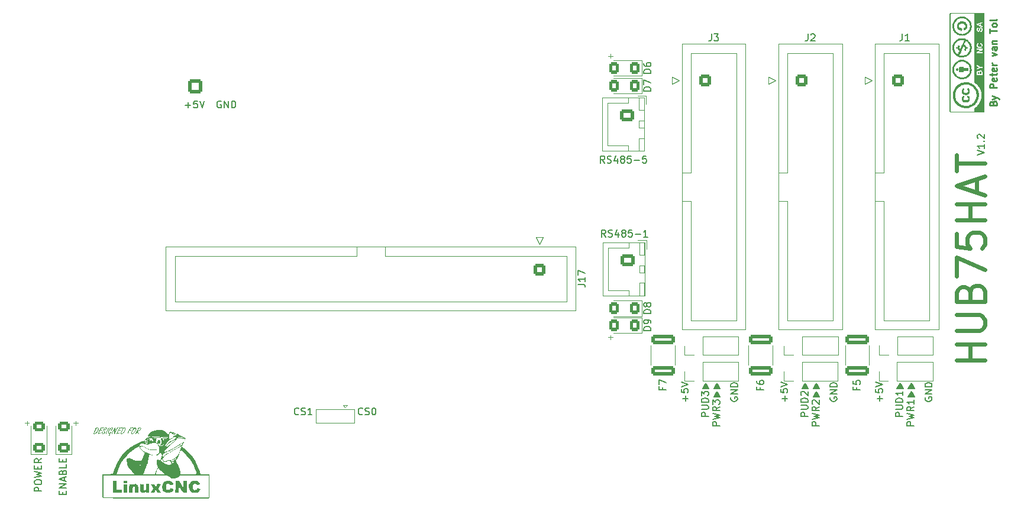
<source format=gbr>
%TF.GenerationSoftware,KiCad,Pcbnew,7.0.9*%
%TF.CreationDate,2024-01-13T22:18:07+01:00*%
%TF.ProjectId,HUB75HAT,48554237-3548-4415-942e-6b696361645f,rev?*%
%TF.SameCoordinates,Original*%
%TF.FileFunction,Legend,Top*%
%TF.FilePolarity,Positive*%
%FSLAX46Y46*%
G04 Gerber Fmt 4.6, Leading zero omitted, Abs format (unit mm)*
G04 Created by KiCad (PCBNEW 7.0.9) date 2024-01-13 22:18:07*
%MOMM*%
%LPD*%
G01*
G04 APERTURE LIST*
G04 Aperture macros list*
%AMRoundRect*
0 Rectangle with rounded corners*
0 $1 Rounding radius*
0 $2 $3 $4 $5 $6 $7 $8 $9 X,Y pos of 4 corners*
0 Add a 4 corners polygon primitive as box body*
4,1,4,$2,$3,$4,$5,$6,$7,$8,$9,$2,$3,0*
0 Add four circle primitives for the rounded corners*
1,1,$1+$1,$2,$3*
1,1,$1+$1,$4,$5*
1,1,$1+$1,$6,$7*
1,1,$1+$1,$8,$9*
0 Add four rect primitives between the rounded corners*
20,1,$1+$1,$2,$3,$4,$5,0*
20,1,$1+$1,$4,$5,$6,$7,0*
20,1,$1+$1,$6,$7,$8,$9,0*
20,1,$1+$1,$8,$9,$2,$3,0*%
%AMHorizOval*
0 Thick line with rounded ends*
0 $1 width*
0 $2 $3 position (X,Y) of the first rounded end (center of the circle)*
0 $4 $5 position (X,Y) of the second rounded end (center of the circle)*
0 Add line between two ends*
20,1,$1,$2,$3,$4,$5,0*
0 Add two circle primitives to create the rounded ends*
1,1,$1,$2,$3*
1,1,$1,$4,$5*%
%AMRotRect*
0 Rectangle, with rotation*
0 The origin of the aperture is its center*
0 $1 length*
0 $2 width*
0 $3 Rotation angle, in degrees counterclockwise*
0 Add horizontal line*
21,1,$1,$2,0,0,$3*%
%AMFreePoly0*
4,1,6,1.000000,0.000000,0.500000,-0.750000,-0.500000,-0.750000,-0.500000,0.750000,0.500000,0.750000,1.000000,0.000000,1.000000,0.000000,$1*%
G04 Aperture macros list end*
%ADD10C,0.120000*%
%ADD11C,0.150000*%
%ADD12C,0.600000*%
%ADD13C,0.200000*%
%ADD14C,0.250000*%
%ADD15RoundRect,0.250000X-0.600000X0.600000X-0.600000X-0.600000X0.600000X-0.600000X0.600000X0.600000X0*%
%ADD16C,1.700000*%
%ADD17RoundRect,0.250000X-0.600000X-0.600000X0.600000X-0.600000X0.600000X0.600000X-0.600000X0.600000X0*%
%ADD18RoundRect,0.250000X1.450000X-0.400000X1.450000X0.400000X-1.450000X0.400000X-1.450000X-0.400000X0*%
%ADD19RoundRect,0.250001X0.462499X0.624999X-0.462499X0.624999X-0.462499X-0.624999X0.462499X-0.624999X0*%
%ADD20R,1.700000X1.700000*%
%ADD21O,1.700000X1.700000*%
%ADD22RoundRect,0.250001X0.624999X-0.462499X0.624999X0.462499X-0.624999X0.462499X-0.624999X-0.462499X0*%
%ADD23RoundRect,0.250000X-0.750000X0.600000X-0.750000X-0.600000X0.750000X-0.600000X0.750000X0.600000X0*%
%ADD24O,2.000000X1.700000*%
%ADD25R,1.500000X1.500000*%
%ADD26FreePoly0,180.000000*%
%ADD27FreePoly0,0.000000*%
%ADD28C,3.100000*%
%ADD29C,4.700000*%
%ADD30RotRect,1.700000X1.700000X115.000000*%
%ADD31HorizOval,1.700000X0.000000X0.000000X0.000000X0.000000X0*%
%ADD32RotRect,1.700000X1.700000X245.000000*%
%ADD33HorizOval,1.700000X0.000000X0.000000X0.000000X0.000000X0*%
%ADD34C,2.600000*%
%ADD35RoundRect,0.250001X-0.799999X-0.799999X0.799999X-0.799999X0.799999X0.799999X-0.799999X0.799999X0*%
%ADD36C,2.100000*%
G04 APERTURE END LIST*
D10*
X3126053Y14854906D02*
X3735577Y14854906D01*
X3430815Y14550144D02*
X3430815Y15159668D01*
D11*
X42316077Y16119419D02*
X42268458Y16071800D01*
X42268458Y16071800D02*
X42125601Y16024180D01*
X42125601Y16024180D02*
X42030363Y16024180D01*
X42030363Y16024180D02*
X41887506Y16071800D01*
X41887506Y16071800D02*
X41792268Y16167038D01*
X41792268Y16167038D02*
X41744649Y16262276D01*
X41744649Y16262276D02*
X41697030Y16452752D01*
X41697030Y16452752D02*
X41697030Y16595609D01*
X41697030Y16595609D02*
X41744649Y16786085D01*
X41744649Y16786085D02*
X41792268Y16881323D01*
X41792268Y16881323D02*
X41887506Y16976561D01*
X41887506Y16976561D02*
X42030363Y17024180D01*
X42030363Y17024180D02*
X42125601Y17024180D01*
X42125601Y17024180D02*
X42268458Y16976561D01*
X42268458Y16976561D02*
X42316077Y16928942D01*
X42697030Y16071800D02*
X42839887Y16024180D01*
X42839887Y16024180D02*
X43077982Y16024180D01*
X43077982Y16024180D02*
X43173220Y16071800D01*
X43173220Y16071800D02*
X43220839Y16119419D01*
X43220839Y16119419D02*
X43268458Y16214657D01*
X43268458Y16214657D02*
X43268458Y16309895D01*
X43268458Y16309895D02*
X43220839Y16405133D01*
X43220839Y16405133D02*
X43173220Y16452752D01*
X43173220Y16452752D02*
X43077982Y16500371D01*
X43077982Y16500371D02*
X42887506Y16547990D01*
X42887506Y16547990D02*
X42792268Y16595609D01*
X42792268Y16595609D02*
X42744649Y16643228D01*
X42744649Y16643228D02*
X42697030Y16738466D01*
X42697030Y16738466D02*
X42697030Y16833704D01*
X42697030Y16833704D02*
X42744649Y16928942D01*
X42744649Y16928942D02*
X42792268Y16976561D01*
X42792268Y16976561D02*
X42887506Y17024180D01*
X42887506Y17024180D02*
X43125601Y17024180D01*
X43125601Y17024180D02*
X43268458Y16976561D01*
X44220839Y16024180D02*
X43649411Y16024180D01*
X43935125Y16024180D02*
X43935125Y17024180D01*
X43935125Y17024180D02*
X43839887Y16881323D01*
X43839887Y16881323D02*
X43744649Y16786085D01*
X43744649Y16786085D02*
X43649411Y16738466D01*
X132006438Y18529601D02*
X131958819Y18434363D01*
X131958819Y18434363D02*
X131958819Y18291506D01*
X131958819Y18291506D02*
X132006438Y18148649D01*
X132006438Y18148649D02*
X132101676Y18053411D01*
X132101676Y18053411D02*
X132196914Y18005792D01*
X132196914Y18005792D02*
X132387390Y17958173D01*
X132387390Y17958173D02*
X132530247Y17958173D01*
X132530247Y17958173D02*
X132720723Y18005792D01*
X132720723Y18005792D02*
X132815961Y18053411D01*
X132815961Y18053411D02*
X132911200Y18148649D01*
X132911200Y18148649D02*
X132958819Y18291506D01*
X132958819Y18291506D02*
X132958819Y18386744D01*
X132958819Y18386744D02*
X132911200Y18529601D01*
X132911200Y18529601D02*
X132863580Y18577220D01*
X132863580Y18577220D02*
X132530247Y18577220D01*
X132530247Y18577220D02*
X132530247Y18386744D01*
X132958819Y19005792D02*
X131958819Y19005792D01*
X131958819Y19005792D02*
X132958819Y19577220D01*
X132958819Y19577220D02*
X131958819Y19577220D01*
X132958819Y20053411D02*
X131958819Y20053411D01*
X131958819Y20053411D02*
X131958819Y20291506D01*
X131958819Y20291506D02*
X132006438Y20434363D01*
X132006438Y20434363D02*
X132101676Y20529601D01*
X132101676Y20529601D02*
X132196914Y20577220D01*
X132196914Y20577220D02*
X132387390Y20624839D01*
X132387390Y20624839D02*
X132530247Y20624839D01*
X132530247Y20624839D02*
X132720723Y20577220D01*
X132720723Y20577220D02*
X132815961Y20529601D01*
X132815961Y20529601D02*
X132911200Y20434363D01*
X132911200Y20434363D02*
X132958819Y20291506D01*
X132958819Y20291506D02*
X132958819Y20053411D01*
D10*
X86951093Y26834053D02*
X86951093Y27443577D01*
X87255855Y27138815D02*
X86646331Y27138815D01*
D12*
X140509276Y23884978D02*
X136509276Y23884978D01*
X138414038Y23884978D02*
X138414038Y26170693D01*
X140509276Y26170693D02*
X136509276Y26170693D01*
X136509276Y28075454D02*
X139747371Y28075454D01*
X139747371Y28075454D02*
X140128323Y28265931D01*
X140128323Y28265931D02*
X140318800Y28456407D01*
X140318800Y28456407D02*
X140509276Y28837359D01*
X140509276Y28837359D02*
X140509276Y29599264D01*
X140509276Y29599264D02*
X140318800Y29980216D01*
X140318800Y29980216D02*
X140128323Y30170693D01*
X140128323Y30170693D02*
X139747371Y30361169D01*
X139747371Y30361169D02*
X136509276Y30361169D01*
X138414038Y33599264D02*
X138604514Y34170692D01*
X138604514Y34170692D02*
X138794990Y34361169D01*
X138794990Y34361169D02*
X139175942Y34551645D01*
X139175942Y34551645D02*
X139747371Y34551645D01*
X139747371Y34551645D02*
X140128323Y34361169D01*
X140128323Y34361169D02*
X140318800Y34170692D01*
X140318800Y34170692D02*
X140509276Y33789740D01*
X140509276Y33789740D02*
X140509276Y32265930D01*
X140509276Y32265930D02*
X136509276Y32265930D01*
X136509276Y32265930D02*
X136509276Y33599264D01*
X136509276Y33599264D02*
X136699752Y33980216D01*
X136699752Y33980216D02*
X136890228Y34170692D01*
X136890228Y34170692D02*
X137271180Y34361169D01*
X137271180Y34361169D02*
X137652133Y34361169D01*
X137652133Y34361169D02*
X138033085Y34170692D01*
X138033085Y34170692D02*
X138223561Y33980216D01*
X138223561Y33980216D02*
X138414038Y33599264D01*
X138414038Y33599264D02*
X138414038Y32265930D01*
X136509276Y35884978D02*
X136509276Y38551645D01*
X136509276Y38551645D02*
X140509276Y36837359D01*
X136509276Y41980216D02*
X136509276Y40075454D01*
X136509276Y40075454D02*
X138414038Y39884978D01*
X138414038Y39884978D02*
X138223561Y40075454D01*
X138223561Y40075454D02*
X138033085Y40456407D01*
X138033085Y40456407D02*
X138033085Y41408788D01*
X138033085Y41408788D02*
X138223561Y41789740D01*
X138223561Y41789740D02*
X138414038Y41980216D01*
X138414038Y41980216D02*
X138794990Y42170693D01*
X138794990Y42170693D02*
X139747371Y42170693D01*
X139747371Y42170693D02*
X140128323Y41980216D01*
X140128323Y41980216D02*
X140318800Y41789740D01*
X140318800Y41789740D02*
X140509276Y41408788D01*
X140509276Y41408788D02*
X140509276Y40456407D01*
X140509276Y40456407D02*
X140318800Y40075454D01*
X140318800Y40075454D02*
X140128323Y39884978D01*
X140509276Y43884978D02*
X136509276Y43884978D01*
X138414038Y43884978D02*
X138414038Y46170693D01*
X140509276Y46170693D02*
X136509276Y46170693D01*
X139366419Y47884978D02*
X139366419Y49789740D01*
X140509276Y47504026D02*
X136509276Y48837359D01*
X136509276Y48837359D02*
X140509276Y50170693D01*
X136509276Y50932597D02*
X136509276Y53218311D01*
X140509276Y52075454D02*
X136509276Y52075454D01*
D13*
G36*
X13488722Y14207637D02*
G01*
X13500617Y14206873D01*
X13512199Y14205599D01*
X13523469Y14203816D01*
X13534426Y14201524D01*
X13545069Y14198721D01*
X13555400Y14195410D01*
X13565418Y14191589D01*
X13575122Y14187258D01*
X13584514Y14182418D01*
X13593593Y14177069D01*
X13602359Y14171210D01*
X13610812Y14164841D01*
X13618953Y14157963D01*
X13626780Y14150576D01*
X13634294Y14142679D01*
X13643722Y14131522D01*
X13652223Y14119939D01*
X13659797Y14107931D01*
X13666443Y14095498D01*
X13672161Y14082641D01*
X13676953Y14069358D01*
X13680817Y14055650D01*
X13683753Y14041517D01*
X13685763Y14026959D01*
X13686587Y14017017D01*
X13686999Y14006887D01*
X13687051Y14001751D01*
X13686666Y13984873D01*
X13685513Y13967637D01*
X13683590Y13950045D01*
X13680899Y13932096D01*
X13677438Y13913790D01*
X13673209Y13895128D01*
X13668210Y13876108D01*
X13665423Y13866465D01*
X13662443Y13856732D01*
X13659271Y13846910D01*
X13655907Y13836999D01*
X13652350Y13826998D01*
X13648601Y13816909D01*
X13644660Y13806730D01*
X13640527Y13796462D01*
X13636202Y13786105D01*
X13631684Y13775659D01*
X13626974Y13765123D01*
X13622071Y13754498D01*
X13616977Y13743784D01*
X13611690Y13732981D01*
X13606211Y13722088D01*
X13600540Y13711107D01*
X13594676Y13700036D01*
X13588621Y13688876D01*
X13581378Y13675864D01*
X13574000Y13662991D01*
X13566487Y13650258D01*
X13558838Y13637665D01*
X13551054Y13625212D01*
X13543134Y13612898D01*
X13535079Y13600725D01*
X13526888Y13588691D01*
X13518562Y13576796D01*
X13510100Y13565042D01*
X13501503Y13553427D01*
X13492771Y13541952D01*
X13483903Y13530617D01*
X13474899Y13519422D01*
X13465760Y13508366D01*
X13456485Y13497451D01*
X13447075Y13486675D01*
X13437530Y13476038D01*
X13427849Y13465542D01*
X13418032Y13455185D01*
X13408080Y13444968D01*
X13397993Y13434891D01*
X13387770Y13424954D01*
X13377412Y13415156D01*
X13366918Y13405498D01*
X13356289Y13395980D01*
X13345524Y13386602D01*
X13334623Y13377363D01*
X13323588Y13368265D01*
X13312416Y13359306D01*
X13301110Y13350486D01*
X13289667Y13341807D01*
X13281117Y13335466D01*
X13272624Y13329326D01*
X13264188Y13323387D01*
X13255809Y13317650D01*
X13247488Y13312114D01*
X13239224Y13306779D01*
X13222867Y13296714D01*
X13206739Y13287453D01*
X13190841Y13278998D01*
X13175171Y13271349D01*
X13159730Y13264504D01*
X13144519Y13258465D01*
X13129536Y13253231D01*
X13114782Y13248802D01*
X13100257Y13245178D01*
X13085961Y13242360D01*
X13071894Y13240347D01*
X13058057Y13239139D01*
X13044448Y13238736D01*
X13033655Y13239160D01*
X13023504Y13240431D01*
X13011716Y13243211D01*
X13000930Y13247314D01*
X12991146Y13252742D01*
X12982364Y13259493D01*
X12976060Y13265847D01*
X12969585Y13274486D01*
X12964450Y13283364D01*
X12960655Y13292483D01*
X12957920Y13303426D01*
X12957009Y13314696D01*
X12957726Y13325095D01*
X12959879Y13338220D01*
X12962435Y13349851D01*
X12963001Y13352065D01*
X13062522Y13352065D01*
X13064310Y13341761D01*
X13071180Y13334434D01*
X13080840Y13332526D01*
X13091758Y13333247D01*
X13103631Y13335411D01*
X13113161Y13337980D01*
X13123228Y13341361D01*
X13133832Y13345554D01*
X13144973Y13350558D01*
X13156650Y13356373D01*
X13168864Y13363000D01*
X13181614Y13370438D01*
X13190413Y13375848D01*
X13194901Y13378688D01*
X13206395Y13386170D01*
X13218039Y13394269D01*
X13229835Y13402985D01*
X13241781Y13412317D01*
X13253877Y13422265D01*
X13266125Y13432829D01*
X13278523Y13444010D01*
X13291072Y13455807D01*
X13303772Y13468221D01*
X13316622Y13481250D01*
X13329623Y13494897D01*
X13342775Y13509159D01*
X13349407Y13516521D01*
X13356078Y13524038D01*
X13362786Y13531708D01*
X13369531Y13539533D01*
X13376314Y13547512D01*
X13383135Y13555644D01*
X13389994Y13563931D01*
X13396890Y13572372D01*
X13403108Y13580065D01*
X13409243Y13587788D01*
X13415297Y13595540D01*
X13421269Y13603322D01*
X13427158Y13611134D01*
X13438691Y13626845D01*
X13449896Y13642675D01*
X13460772Y13658624D01*
X13471320Y13674690D01*
X13481540Y13690875D01*
X13491432Y13707178D01*
X13500996Y13723600D01*
X13510231Y13740140D01*
X13519138Y13756798D01*
X13527717Y13773574D01*
X13535968Y13790469D01*
X13543891Y13807482D01*
X13551485Y13824613D01*
X13555159Y13833224D01*
X13560572Y13846348D01*
X13565635Y13859281D01*
X13570349Y13872024D01*
X13574714Y13884576D01*
X13578730Y13896937D01*
X13582396Y13909107D01*
X13585714Y13921086D01*
X13588682Y13932875D01*
X13591301Y13944472D01*
X13593570Y13955879D01*
X13595491Y13967095D01*
X13597062Y13978121D01*
X13598285Y13988955D01*
X13599157Y13999599D01*
X13599681Y14010052D01*
X13599856Y14020314D01*
X13599622Y14030502D01*
X13598582Y14043298D01*
X13596710Y14055193D01*
X13594006Y14066188D01*
X13590470Y14076282D01*
X13586103Y14085475D01*
X13580903Y14093768D01*
X13573233Y14102868D01*
X13564304Y14110608D01*
X13554004Y14117036D01*
X13544776Y14121234D01*
X13534671Y14124592D01*
X13523687Y14127111D01*
X13511826Y14128790D01*
X13499088Y14129629D01*
X13492389Y14129734D01*
X13481695Y14129502D01*
X13470954Y14128807D01*
X13460165Y14127648D01*
X13449330Y14126025D01*
X13438447Y14123938D01*
X13427517Y14121388D01*
X13416539Y14118374D01*
X13405515Y14114897D01*
X13394443Y14110955D01*
X13383324Y14106550D01*
X13375885Y14103356D01*
X13383248Y14096093D01*
X13385893Y14086419D01*
X13386143Y14081374D01*
X13383496Y14070760D01*
X13379366Y14060797D01*
X13374468Y14050434D01*
X13369596Y14040796D01*
X13363877Y14029960D01*
X13359032Y14021046D01*
X13351057Y14006746D01*
X13343159Y13992482D01*
X13335338Y13978255D01*
X13327594Y13964065D01*
X13319927Y13949912D01*
X13312338Y13935795D01*
X13304826Y13921715D01*
X13297392Y13907672D01*
X13290034Y13893665D01*
X13282754Y13879695D01*
X13275551Y13865762D01*
X13268426Y13851866D01*
X13261378Y13838007D01*
X13254407Y13824184D01*
X13247513Y13810398D01*
X13240697Y13796648D01*
X13233958Y13782935D01*
X13227296Y13769260D01*
X13220711Y13755620D01*
X13214204Y13742018D01*
X13207774Y13728452D01*
X13201421Y13714923D01*
X13195146Y13701431D01*
X13188948Y13687975D01*
X13182827Y13674557D01*
X13176783Y13661174D01*
X13170817Y13647829D01*
X13164928Y13634521D01*
X13159116Y13621249D01*
X13153382Y13608013D01*
X13147725Y13594815D01*
X13142145Y13581653D01*
X13137246Y13570042D01*
X13132503Y13558717D01*
X13127915Y13547679D01*
X13123483Y13536926D01*
X13119206Y13526460D01*
X13115085Y13516280D01*
X13111120Y13506387D01*
X13107310Y13496779D01*
X13103655Y13487458D01*
X13096812Y13469674D01*
X13090592Y13453035D01*
X13084993Y13437541D01*
X13080017Y13423191D01*
X13075663Y13409987D01*
X13071930Y13397927D01*
X13068820Y13387013D01*
X13066332Y13377243D01*
X13063766Y13364735D01*
X13062599Y13354803D01*
X13062522Y13352065D01*
X12963001Y13352065D01*
X12965798Y13363015D01*
X12968488Y13372643D01*
X12971537Y13382951D01*
X12974945Y13393941D01*
X12978712Y13405612D01*
X12982837Y13417965D01*
X12987322Y13430998D01*
X12992164Y13444713D01*
X12997366Y13459109D01*
X13002926Y13474187D01*
X13007263Y13485635D01*
X13011664Y13497115D01*
X13016128Y13508625D01*
X13020657Y13520165D01*
X13025249Y13531736D01*
X13029906Y13543338D01*
X13034626Y13554970D01*
X13039410Y13566632D01*
X13044258Y13578326D01*
X13049170Y13590049D01*
X13054146Y13601803D01*
X13059186Y13613588D01*
X13064290Y13625403D01*
X13069458Y13637249D01*
X13074689Y13649125D01*
X13079985Y13661032D01*
X13085344Y13672970D01*
X13090768Y13684938D01*
X13096255Y13696936D01*
X13101807Y13708965D01*
X13107422Y13721024D01*
X13113101Y13733114D01*
X13118844Y13745235D01*
X13124651Y13757386D01*
X13130522Y13769568D01*
X13136457Y13781780D01*
X13142455Y13794023D01*
X13148518Y13806296D01*
X13154645Y13818599D01*
X13160835Y13830934D01*
X13167090Y13843299D01*
X13173408Y13855694D01*
X13178400Y13865273D01*
X13183646Y13875092D01*
X13190180Y13887169D01*
X13195252Y13896475D01*
X13200897Y13906784D01*
X13207113Y13918098D01*
X13213903Y13930415D01*
X13221264Y13943736D01*
X13229198Y13958060D01*
X13237705Y13973388D01*
X13246784Y13989720D01*
X13251538Y13998262D01*
X13256435Y14007056D01*
X13261476Y14016100D01*
X13266659Y14025395D01*
X13271986Y14034941D01*
X13277455Y14044738D01*
X13270603Y14037178D01*
X13263045Y14031060D01*
X13255390Y14024878D01*
X13246443Y14018309D01*
X13238188Y14013028D01*
X13229194Y14008391D01*
X13218753Y14005094D01*
X13214196Y14004682D01*
X13203835Y14006331D01*
X13194367Y14011277D01*
X13188551Y14016406D01*
X13182369Y14024196D01*
X13178213Y14033481D01*
X13176827Y14043517D01*
X13178527Y14053483D01*
X13183625Y14064606D01*
X13190151Y14074338D01*
X13196473Y14082122D01*
X13204018Y14090323D01*
X13212787Y14098941D01*
X13222780Y14107975D01*
X13233997Y14117425D01*
X13242154Y14123957D01*
X13246436Y14127292D01*
X13259586Y14137052D01*
X13272899Y14146183D01*
X13286376Y14154683D01*
X13300017Y14162554D01*
X13313823Y14169796D01*
X13327792Y14176408D01*
X13341926Y14182390D01*
X13356224Y14187742D01*
X13370685Y14192465D01*
X13385311Y14196558D01*
X13400101Y14200021D01*
X13415056Y14202855D01*
X13430174Y14205058D01*
X13445456Y14206633D01*
X13460903Y14207577D01*
X13476513Y14207892D01*
X13488722Y14207637D01*
G37*
G36*
X13923966Y13853007D02*
G01*
X13936178Y13854961D01*
X13954841Y13857948D01*
X13972788Y13860743D01*
X13990020Y13863345D01*
X14006535Y13865754D01*
X14022336Y13867970D01*
X14037421Y13869994D01*
X14051790Y13871824D01*
X14065444Y13873463D01*
X14078382Y13874908D01*
X14090605Y13876161D01*
X14102112Y13877221D01*
X14112903Y13878088D01*
X14122979Y13878762D01*
X14136752Y13879413D01*
X14148914Y13879630D01*
X14160878Y13878908D01*
X14171247Y13876745D01*
X14181965Y13872011D01*
X14190190Y13865024D01*
X14195923Y13855782D01*
X14199163Y13844287D01*
X14199961Y13833468D01*
X14199205Y13823304D01*
X14196413Y13813074D01*
X14190704Y13803530D01*
X14182308Y13796275D01*
X14178467Y13794145D01*
X14168707Y13790395D01*
X14158495Y13788151D01*
X14147806Y13786739D01*
X14137341Y13785937D01*
X14135480Y13785840D01*
X14124529Y13785088D01*
X14113747Y13784296D01*
X14103134Y13783464D01*
X14092692Y13782593D01*
X14082420Y13781682D01*
X14072317Y13780731D01*
X14062384Y13779741D01*
X14052621Y13778712D01*
X14033604Y13776533D01*
X14015267Y13774197D01*
X13997609Y13771702D01*
X13980630Y13769049D01*
X13964331Y13766237D01*
X13948711Y13763267D01*
X13933770Y13760139D01*
X13919509Y13756852D01*
X13905927Y13753407D01*
X13893024Y13749803D01*
X13880800Y13746041D01*
X13869256Y13742121D01*
X13862487Y13732011D01*
X13855096Y13720274D01*
X13849823Y13711545D01*
X13844273Y13702093D01*
X13838447Y13691918D01*
X13832344Y13681019D01*
X13825964Y13669398D01*
X13819307Y13657053D01*
X13812374Y13643985D01*
X13805164Y13630194D01*
X13797677Y13615679D01*
X13789914Y13600442D01*
X13781874Y13584481D01*
X13773557Y13567797D01*
X13764964Y13550390D01*
X13760043Y13540166D01*
X13755294Y13530133D01*
X13750716Y13520291D01*
X13746310Y13510640D01*
X13742076Y13501179D01*
X13738013Y13491909D01*
X13734123Y13482830D01*
X13728609Y13469570D01*
X13723481Y13456738D01*
X13718740Y13444336D01*
X13714385Y13432364D01*
X13710416Y13420820D01*
X13706834Y13409706D01*
X13716634Y13413187D01*
X13723443Y13415568D01*
X13735966Y13419808D01*
X13748073Y13423857D01*
X13759764Y13427716D01*
X13771040Y13431383D01*
X13781899Y13434860D01*
X13792342Y13438145D01*
X13802369Y13441240D01*
X13811981Y13444145D01*
X13825618Y13448143D01*
X13838319Y13451712D01*
X13850084Y13454852D01*
X13860913Y13457563D01*
X13870807Y13459844D01*
X13873896Y13460509D01*
X13885963Y13462779D01*
X13897893Y13464825D01*
X13909686Y13466648D01*
X13921341Y13468248D01*
X13932858Y13469625D01*
X13944238Y13470779D01*
X13955481Y13471709D01*
X13966587Y13472416D01*
X13977555Y13472899D01*
X13988385Y13473160D01*
X13995529Y13473210D01*
X14007188Y13472995D01*
X14017893Y13472351D01*
X14027643Y13471278D01*
X14038085Y13469423D01*
X14048530Y13466478D01*
X14053659Y13464417D01*
X14062635Y13459059D01*
X14069667Y13450732D01*
X14073194Y13441286D01*
X14074175Y13431444D01*
X14072983Y13421351D01*
X14068701Y13411791D01*
X14061306Y13404338D01*
X14052279Y13399545D01*
X14049263Y13398471D01*
X14039602Y13396855D01*
X14028878Y13395970D01*
X14018792Y13395466D01*
X14006954Y13395100D01*
X14004811Y13395052D01*
X13993614Y13394336D01*
X13982493Y13393471D01*
X13971448Y13392457D01*
X13960480Y13391293D01*
X13949589Y13389980D01*
X13938773Y13388517D01*
X13928034Y13386906D01*
X13917372Y13385145D01*
X13906785Y13383234D01*
X13896275Y13381175D01*
X13885841Y13378966D01*
X13875484Y13376608D01*
X13865203Y13374100D01*
X13854998Y13371443D01*
X13844870Y13368637D01*
X13834817Y13365682D01*
X13824842Y13362577D01*
X13814942Y13359323D01*
X13805119Y13355919D01*
X13795372Y13352367D01*
X13785702Y13348665D01*
X13776108Y13344813D01*
X13766590Y13340813D01*
X13757148Y13336663D01*
X13747783Y13332363D01*
X13738494Y13327915D01*
X13729282Y13323317D01*
X13720145Y13318569D01*
X13711086Y13313673D01*
X13702102Y13308627D01*
X13693195Y13303432D01*
X13684364Y13298087D01*
X13675645Y13293234D01*
X13666310Y13289147D01*
X13656612Y13286410D01*
X13648704Y13285631D01*
X13638834Y13286741D01*
X13629524Y13290072D01*
X13620775Y13295624D01*
X13612587Y13303396D01*
X13608160Y13308834D01*
X13602450Y13317025D01*
X13597641Y13326558D01*
X13594665Y13336275D01*
X13593520Y13346174D01*
X13593506Y13347424D01*
X13595043Y13357648D01*
X13597775Y13368090D01*
X13600721Y13377824D01*
X13604435Y13389190D01*
X13608918Y13402187D01*
X13612334Y13411759D01*
X13616091Y13422055D01*
X13620190Y13433076D01*
X13624630Y13444823D01*
X13629412Y13457295D01*
X13634535Y13470491D01*
X13637225Y13477362D01*
X13641363Y13487819D01*
X13645593Y13498339D01*
X13649917Y13508921D01*
X13654333Y13519566D01*
X13658843Y13530273D01*
X13663446Y13541043D01*
X13668142Y13551876D01*
X13672930Y13562770D01*
X13677812Y13573728D01*
X13682787Y13584747D01*
X13687855Y13595830D01*
X13693015Y13606974D01*
X13698269Y13618182D01*
X13703616Y13629452D01*
X13709056Y13640784D01*
X13714589Y13652178D01*
X13720215Y13663636D01*
X13725934Y13675155D01*
X13731746Y13686738D01*
X13737651Y13698382D01*
X13743649Y13710090D01*
X13749740Y13721859D01*
X13755924Y13733691D01*
X13762201Y13745586D01*
X13768571Y13757543D01*
X13775034Y13769563D01*
X13781590Y13781645D01*
X13788240Y13793790D01*
X13794982Y13805997D01*
X13801817Y13818266D01*
X13808745Y13830599D01*
X13815767Y13842993D01*
X13822660Y13855024D01*
X13827843Y13863843D01*
X13833495Y13873302D01*
X13839616Y13883400D01*
X13846207Y13894137D01*
X13853267Y13905513D01*
X13860796Y13917529D01*
X13868795Y13930184D01*
X13877264Y13943478D01*
X13886202Y13957411D01*
X13895609Y13971984D01*
X13905485Y13987195D01*
X13915831Y14003046D01*
X13926647Y14019537D01*
X13932230Y14028021D01*
X13937931Y14036666D01*
X13943750Y14045471D01*
X13950217Y14055594D01*
X13956339Y14065206D01*
X13962115Y14074304D01*
X13967544Y14082889D01*
X13973604Y14092515D01*
X13979165Y14101402D01*
X13969121Y14106104D01*
X13961946Y14114591D01*
X13958022Y14125123D01*
X13956408Y14136458D01*
X13956206Y14142923D01*
X13957468Y14154083D01*
X13961255Y14163841D01*
X13967566Y14172195D01*
X13976402Y14179148D01*
X13982584Y14182491D01*
X13992835Y14186750D01*
X14005146Y14190978D01*
X14015732Y14194130D01*
X14027477Y14197264D01*
X14040382Y14200381D01*
X14054445Y14203480D01*
X14064465Y14205537D01*
X14075000Y14207587D01*
X14086050Y14209628D01*
X14097615Y14211663D01*
X14109696Y14213689D01*
X14122291Y14215708D01*
X14141162Y14218547D01*
X14159672Y14221203D01*
X14177821Y14223676D01*
X14195610Y14225966D01*
X14213038Y14228073D01*
X14230105Y14229996D01*
X14246812Y14231736D01*
X14263158Y14233293D01*
X14279144Y14234667D01*
X14294769Y14235858D01*
X14310033Y14236865D01*
X14324937Y14237690D01*
X14339480Y14238331D01*
X14353662Y14238789D01*
X14367483Y14239064D01*
X14380944Y14239155D01*
X14393035Y14238801D01*
X14403937Y14237738D01*
X14413649Y14235967D01*
X14424749Y14232504D01*
X14433734Y14227781D01*
X14441993Y14220107D01*
X14446948Y14210465D01*
X14448600Y14198855D01*
X14447466Y14187724D01*
X14444065Y14177410D01*
X14438397Y14167915D01*
X14431733Y14160428D01*
X14424908Y14154647D01*
X14415883Y14149753D01*
X14405639Y14146898D01*
X14394846Y14145592D01*
X14387295Y14145366D01*
X14377104Y14145366D01*
X14371419Y14145366D01*
X14361319Y14145366D01*
X14351021Y14145366D01*
X14348704Y14145366D01*
X14335798Y14145206D01*
X14325206Y14144875D01*
X14313833Y14144364D01*
X14301679Y14143673D01*
X14288743Y14142801D01*
X14275026Y14141749D01*
X14260527Y14140517D01*
X14250427Y14139596D01*
X14239980Y14138594D01*
X14229186Y14137512D01*
X14218044Y14136350D01*
X14206555Y14135108D01*
X14196639Y14133989D01*
X14182249Y14132241D01*
X14168438Y14130406D01*
X14155207Y14128485D01*
X14142555Y14126479D01*
X14130483Y14124387D01*
X14118990Y14122209D01*
X14108077Y14119945D01*
X14097744Y14117595D01*
X14087990Y14115159D01*
X14078816Y14112637D01*
X14080980Y14102967D01*
X14081014Y14100914D01*
X14078348Y14090627D01*
X14073608Y14081193D01*
X14067848Y14071757D01*
X14062055Y14063178D01*
X14055208Y14053683D01*
X14047309Y14043272D01*
X14014580Y13993447D01*
X14005926Y13980820D01*
X13997670Y13968706D01*
X13989813Y13957105D01*
X13982355Y13946018D01*
X13975296Y13935444D01*
X13968636Y13925383D01*
X13962374Y13915836D01*
X13956511Y13906802D01*
X13951048Y13898281D01*
X13943599Y13886462D01*
X13937048Y13875798D01*
X13931395Y13866289D01*
X13925252Y13855407D01*
X13923966Y13853007D01*
G37*
G36*
X14271768Y13609497D02*
G01*
X14282301Y13608902D01*
X14293492Y13606483D01*
X14302489Y13602204D01*
X14310389Y13594614D01*
X14315129Y13584344D01*
X14316665Y13573739D01*
X14316709Y13571395D01*
X14315326Y13561303D01*
X14311179Y13552276D01*
X14304267Y13544313D01*
X14296394Y13538491D01*
X14286602Y13533408D01*
X14277386Y13529874D01*
X14267739Y13525946D01*
X14259042Y13521490D01*
X14248921Y13514728D01*
X14240487Y13507027D01*
X14233740Y13498387D01*
X14228679Y13488808D01*
X14225306Y13478290D01*
X14223619Y13466833D01*
X14223408Y13460753D01*
X14224165Y13448671D01*
X14226437Y13437459D01*
X14230224Y13427118D01*
X14235525Y13417648D01*
X14242340Y13409048D01*
X14250671Y13401319D01*
X14254427Y13398471D01*
X14263421Y13392983D01*
X14273155Y13388425D01*
X14283629Y13384797D01*
X14294841Y13382099D01*
X14306793Y13380332D01*
X14316888Y13379588D01*
X14324769Y13379420D01*
X14335674Y13379619D01*
X14346407Y13380214D01*
X14356969Y13381206D01*
X14367358Y13382595D01*
X14377577Y13384381D01*
X14387623Y13386564D01*
X14397498Y13389144D01*
X14407201Y13392121D01*
X14416732Y13395495D01*
X14426091Y13399265D01*
X14435279Y13403432D01*
X14444295Y13407997D01*
X14453139Y13412958D01*
X14461812Y13418316D01*
X14470313Y13424071D01*
X14478642Y13430223D01*
X14487915Y13438290D01*
X14495952Y13446862D01*
X14502753Y13455937D01*
X14508317Y13465516D01*
X14512645Y13475599D01*
X14515736Y13486185D01*
X14517591Y13497275D01*
X14518209Y13508869D01*
X14517797Y13519820D01*
X14516560Y13530324D01*
X14514500Y13540382D01*
X14511614Y13549993D01*
X14507905Y13559158D01*
X14506485Y13562114D01*
X14501233Y13572129D01*
X14496109Y13581222D01*
X14490304Y13590996D01*
X14483820Y13601449D01*
X14478143Y13610301D01*
X14472032Y13619588D01*
X14467162Y13626838D01*
X14459578Y13638284D01*
X14452213Y13649541D01*
X14445067Y13660610D01*
X14438139Y13671489D01*
X14431431Y13682179D01*
X14424942Y13692681D01*
X14418671Y13702993D01*
X14412620Y13713117D01*
X14406787Y13723052D01*
X14401174Y13732798D01*
X14397553Y13739190D01*
X14391748Y13750026D01*
X14386513Y13760828D01*
X14381850Y13771596D01*
X14377758Y13782329D01*
X14374237Y13793028D01*
X14371286Y13803693D01*
X14368907Y13814323D01*
X14367099Y13824919D01*
X14365862Y13835481D01*
X14365196Y13846008D01*
X14365069Y13853007D01*
X14365575Y13869334D01*
X14367095Y13885526D01*
X14369628Y13901582D01*
X14373175Y13917503D01*
X14377734Y13933288D01*
X14383307Y13948937D01*
X14389893Y13964452D01*
X14397492Y13979830D01*
X14406104Y13995074D01*
X14415730Y14010181D01*
X14426369Y14025154D01*
X14438021Y14039990D01*
X14450686Y14054692D01*
X14457399Y14061992D01*
X14464365Y14069258D01*
X14471584Y14076490D01*
X14479057Y14083688D01*
X14486783Y14090852D01*
X14494762Y14097983D01*
X14503364Y14105254D01*
X14512072Y14112351D01*
X14520888Y14119275D01*
X14529811Y14126025D01*
X14538840Y14132601D01*
X14547976Y14139004D01*
X14557219Y14145233D01*
X14566569Y14151289D01*
X14576026Y14157171D01*
X14585589Y14162879D01*
X14595260Y14168413D01*
X14605037Y14173774D01*
X14614922Y14178962D01*
X14624913Y14183975D01*
X14635010Y14188815D01*
X14645215Y14193482D01*
X14658045Y14198851D01*
X14670798Y14203691D01*
X14683473Y14208004D01*
X14696071Y14211788D01*
X14708592Y14215045D01*
X14721035Y14217773D01*
X14733402Y14219974D01*
X14745691Y14221646D01*
X14757902Y14222790D01*
X14770037Y14223406D01*
X14778083Y14223524D01*
X14788632Y14223180D01*
X14798783Y14222150D01*
X14808537Y14220432D01*
X14820172Y14217320D01*
X14831187Y14213134D01*
X14841582Y14207874D01*
X14851356Y14201542D01*
X14860172Y14194619D01*
X14867812Y14187040D01*
X14874277Y14178804D01*
X14879566Y14169912D01*
X14883680Y14160364D01*
X14886619Y14150159D01*
X14888382Y14139298D01*
X14888970Y14127780D01*
X14888298Y14114226D01*
X14886282Y14100492D01*
X14882922Y14086577D01*
X14879936Y14077201D01*
X14876353Y14067744D01*
X14872172Y14058207D01*
X14867394Y14048590D01*
X14862019Y14038893D01*
X14856046Y14029115D01*
X14849476Y14019258D01*
X14842309Y14009320D01*
X14834545Y13999302D01*
X14826184Y13989205D01*
X14817225Y13979026D01*
X14812522Y13973907D01*
X14803546Y13964551D01*
X14794387Y13955410D01*
X14785044Y13946484D01*
X14775519Y13937775D01*
X14765810Y13929281D01*
X14755918Y13921002D01*
X14745843Y13912939D01*
X14735585Y13905092D01*
X14725144Y13897460D01*
X14714519Y13890044D01*
X14703711Y13882844D01*
X14692720Y13875859D01*
X14681546Y13869090D01*
X14670189Y13862536D01*
X14658649Y13856199D01*
X14646925Y13850076D01*
X14638096Y13845755D01*
X14626926Y13840655D01*
X14616443Y13836310D01*
X14606646Y13832720D01*
X14595367Y13829297D01*
X14585161Y13827053D01*
X14574330Y13825920D01*
X14572675Y13825896D01*
X14562208Y13827133D01*
X14552514Y13830842D01*
X14543592Y13837025D01*
X14538970Y13841528D01*
X14532990Y13849459D01*
X14529298Y13858968D01*
X14528467Y13866685D01*
X14530245Y13877845D01*
X14535577Y13888060D01*
X14542736Y13895851D01*
X14552364Y13902986D01*
X14561844Y13908222D01*
X14572903Y13913038D01*
X14579025Y13915289D01*
X14589179Y13919015D01*
X14599183Y13922926D01*
X14609039Y13927021D01*
X14618745Y13931302D01*
X14628303Y13935768D01*
X14637712Y13940419D01*
X14646973Y13945256D01*
X14656084Y13950277D01*
X14665047Y13955483D01*
X14673860Y13960875D01*
X14682525Y13966451D01*
X14691041Y13972213D01*
X14699409Y13978160D01*
X14707627Y13984292D01*
X14715696Y13990608D01*
X14723617Y13997110D01*
X14733259Y14005313D01*
X14742279Y14013372D01*
X14750677Y14021288D01*
X14758452Y14029060D01*
X14765606Y14036690D01*
X14772138Y14044177D01*
X14780769Y14055138D01*
X14788000Y14065778D01*
X14793832Y14076096D01*
X14798264Y14086091D01*
X14801296Y14095765D01*
X14803163Y14108162D01*
X14803240Y14111172D01*
X14801682Y14121533D01*
X14797006Y14130451D01*
X14790051Y14137306D01*
X14781190Y14142217D01*
X14771092Y14144862D01*
X14763673Y14145366D01*
X14751930Y14144813D01*
X14739417Y14143152D01*
X14729526Y14141181D01*
X14719201Y14138587D01*
X14708442Y14135371D01*
X14697250Y14131532D01*
X14685625Y14127070D01*
X14673566Y14121986D01*
X14661073Y14116280D01*
X14648146Y14109951D01*
X14636520Y14103890D01*
X14625210Y14097616D01*
X14614217Y14091129D01*
X14603541Y14084427D01*
X14593182Y14077512D01*
X14583139Y14070383D01*
X14573414Y14063041D01*
X14564005Y14055484D01*
X14554912Y14047715D01*
X14546137Y14039731D01*
X14537678Y14031533D01*
X14529536Y14023122D01*
X14521710Y14014497D01*
X14514202Y14005659D01*
X14507010Y13996607D01*
X14500135Y13987341D01*
X14494486Y13979356D01*
X14486696Y13967433D01*
X14479725Y13955574D01*
X14473575Y13943779D01*
X14468245Y13932049D01*
X14463735Y13920384D01*
X14460045Y13908782D01*
X14457175Y13897245D01*
X14455125Y13885773D01*
X14453895Y13874365D01*
X14453485Y13863021D01*
X14453866Y13851988D01*
X14455011Y13840871D01*
X14456919Y13829671D01*
X14459591Y13818386D01*
X14463025Y13807017D01*
X14467223Y13795564D01*
X14472184Y13784028D01*
X14477909Y13772407D01*
X14483347Y13762599D01*
X14489159Y13752471D01*
X14495346Y13742022D01*
X14501906Y13731252D01*
X14508840Y13720162D01*
X14514286Y13711634D01*
X14519943Y13702926D01*
X14525809Y13694037D01*
X14531887Y13684968D01*
X14537756Y13676142D01*
X14543459Y13667431D01*
X14548993Y13658837D01*
X14554361Y13650358D01*
X14559561Y13641995D01*
X14566233Y13631025D01*
X14572609Y13620262D01*
X14578686Y13609704D01*
X14584466Y13599352D01*
X14585864Y13596796D01*
X14590578Y13587554D01*
X14594829Y13578418D01*
X14598615Y13569390D01*
X14602943Y13557519D01*
X14606446Y13545840D01*
X14609126Y13534351D01*
X14610980Y13523053D01*
X14612011Y13511945D01*
X14612242Y13503740D01*
X14611867Y13493225D01*
X14610739Y13482869D01*
X14608859Y13472670D01*
X14606228Y13462631D01*
X14602845Y13452749D01*
X14598710Y13443026D01*
X14593823Y13433462D01*
X14588185Y13424056D01*
X14581794Y13414808D01*
X14574652Y13405718D01*
X14566758Y13396787D01*
X14558112Y13388015D01*
X14548715Y13379400D01*
X14538565Y13370944D01*
X14527664Y13362647D01*
X14516011Y13354508D01*
X14505822Y13348060D01*
X14495468Y13342028D01*
X14484947Y13336413D01*
X14474261Y13331213D01*
X14463408Y13326429D01*
X14452389Y13322061D01*
X14441205Y13318110D01*
X14429854Y13314574D01*
X14418338Y13311454D01*
X14406655Y13308750D01*
X14394806Y13306462D01*
X14382792Y13304590D01*
X14370611Y13303134D01*
X14358264Y13302095D01*
X14345752Y13301471D01*
X14333073Y13301263D01*
X14320544Y13301474D01*
X14308359Y13302110D01*
X14296517Y13303169D01*
X14285018Y13304651D01*
X14273863Y13306558D01*
X14263052Y13308888D01*
X14252583Y13311641D01*
X14242459Y13314818D01*
X14232678Y13318419D01*
X14223240Y13322443D01*
X14214146Y13326891D01*
X14205395Y13331762D01*
X14196988Y13337058D01*
X14188924Y13342776D01*
X14181203Y13348919D01*
X14173827Y13355484D01*
X14165882Y13363667D01*
X14158720Y13372094D01*
X14152338Y13380766D01*
X14146739Y13389682D01*
X14141920Y13398844D01*
X14137883Y13408250D01*
X14134627Y13417900D01*
X14132153Y13427796D01*
X14130460Y13437936D01*
X14129548Y13448321D01*
X14129374Y13455380D01*
X14129744Y13467017D01*
X14130851Y13478298D01*
X14132697Y13489222D01*
X14135282Y13499790D01*
X14138605Y13510002D01*
X14142667Y13519857D01*
X14147466Y13529356D01*
X14153005Y13538499D01*
X14159282Y13547285D01*
X14166297Y13555715D01*
X14171384Y13561137D01*
X14179537Y13568911D01*
X14188119Y13576054D01*
X14197130Y13582564D01*
X14206570Y13588443D01*
X14216440Y13593689D01*
X14226739Y13598303D01*
X14230979Y13599972D01*
X14241196Y13603683D01*
X14250688Y13606483D01*
X14260648Y13608567D01*
X14270723Y13609488D01*
X14271768Y13609497D01*
G37*
G36*
X15197937Y14207892D02*
G01*
X15207642Y14206218D01*
X15216943Y14201196D01*
X15224252Y14194597D01*
X15225048Y14193726D01*
X15230844Y14185678D01*
X15234740Y14176220D01*
X15236039Y14166127D01*
X15234802Y14155853D01*
X15231692Y14145637D01*
X15227519Y14135968D01*
X15222978Y14127268D01*
X15217472Y14117984D01*
X15216255Y14116057D01*
X15210012Y14106608D01*
X15204294Y14098386D01*
X15197010Y14088111D01*
X15190521Y14079057D01*
X15183151Y14068848D01*
X15174902Y14057484D01*
X15168913Y14049267D01*
X15162533Y14040536D01*
X15155762Y14031292D01*
X15148600Y14021535D01*
X15131754Y13998510D01*
X15115289Y13975628D01*
X15099205Y13952888D01*
X15083501Y13930291D01*
X15068179Y13907837D01*
X15053236Y13885525D01*
X15038675Y13863356D01*
X15024494Y13841329D01*
X15010694Y13819445D01*
X14997274Y13797704D01*
X14984235Y13776106D01*
X14971577Y13754650D01*
X14959300Y13733337D01*
X14947403Y13712166D01*
X14935887Y13691138D01*
X14924751Y13670252D01*
X14913996Y13649510D01*
X14903622Y13628910D01*
X14893629Y13608452D01*
X14884016Y13588137D01*
X14874784Y13567965D01*
X14865933Y13547935D01*
X14857462Y13528049D01*
X14849372Y13508304D01*
X14841662Y13488703D01*
X14834334Y13469243D01*
X14827386Y13449927D01*
X14820818Y13430753D01*
X14814632Y13411722D01*
X14808826Y13392834D01*
X14803400Y13374088D01*
X14798356Y13355484D01*
X14796261Y13345794D01*
X14792794Y13334357D01*
X14788556Y13324614D01*
X14782174Y13314818D01*
X14774588Y13307670D01*
X14765798Y13303169D01*
X14755803Y13301316D01*
X14753659Y13301263D01*
X14743447Y13302596D01*
X14733970Y13306595D01*
X14725226Y13313260D01*
X14720686Y13318115D01*
X14714547Y13326942D01*
X14710417Y13336388D01*
X14708296Y13346451D01*
X14707986Y13352309D01*
X14708803Y13364772D01*
X14710633Y13376751D01*
X14712691Y13386908D01*
X14715338Y13398069D01*
X14718573Y13410235D01*
X14722396Y13423405D01*
X14725272Y13432744D01*
X14728409Y13442529D01*
X14731807Y13452760D01*
X14735467Y13463438D01*
X14739388Y13474563D01*
X14741447Y13480293D01*
X14746296Y13493608D01*
X14751380Y13507086D01*
X14756698Y13520725D01*
X14762250Y13534526D01*
X14768036Y13548489D01*
X14774056Y13562613D01*
X14780311Y13576899D01*
X14786800Y13591347D01*
X14793523Y13605956D01*
X14800480Y13620727D01*
X14807672Y13635660D01*
X14815098Y13650755D01*
X14822758Y13666011D01*
X14830652Y13681429D01*
X14838780Y13697009D01*
X14847143Y13712751D01*
X14855740Y13728654D01*
X14864571Y13744719D01*
X14873636Y13760946D01*
X14882936Y13777334D01*
X14892470Y13793884D01*
X14902238Y13810596D01*
X14912240Y13827469D01*
X14922477Y13844504D01*
X14932947Y13861701D01*
X14943652Y13879060D01*
X14954592Y13896580D01*
X14965765Y13914263D01*
X14977173Y13932106D01*
X14988814Y13950112D01*
X15000690Y13968279D01*
X15012801Y13986608D01*
X15022671Y14001456D01*
X15032313Y14015837D01*
X15041729Y14029750D01*
X15050918Y14043196D01*
X15059880Y14056174D01*
X15068614Y14068685D01*
X15077122Y14080728D01*
X15085402Y14092304D01*
X15093455Y14103412D01*
X15101282Y14114053D01*
X15108881Y14124226D01*
X15116253Y14133932D01*
X15123398Y14143171D01*
X15130316Y14151941D01*
X15137007Y14160245D01*
X15143471Y14168080D01*
X15151855Y14177411D01*
X15159789Y14185498D01*
X15167273Y14192341D01*
X15175994Y14199144D01*
X15185531Y14204743D01*
X15195377Y14207737D01*
X15197937Y14207892D01*
G37*
G36*
X15314929Y13413126D02*
G01*
X15306304Y13407417D01*
X15297430Y13401870D01*
X15288838Y13396707D01*
X15279335Y13391165D01*
X15270721Y13386259D01*
X15258457Y13379450D01*
X15246484Y13373310D01*
X15234803Y13367841D01*
X15223414Y13363041D01*
X15212318Y13358911D01*
X15201513Y13355450D01*
X15191000Y13352659D01*
X15180779Y13350539D01*
X15170850Y13349087D01*
X15158065Y13348194D01*
X15154950Y13348157D01*
X15143915Y13348664D01*
X15133249Y13350184D01*
X15122952Y13352717D01*
X15113024Y13356263D01*
X15103466Y13360823D01*
X15094277Y13366395D01*
X15085457Y13372981D01*
X15077006Y13380580D01*
X15068925Y13389193D01*
X15061212Y13398819D01*
X15056276Y13405799D01*
X15049865Y13416248D01*
X15044308Y13427078D01*
X15039606Y13438290D01*
X15035760Y13449884D01*
X15032768Y13461860D01*
X15030630Y13474217D01*
X15029348Y13486956D01*
X15028947Y13496760D01*
X15028921Y13500076D01*
X15029408Y13518209D01*
X15030871Y13536705D01*
X15033309Y13555563D01*
X15036721Y13574784D01*
X15038793Y13584530D01*
X15041109Y13594367D01*
X15043669Y13604295D01*
X15046472Y13614313D01*
X15049519Y13624422D01*
X15052810Y13634622D01*
X15056344Y13644912D01*
X15060123Y13655293D01*
X15064145Y13665764D01*
X15068411Y13676326D01*
X15072921Y13686979D01*
X15077674Y13697722D01*
X15082671Y13708556D01*
X15087912Y13719481D01*
X15093397Y13730496D01*
X15099125Y13741602D01*
X15105098Y13752798D01*
X15111314Y13764086D01*
X15117773Y13775463D01*
X15124477Y13786932D01*
X15131424Y13798491D01*
X15138615Y13810141D01*
X15146050Y13821881D01*
X15153729Y13833712D01*
X15160985Y13844579D01*
X15168313Y13855352D01*
X15175712Y13866031D01*
X15183183Y13876615D01*
X15190725Y13887104D01*
X15198339Y13897499D01*
X15206025Y13907800D01*
X15213782Y13918006D01*
X15221611Y13928118D01*
X15229511Y13938135D01*
X15237483Y13948058D01*
X15245526Y13957887D01*
X15253641Y13967621D01*
X15261827Y13977260D01*
X15270085Y13986805D01*
X15278415Y13996256D01*
X15286816Y14005612D01*
X15295289Y14014873D01*
X15303833Y14024041D01*
X15312449Y14033113D01*
X15321136Y14042092D01*
X15329895Y14050976D01*
X15338725Y14059765D01*
X15347627Y14068460D01*
X15356601Y14077060D01*
X15365646Y14085566D01*
X15374762Y14093978D01*
X15383951Y14102295D01*
X15393210Y14110518D01*
X15402542Y14118646D01*
X15411945Y14126680D01*
X15421419Y14134619D01*
X15429232Y14141051D01*
X15436979Y14147278D01*
X15452274Y14159120D01*
X15467303Y14170145D01*
X15482068Y14180354D01*
X15496567Y14189746D01*
X15510800Y14198321D01*
X15524769Y14206079D01*
X15538472Y14213021D01*
X15551911Y14219146D01*
X15565083Y14224455D01*
X15577991Y14228947D01*
X15590634Y14232622D01*
X15603011Y14235480D01*
X15615123Y14237522D01*
X15626969Y14238747D01*
X15638551Y14239155D01*
X15650420Y14238514D01*
X15661723Y14236591D01*
X15672463Y14233385D01*
X15682637Y14228897D01*
X15692246Y14223127D01*
X15701291Y14216074D01*
X15709771Y14207739D01*
X15717686Y14198122D01*
X15724229Y14188102D01*
X15729664Y14177581D01*
X15733990Y14166559D01*
X15737206Y14155036D01*
X15739313Y14143013D01*
X15740201Y14133033D01*
X15740400Y14125338D01*
X15739937Y14109949D01*
X15738545Y14094495D01*
X15736227Y14078976D01*
X15732981Y14063392D01*
X15728808Y14047743D01*
X15723708Y14032030D01*
X15717680Y14016251D01*
X15710725Y14000408D01*
X15702842Y13984500D01*
X15694032Y13968526D01*
X15684295Y13952488D01*
X15673630Y13936386D01*
X15667950Y13928310D01*
X15662038Y13920218D01*
X15655895Y13912110D01*
X15649519Y13903985D01*
X15642912Y13895845D01*
X15636072Y13887688D01*
X15629001Y13879515D01*
X15621698Y13871325D01*
X15610413Y13859081D01*
X15599457Y13847626D01*
X15588828Y13836962D01*
X15578528Y13827087D01*
X15568556Y13818002D01*
X15558912Y13809707D01*
X15549597Y13802203D01*
X15540610Y13795488D01*
X15531950Y13789563D01*
X15523619Y13784428D01*
X15511738Y13778207D01*
X15500596Y13773764D01*
X15490192Y13771098D01*
X15480526Y13770209D01*
X15470089Y13771821D01*
X15460598Y13776172D01*
X15455125Y13779979D01*
X15448395Y13787078D01*
X15443500Y13795826D01*
X15441325Y13805482D01*
X15441203Y13808555D01*
X15443279Y13819317D01*
X15448501Y13829360D01*
X15455508Y13838433D01*
X15463131Y13846322D01*
X15472376Y13854509D01*
X15474420Y13856182D01*
X15483896Y13863826D01*
X15493150Y13871493D01*
X15502183Y13879183D01*
X15510995Y13886896D01*
X15519586Y13894632D01*
X15527955Y13902390D01*
X15536102Y13910171D01*
X15544029Y13917976D01*
X15551734Y13925803D01*
X15559218Y13933653D01*
X15566480Y13941526D01*
X15573521Y13949422D01*
X15580341Y13957341D01*
X15586939Y13965283D01*
X15593316Y13973247D01*
X15599472Y13981235D01*
X15608493Y13993312D01*
X15616932Y14005060D01*
X15624788Y14016477D01*
X15632063Y14027564D01*
X15638756Y14038322D01*
X15644867Y14048749D01*
X15650396Y14058846D01*
X15655343Y14068613D01*
X15659708Y14078049D01*
X15663490Y14087156D01*
X15668074Y14100197D01*
X15671347Y14112495D01*
X15673311Y14124051D01*
X15673966Y14134863D01*
X15672034Y14145010D01*
X15666238Y14153010D01*
X15665173Y14153914D01*
X15656638Y14158756D01*
X15646420Y14160887D01*
X15643192Y14160997D01*
X15631968Y14160014D01*
X15622105Y14157810D01*
X15611455Y14154346D01*
X15600020Y14149624D01*
X15590927Y14145255D01*
X15581393Y14140178D01*
X15571416Y14134393D01*
X15560996Y14127899D01*
X15550135Y14120697D01*
X15534302Y14109433D01*
X15526395Y14103595D01*
X15518494Y14097620D01*
X15510599Y14091509D01*
X15502711Y14085260D01*
X15494829Y14078875D01*
X15486952Y14072353D01*
X15479083Y14065693D01*
X15471219Y14058897D01*
X15463361Y14051964D01*
X15455510Y14044894D01*
X15447665Y14037687D01*
X15439826Y14030344D01*
X15431993Y14022863D01*
X15424167Y14015245D01*
X15416346Y14007491D01*
X15408532Y13999600D01*
X15400724Y13991571D01*
X15392923Y13983406D01*
X15385127Y13975104D01*
X15377338Y13966665D01*
X15369555Y13958089D01*
X15361778Y13949376D01*
X15354007Y13940526D01*
X15346243Y13931540D01*
X15338485Y13922416D01*
X15330732Y13913156D01*
X15322987Y13903758D01*
X15315247Y13894224D01*
X15307513Y13884553D01*
X15299786Y13874745D01*
X15289907Y13861926D01*
X15280235Y13849053D01*
X15270772Y13836128D01*
X15261516Y13823148D01*
X15252469Y13810116D01*
X15243629Y13797030D01*
X15234998Y13783890D01*
X15226574Y13770697D01*
X15218359Y13757451D01*
X15210351Y13744151D01*
X15202552Y13730798D01*
X15194960Y13717391D01*
X15187577Y13703931D01*
X15180401Y13690418D01*
X15173433Y13676851D01*
X15166674Y13663230D01*
X15161113Y13651522D01*
X15155912Y13640088D01*
X15151069Y13628930D01*
X15146585Y13618046D01*
X15142459Y13607436D01*
X15138693Y13597102D01*
X15135285Y13587042D01*
X15132235Y13577257D01*
X15129545Y13567747D01*
X15126182Y13553997D01*
X15123626Y13540865D01*
X15121877Y13528351D01*
X15120935Y13516456D01*
X15120756Y13508869D01*
X15121657Y13498244D01*
X15124359Y13487864D01*
X15128862Y13477728D01*
X15134280Y13469059D01*
X15135166Y13467836D01*
X15142631Y13459038D01*
X15150920Y13452060D01*
X15160033Y13446902D01*
X15169971Y13443565D01*
X15180733Y13442048D01*
X15184503Y13441946D01*
X15196517Y13442618D01*
X15209233Y13444633D01*
X15219231Y13447026D01*
X15229624Y13450174D01*
X15240411Y13454078D01*
X15251594Y13458738D01*
X15263172Y13464153D01*
X15275144Y13470324D01*
X15287512Y13477251D01*
X15295976Y13482289D01*
X15300275Y13484933D01*
X15311159Y13492803D01*
X15321646Y13500477D01*
X15331736Y13507954D01*
X15341429Y13515235D01*
X15350726Y13522319D01*
X15359626Y13529206D01*
X15368128Y13535897D01*
X15376234Y13542391D01*
X15383943Y13548689D01*
X15394762Y13557767D01*
X15404688Y13566403D01*
X15413722Y13574597D01*
X15421862Y13582349D01*
X15426792Y13587271D01*
X15435230Y13595571D01*
X15443202Y13602765D01*
X15452513Y13610201D01*
X15461096Y13615907D01*
X15470436Y13620473D01*
X15480007Y13622652D01*
X15481259Y13622686D01*
X15491202Y13621330D01*
X15500602Y13616756D01*
X15506660Y13611207D01*
X15512091Y13602794D01*
X15515744Y13593492D01*
X15517621Y13583302D01*
X15517895Y13577257D01*
X15516703Y13567091D01*
X15513783Y13557502D01*
X15509112Y13547107D01*
X15503882Y13537827D01*
X15497434Y13527987D01*
X15492982Y13521814D01*
X15486594Y13513208D01*
X15479396Y13503145D01*
X15473467Y13494640D01*
X15467083Y13485316D01*
X15460244Y13475171D01*
X15452949Y13464207D01*
X15445200Y13452422D01*
X15439781Y13444111D01*
X15434159Y13435434D01*
X15428336Y13426393D01*
X15422310Y13416988D01*
X15419221Y13412149D01*
X15412081Y13399900D01*
X15405009Y13387518D01*
X15398006Y13375003D01*
X15391072Y13362354D01*
X15384206Y13349571D01*
X15377410Y13336655D01*
X15370681Y13323605D01*
X15364022Y13310422D01*
X15357431Y13297105D01*
X15350909Y13283654D01*
X15344456Y13270070D01*
X15338071Y13256352D01*
X15331755Y13242501D01*
X15325508Y13228516D01*
X15319329Y13214398D01*
X15313219Y13200146D01*
X15307980Y13187853D01*
X15303007Y13176069D01*
X15298302Y13164795D01*
X15293863Y13154030D01*
X15289692Y13143775D01*
X15285788Y13134029D01*
X15282151Y13124792D01*
X15277196Y13111893D01*
X15272843Y13100140D01*
X15269091Y13089533D01*
X15265939Y13080073D01*
X15262673Y13069242D01*
X15261440Y13064591D01*
X15258932Y13055098D01*
X15255749Y13044840D01*
X15251797Y13034435D01*
X15246966Y13024604D01*
X15243122Y13018674D01*
X15235886Y13011301D01*
X15227124Y13006034D01*
X15216835Y13002874D01*
X15206580Y13001837D01*
X15205020Y13001821D01*
X15194777Y13002783D01*
X15184750Y13006164D01*
X15176307Y13011979D01*
X15171559Y13017208D01*
X15166278Y13025776D01*
X15162953Y13035297D01*
X15161584Y13045773D01*
X15161545Y13047983D01*
X15162148Y13059998D01*
X15163957Y13073511D01*
X15165834Y13083352D01*
X15168247Y13093859D01*
X15171196Y13105033D01*
X15174681Y13116872D01*
X15178703Y13129377D01*
X15183260Y13142548D01*
X15188354Y13156385D01*
X15193984Y13170887D01*
X15200150Y13186056D01*
X15206853Y13201891D01*
X15214091Y13218392D01*
X15221866Y13235558D01*
X15230177Y13253391D01*
X15234780Y13262671D01*
X15240146Y13273125D01*
X15245152Y13282734D01*
X15251000Y13293859D01*
X15257689Y13306499D01*
X15262615Y13315768D01*
X15267916Y13325711D01*
X15273591Y13336327D01*
X15279640Y13347616D01*
X15286063Y13359579D01*
X15292860Y13372216D01*
X15300030Y13385526D01*
X15304667Y13394444D01*
X15309495Y13403539D01*
X15314470Y13412388D01*
X15314929Y13413126D01*
G37*
G36*
X15999298Y13476385D02*
G01*
X16004896Y13492812D01*
X16010762Y13509426D01*
X16016895Y13526227D01*
X16023294Y13543216D01*
X16029962Y13560391D01*
X16036896Y13577753D01*
X16044097Y13595302D01*
X16051566Y13613039D01*
X16059301Y13630962D01*
X16063269Y13639994D01*
X16067304Y13649072D01*
X16071406Y13658197D01*
X16075574Y13667369D01*
X16079809Y13676588D01*
X16084111Y13685853D01*
X16088480Y13695166D01*
X16092915Y13704525D01*
X16097417Y13713930D01*
X16101986Y13723383D01*
X16106622Y13732882D01*
X16111325Y13742428D01*
X16116094Y13752021D01*
X16120931Y13761660D01*
X16128785Y13776982D01*
X16136963Y13792782D01*
X16145463Y13809062D01*
X16154285Y13825820D01*
X16163430Y13843057D01*
X16168123Y13851855D01*
X16172897Y13860773D01*
X16177752Y13869811D01*
X16182687Y13878968D01*
X16187703Y13888246D01*
X16192799Y13897643D01*
X16197976Y13907159D01*
X16203234Y13916796D01*
X16208572Y13926552D01*
X16213991Y13936428D01*
X16219490Y13946423D01*
X16225071Y13956538D01*
X16230731Y13966774D01*
X16236473Y13977128D01*
X16242295Y13987603D01*
X16248197Y13998197D01*
X16254181Y14008911D01*
X16260244Y14019745D01*
X16266389Y14030698D01*
X16272614Y14041772D01*
X16278920Y14052965D01*
X16285306Y14064277D01*
X16294689Y14080738D01*
X16303666Y14096353D01*
X16312237Y14111123D01*
X16320401Y14125048D01*
X16328158Y14138127D01*
X16335509Y14150361D01*
X16342454Y14161750D01*
X16348992Y14172294D01*
X16355124Y14181992D01*
X16360850Y14190845D01*
X16368676Y14202539D01*
X16375587Y14212331D01*
X16381584Y14220222D01*
X16386667Y14226210D01*
X16394970Y14234443D01*
X16403392Y14241280D01*
X16411933Y14246722D01*
X16422340Y14251410D01*
X16432919Y14254089D01*
X16441866Y14254787D01*
X16451992Y14253834D01*
X16461158Y14250312D01*
X16468142Y14243111D01*
X16471401Y14232521D01*
X16471663Y14227676D01*
X16470186Y14217509D01*
X16466699Y14207778D01*
X16461807Y14198040D01*
X16461161Y14196901D01*
X16455242Y14187117D01*
X16448739Y14176522D01*
X16442171Y14165882D01*
X16436449Y14156640D01*
X16430044Y14146316D01*
X16422956Y14134910D01*
X16415186Y14122422D01*
X16409627Y14113496D01*
X16403764Y14104089D01*
X16393956Y14088044D01*
X16384315Y14072179D01*
X16374842Y14056494D01*
X16365536Y14040990D01*
X16356398Y14025666D01*
X16347427Y14010523D01*
X16338623Y13995560D01*
X16329987Y13980777D01*
X16321519Y13966174D01*
X16313217Y13951752D01*
X16305084Y13937510D01*
X16297117Y13923448D01*
X16289319Y13909567D01*
X16281687Y13895866D01*
X16274223Y13882345D01*
X16266927Y13869005D01*
X16259798Y13855845D01*
X16252836Y13842865D01*
X16246042Y13830066D01*
X16239415Y13817447D01*
X16232956Y13805008D01*
X16226664Y13792750D01*
X16220539Y13780672D01*
X16214582Y13768774D01*
X16208793Y13757056D01*
X16203171Y13745519D01*
X16197716Y13734163D01*
X16192429Y13722986D01*
X16187309Y13711990D01*
X16182357Y13701174D01*
X16177572Y13690538D01*
X16172954Y13680083D01*
X16168866Y13670793D01*
X16164813Y13661514D01*
X16160796Y13652247D01*
X16156815Y13642993D01*
X16152870Y13633750D01*
X16148960Y13624519D01*
X16145086Y13615300D01*
X16141248Y13606093D01*
X16137446Y13596898D01*
X16133680Y13587715D01*
X16129949Y13578543D01*
X16126254Y13569384D01*
X16122595Y13560237D01*
X16118972Y13551101D01*
X16115384Y13541978D01*
X16111832Y13532866D01*
X16104836Y13514678D01*
X16097983Y13496539D01*
X16091273Y13478446D01*
X16084706Y13460402D01*
X16078282Y13442405D01*
X16072002Y13424456D01*
X16065864Y13406555D01*
X16059870Y13388702D01*
X16056538Y13379004D01*
X16053138Y13369788D01*
X16048497Y13358247D01*
X16043735Y13347562D01*
X16038850Y13337731D01*
X16033843Y13328755D01*
X16027412Y13318737D01*
X16020791Y13310055D01*
X16012582Y13300667D01*
X16004320Y13292531D01*
X15996004Y13285646D01*
X15987635Y13280013D01*
X15977098Y13274733D01*
X15966478Y13271408D01*
X15955775Y13270039D01*
X15953624Y13270000D01*
X15943354Y13271144D01*
X15932729Y13275541D01*
X15923959Y13283234D01*
X15918068Y13292165D01*
X15913464Y13303384D01*
X15910709Y13314009D01*
X15910149Y13316894D01*
X15908546Y13327336D01*
X15907645Y13337651D01*
X15907090Y13347874D01*
X15906714Y13359576D01*
X15906543Y13370002D01*
X15906485Y13381374D01*
X15906517Y13391714D01*
X15906611Y13402123D01*
X15906769Y13412604D01*
X15906989Y13423155D01*
X15907272Y13433777D01*
X15907619Y13444469D01*
X15908028Y13455232D01*
X15908500Y13466065D01*
X15909036Y13476970D01*
X15909634Y13487944D01*
X15910295Y13498990D01*
X15911019Y13510105D01*
X15911806Y13521292D01*
X15912656Y13532549D01*
X15913569Y13543877D01*
X15914545Y13555275D01*
X15915584Y13566744D01*
X15916686Y13578284D01*
X15917851Y13589894D01*
X15919079Y13601574D01*
X15920370Y13613326D01*
X15921724Y13625148D01*
X15923141Y13637040D01*
X15924620Y13649003D01*
X15926163Y13661037D01*
X15927769Y13673141D01*
X15929437Y13685316D01*
X15931169Y13697562D01*
X15932964Y13709878D01*
X15934821Y13722265D01*
X15936742Y13734722D01*
X15938725Y13747250D01*
X15940549Y13758157D01*
X15942356Y13768866D01*
X15944146Y13779378D01*
X15945919Y13789691D01*
X15947676Y13799806D01*
X15949416Y13809724D01*
X15951139Y13819443D01*
X15954536Y13838288D01*
X15957865Y13856341D01*
X15961128Y13873602D01*
X15964324Y13890071D01*
X15967454Y13905749D01*
X15970516Y13920634D01*
X15973512Y13934728D01*
X15976441Y13948029D01*
X15979303Y13960539D01*
X15982099Y13972257D01*
X15984827Y13983183D01*
X15987489Y13993317D01*
X15988795Y13998087D01*
X15979919Y13987482D01*
X15973145Y13978602D01*
X15965686Y13968273D01*
X15957542Y13956496D01*
X15948713Y13943270D01*
X15939199Y13928597D01*
X15929000Y13912475D01*
X15923643Y13903871D01*
X15918116Y13894905D01*
X15912417Y13885576D01*
X15906547Y13875886D01*
X15900505Y13865834D01*
X15894293Y13855419D01*
X15887909Y13844643D01*
X15881353Y13833504D01*
X15874627Y13822004D01*
X15867729Y13810141D01*
X15860660Y13797916D01*
X15853420Y13785329D01*
X15846009Y13772380D01*
X15838426Y13759069D01*
X15830672Y13745396D01*
X15822747Y13731361D01*
X15814650Y13716964D01*
X15808229Y13705448D01*
X15801910Y13693980D01*
X15795694Y13682561D01*
X15789581Y13671191D01*
X15783570Y13659870D01*
X15777662Y13648597D01*
X15771856Y13637373D01*
X15766153Y13626197D01*
X15760552Y13615070D01*
X15755054Y13603992D01*
X15749658Y13592962D01*
X15744365Y13581982D01*
X15739175Y13571049D01*
X15734087Y13560166D01*
X15729102Y13549331D01*
X15724219Y13538545D01*
X15719439Y13527807D01*
X15714761Y13517118D01*
X15710186Y13506478D01*
X15705714Y13495886D01*
X15701344Y13485343D01*
X15697077Y13474849D01*
X15692912Y13464403D01*
X15688850Y13454006D01*
X15684890Y13443658D01*
X15681033Y13433358D01*
X15677278Y13423107D01*
X15673626Y13412904D01*
X15670077Y13402751D01*
X15666630Y13392646D01*
X15663286Y13382589D01*
X15660044Y13372581D01*
X15656074Y13360432D01*
X15652313Y13349171D01*
X15648764Y13338799D01*
X15645424Y13329316D01*
X15641299Y13318054D01*
X15637547Y13308372D01*
X15633384Y13298492D01*
X15628537Y13288806D01*
X15621904Y13278885D01*
X15614674Y13270645D01*
X15606848Y13264087D01*
X15596670Y13258437D01*
X15585634Y13255209D01*
X15575781Y13254368D01*
X15565779Y13255811D01*
X15556932Y13260140D01*
X15549891Y13266580D01*
X15544198Y13275352D01*
X15541313Y13284889D01*
X15541098Y13288318D01*
X15542201Y13299036D01*
X15544672Y13310624D01*
X15547452Y13321073D01*
X15551026Y13333029D01*
X15555395Y13346492D01*
X15558748Y13356305D01*
X15562455Y13366787D01*
X15566515Y13377940D01*
X15570927Y13389761D01*
X15575693Y13402253D01*
X15580811Y13415415D01*
X15586283Y13429246D01*
X15589975Y13438469D01*
X15593817Y13447849D01*
X15597808Y13457388D01*
X15601949Y13467084D01*
X15606239Y13476939D01*
X15610678Y13486951D01*
X15615266Y13497121D01*
X15620004Y13507449D01*
X15624891Y13517935D01*
X15629927Y13528579D01*
X15635113Y13539381D01*
X15640448Y13550341D01*
X15645932Y13561458D01*
X15651565Y13572734D01*
X15657348Y13584167D01*
X15663281Y13595758D01*
X15669362Y13607508D01*
X15675593Y13619415D01*
X15681973Y13631480D01*
X15688502Y13643703D01*
X15695181Y13656083D01*
X15702009Y13668622D01*
X15708987Y13681319D01*
X15716113Y13694173D01*
X15723389Y13707185D01*
X15730815Y13720356D01*
X15738389Y13733684D01*
X15746113Y13747170D01*
X15753986Y13760814D01*
X15762009Y13774616D01*
X15770181Y13788575D01*
X15778502Y13802693D01*
X15783523Y13811197D01*
X15788604Y13819735D01*
X15793743Y13828306D01*
X15798942Y13836910D01*
X15804200Y13845548D01*
X15809517Y13854219D01*
X15814893Y13862923D01*
X15820329Y13871661D01*
X15825823Y13880432D01*
X15831377Y13889237D01*
X15836990Y13898075D01*
X15842662Y13906947D01*
X15848393Y13915852D01*
X15854183Y13924790D01*
X15860032Y13933761D01*
X15865941Y13942766D01*
X15871909Y13951805D01*
X15877936Y13960877D01*
X15884022Y13969982D01*
X15890167Y13979120D01*
X15896371Y13988292D01*
X15902635Y13997498D01*
X15908957Y14006737D01*
X15915339Y14016009D01*
X15921780Y14025314D01*
X15928280Y14034653D01*
X15934839Y14044026D01*
X15941458Y14053431D01*
X15948135Y14062870D01*
X15954872Y14072343D01*
X15961668Y14081849D01*
X15968523Y14091388D01*
X15975015Y14100377D01*
X15981300Y14108962D01*
X15987379Y14117145D01*
X15996112Y14128665D01*
X16004381Y14139279D01*
X16012186Y14148987D01*
X16019528Y14157789D01*
X16026406Y14165685D01*
X16034855Y14174804D01*
X16042480Y14182313D01*
X16047658Y14186887D01*
X16055612Y14192938D01*
X16065000Y14198846D01*
X16074217Y14203277D01*
X16084752Y14206579D01*
X16095054Y14207872D01*
X16096506Y14207892D01*
X16106250Y14206536D01*
X16115549Y14202075D01*
X16117267Y14200809D01*
X16124359Y14193376D01*
X16128738Y14184017D01*
X16129723Y14176140D01*
X16129008Y14166342D01*
X16126861Y14155876D01*
X16123705Y14145885D01*
X16122396Y14142435D01*
X16118295Y14131770D01*
X16114176Y14120598D01*
X16110037Y14108918D01*
X16105879Y14096731D01*
X16101702Y14084036D01*
X16097506Y14070834D01*
X16093291Y14057124D01*
X16089057Y14042906D01*
X16084804Y14028181D01*
X16080531Y14012948D01*
X16076240Y13997208D01*
X16071929Y13980960D01*
X16067600Y13964204D01*
X16063251Y13946941D01*
X16058883Y13929171D01*
X16054496Y13910893D01*
X16051085Y13896034D01*
X16047783Y13881315D01*
X16044588Y13866738D01*
X16041502Y13852301D01*
X16038524Y13838005D01*
X16035654Y13823850D01*
X16032893Y13809835D01*
X16030240Y13795961D01*
X16027695Y13782228D01*
X16025259Y13768636D01*
X16022931Y13755184D01*
X16020711Y13741873D01*
X16018599Y13728703D01*
X16016596Y13715673D01*
X16014701Y13702784D01*
X16012914Y13690036D01*
X16011236Y13677429D01*
X16009666Y13664962D01*
X16008204Y13652636D01*
X16006850Y13640451D01*
X16005605Y13628407D01*
X16004468Y13616503D01*
X16003439Y13604740D01*
X16002519Y13593118D01*
X16001706Y13581636D01*
X16001003Y13570295D01*
X16000407Y13559095D01*
X15999920Y13548036D01*
X15999541Y13537117D01*
X15999270Y13526339D01*
X15999108Y13515702D01*
X15999053Y13505205D01*
X15999069Y13494795D01*
X15999131Y13484786D01*
X15999298Y13476385D01*
G37*
G36*
X16596960Y13853007D02*
G01*
X16609172Y13854961D01*
X16627835Y13857948D01*
X16645782Y13860743D01*
X16663013Y13863345D01*
X16679529Y13865754D01*
X16695330Y13867970D01*
X16710414Y13869994D01*
X16724784Y13871824D01*
X16738438Y13873463D01*
X16751376Y13874908D01*
X16763598Y13876161D01*
X16775105Y13877221D01*
X16785897Y13878088D01*
X16795973Y13878762D01*
X16809745Y13879413D01*
X16821908Y13879630D01*
X16833872Y13878908D01*
X16844240Y13876745D01*
X16854958Y13872011D01*
X16863184Y13865024D01*
X16868916Y13855782D01*
X16872157Y13844287D01*
X16872954Y13833468D01*
X16872199Y13823304D01*
X16869407Y13813074D01*
X16863698Y13803530D01*
X16855302Y13796275D01*
X16851461Y13794145D01*
X16841701Y13790395D01*
X16831488Y13788151D01*
X16820799Y13786739D01*
X16810335Y13785937D01*
X16808474Y13785840D01*
X16797522Y13785088D01*
X16786740Y13784296D01*
X16776128Y13783464D01*
X16765686Y13782593D01*
X16755413Y13781682D01*
X16745311Y13780731D01*
X16735378Y13779741D01*
X16725615Y13778712D01*
X16706598Y13776533D01*
X16688261Y13774197D01*
X16670603Y13771702D01*
X16653624Y13769049D01*
X16637325Y13766237D01*
X16621705Y13763267D01*
X16606764Y13760139D01*
X16592502Y13756852D01*
X16578920Y13753407D01*
X16566017Y13749803D01*
X16553794Y13746041D01*
X16542249Y13742121D01*
X16535481Y13732011D01*
X16528090Y13720274D01*
X16522817Y13711545D01*
X16517267Y13702093D01*
X16511441Y13691918D01*
X16505337Y13681019D01*
X16498957Y13669398D01*
X16492301Y13657053D01*
X16485368Y13643985D01*
X16478158Y13630194D01*
X16470671Y13615679D01*
X16462908Y13600442D01*
X16454868Y13584481D01*
X16446551Y13567797D01*
X16437958Y13550390D01*
X16433037Y13540166D01*
X16428287Y13530133D01*
X16423710Y13520291D01*
X16419304Y13510640D01*
X16415070Y13501179D01*
X16411007Y13491909D01*
X16407116Y13482830D01*
X16401602Y13469570D01*
X16396475Y13456738D01*
X16391733Y13444336D01*
X16387378Y13432364D01*
X16383410Y13420820D01*
X16379828Y13409706D01*
X16389628Y13413187D01*
X16396436Y13415568D01*
X16408960Y13419808D01*
X16421067Y13423857D01*
X16432758Y13427716D01*
X16444033Y13431383D01*
X16454893Y13434860D01*
X16465336Y13438145D01*
X16475363Y13441240D01*
X16484975Y13444145D01*
X16498612Y13448143D01*
X16511313Y13451712D01*
X16523078Y13454852D01*
X16533907Y13457563D01*
X16543800Y13459844D01*
X16546890Y13460509D01*
X16558957Y13462779D01*
X16570887Y13464825D01*
X16582679Y13466648D01*
X16594334Y13468248D01*
X16605852Y13469625D01*
X16617232Y13470779D01*
X16628475Y13471709D01*
X16639580Y13472416D01*
X16650548Y13472899D01*
X16661379Y13473160D01*
X16668523Y13473210D01*
X16680182Y13472995D01*
X16690886Y13472351D01*
X16700637Y13471278D01*
X16711079Y13469423D01*
X16721524Y13466478D01*
X16726653Y13464417D01*
X16735629Y13459059D01*
X16742661Y13450732D01*
X16746187Y13441286D01*
X16747169Y13431444D01*
X16745977Y13421351D01*
X16741695Y13411791D01*
X16734299Y13404338D01*
X16725273Y13399545D01*
X16722256Y13398471D01*
X16712596Y13396855D01*
X16701872Y13395970D01*
X16691786Y13395466D01*
X16679948Y13395100D01*
X16677804Y13395052D01*
X16666607Y13394336D01*
X16655487Y13393471D01*
X16644442Y13392457D01*
X16633474Y13391293D01*
X16622582Y13389980D01*
X16611767Y13388517D01*
X16601028Y13386906D01*
X16590365Y13385145D01*
X16579779Y13383234D01*
X16569269Y13381175D01*
X16558835Y13378966D01*
X16548478Y13376608D01*
X16538197Y13374100D01*
X16527992Y13371443D01*
X16517863Y13368637D01*
X16507811Y13365682D01*
X16497835Y13362577D01*
X16487936Y13359323D01*
X16478113Y13355919D01*
X16468366Y13352367D01*
X16458696Y13348665D01*
X16449101Y13344813D01*
X16439583Y13340813D01*
X16430142Y13336663D01*
X16420777Y13332363D01*
X16411488Y13327915D01*
X16402275Y13323317D01*
X16393139Y13318569D01*
X16384079Y13313673D01*
X16375096Y13308627D01*
X16366189Y13303432D01*
X16357358Y13298087D01*
X16348639Y13293234D01*
X16339304Y13289147D01*
X16329606Y13286410D01*
X16321698Y13285631D01*
X16311827Y13286741D01*
X16302517Y13290072D01*
X16293769Y13295624D01*
X16285581Y13303396D01*
X16281154Y13308834D01*
X16275444Y13317025D01*
X16270635Y13326558D01*
X16267658Y13336275D01*
X16266514Y13346174D01*
X16266499Y13347424D01*
X16268036Y13357648D01*
X16270769Y13368090D01*
X16273715Y13377824D01*
X16277429Y13389190D01*
X16281912Y13402187D01*
X16285328Y13411759D01*
X16289085Y13422055D01*
X16293184Y13433076D01*
X16297624Y13444823D01*
X16302406Y13457295D01*
X16307529Y13470491D01*
X16310219Y13477362D01*
X16314356Y13487819D01*
X16318587Y13498339D01*
X16322911Y13508921D01*
X16327327Y13519566D01*
X16331837Y13530273D01*
X16336440Y13541043D01*
X16341135Y13551876D01*
X16345924Y13562770D01*
X16350806Y13573728D01*
X16355781Y13584747D01*
X16360848Y13595830D01*
X16366009Y13606974D01*
X16371263Y13618182D01*
X16376610Y13629452D01*
X16382050Y13640784D01*
X16387583Y13652178D01*
X16393209Y13663636D01*
X16398928Y13675155D01*
X16404740Y13686738D01*
X16410645Y13698382D01*
X16416643Y13710090D01*
X16422734Y13721859D01*
X16428918Y13733691D01*
X16435195Y13745586D01*
X16441565Y13757543D01*
X16448028Y13769563D01*
X16454584Y13781645D01*
X16461233Y13793790D01*
X16467976Y13805997D01*
X16474811Y13818266D01*
X16481739Y13830599D01*
X16488760Y13842993D01*
X16495654Y13855024D01*
X16500836Y13863843D01*
X16506488Y13873302D01*
X16512610Y13883400D01*
X16519200Y13894137D01*
X16526261Y13905513D01*
X16533790Y13917529D01*
X16541789Y13930184D01*
X16550257Y13943478D01*
X16559195Y13957411D01*
X16568602Y13971984D01*
X16578479Y13987195D01*
X16588825Y14003046D01*
X16599640Y14019537D01*
X16605224Y14028021D01*
X16610925Y14036666D01*
X16616744Y14045471D01*
X16623211Y14055594D01*
X16629333Y14065206D01*
X16635108Y14074304D01*
X16640538Y14082889D01*
X16646597Y14092515D01*
X16652159Y14101402D01*
X16642114Y14106104D01*
X16634940Y14114591D01*
X16631016Y14125123D01*
X16629402Y14136458D01*
X16629200Y14142923D01*
X16630462Y14154083D01*
X16634249Y14163841D01*
X16640560Y14172195D01*
X16649396Y14179148D01*
X16655578Y14182491D01*
X16665829Y14186750D01*
X16678140Y14190978D01*
X16688726Y14194130D01*
X16700471Y14197264D01*
X16713375Y14200381D01*
X16727439Y14203480D01*
X16737459Y14205537D01*
X16747994Y14207587D01*
X16759044Y14209628D01*
X16770609Y14211663D01*
X16782689Y14213689D01*
X16795285Y14215708D01*
X16814156Y14218547D01*
X16832666Y14221203D01*
X16850815Y14223676D01*
X16868604Y14225966D01*
X16886032Y14228073D01*
X16903099Y14229996D01*
X16919806Y14231736D01*
X16936152Y14233293D01*
X16952138Y14234667D01*
X16967762Y14235858D01*
X16983027Y14236865D01*
X16997930Y14237690D01*
X17012473Y14238331D01*
X17026656Y14238789D01*
X17040477Y14239064D01*
X17053938Y14239155D01*
X17066029Y14238801D01*
X17076930Y14237738D01*
X17086643Y14235967D01*
X17097742Y14232504D01*
X17106728Y14227781D01*
X17114987Y14220107D01*
X17119942Y14210465D01*
X17121593Y14198855D01*
X17120460Y14187724D01*
X17117059Y14177410D01*
X17111390Y14167915D01*
X17104727Y14160428D01*
X17097902Y14154647D01*
X17088876Y14149753D01*
X17078633Y14146898D01*
X17067840Y14145592D01*
X17060289Y14145366D01*
X17050098Y14145366D01*
X17044413Y14145366D01*
X17034313Y14145366D01*
X17024014Y14145366D01*
X17021698Y14145366D01*
X17008791Y14145206D01*
X16998200Y14144875D01*
X16986827Y14144364D01*
X16974672Y14143673D01*
X16961737Y14142801D01*
X16948019Y14141749D01*
X16933521Y14140517D01*
X16923421Y14139596D01*
X16912974Y14138594D01*
X16902179Y14137512D01*
X16891038Y14136350D01*
X16879549Y14135108D01*
X16869633Y14133989D01*
X16855243Y14132241D01*
X16841432Y14130406D01*
X16828200Y14128485D01*
X16815549Y14126479D01*
X16803476Y14124387D01*
X16791984Y14122209D01*
X16781071Y14119945D01*
X16770738Y14117595D01*
X16760984Y14115159D01*
X16751810Y14112637D01*
X16753974Y14102967D01*
X16754008Y14100914D01*
X16751342Y14090627D01*
X16746602Y14081193D01*
X16740842Y14071757D01*
X16735049Y14063178D01*
X16728202Y14053683D01*
X16720302Y14043272D01*
X16687574Y13993447D01*
X16678920Y13980820D01*
X16670664Y13968706D01*
X16662807Y13957105D01*
X16655349Y13946018D01*
X16648290Y13935444D01*
X16641630Y13925383D01*
X16635368Y13915836D01*
X16629505Y13906802D01*
X16624041Y13898281D01*
X16616593Y13886462D01*
X16610042Y13875798D01*
X16604389Y13866289D01*
X16598246Y13855407D01*
X16596960Y13853007D01*
G37*
G36*
X17357528Y14207637D02*
G01*
X17369424Y14206873D01*
X17381006Y14205599D01*
X17392276Y14203816D01*
X17403232Y14201524D01*
X17413876Y14198721D01*
X17424207Y14195410D01*
X17434224Y14191589D01*
X17443929Y14187258D01*
X17453321Y14182418D01*
X17462400Y14177069D01*
X17471166Y14171210D01*
X17479619Y14164841D01*
X17487759Y14157963D01*
X17495587Y14150576D01*
X17503101Y14142679D01*
X17512529Y14131522D01*
X17521030Y14119939D01*
X17528603Y14107931D01*
X17535249Y14095498D01*
X17540968Y14082641D01*
X17545759Y14069358D01*
X17549623Y14055650D01*
X17552560Y14041517D01*
X17554569Y14026959D01*
X17555394Y14017017D01*
X17555806Y14006887D01*
X17555857Y14001751D01*
X17555473Y13984873D01*
X17554319Y13967637D01*
X17552397Y13950045D01*
X17549705Y13932096D01*
X17546245Y13913790D01*
X17542016Y13895128D01*
X17537017Y13876108D01*
X17534230Y13866465D01*
X17531250Y13856732D01*
X17528078Y13846910D01*
X17524713Y13836999D01*
X17521157Y13826998D01*
X17517408Y13816909D01*
X17513467Y13806730D01*
X17509334Y13796462D01*
X17505008Y13786105D01*
X17500490Y13775659D01*
X17495780Y13765123D01*
X17490878Y13754498D01*
X17485784Y13743784D01*
X17480497Y13732981D01*
X17475018Y13722088D01*
X17469347Y13711107D01*
X17463483Y13700036D01*
X17457427Y13688876D01*
X17450185Y13675864D01*
X17442807Y13662991D01*
X17435294Y13650258D01*
X17427645Y13637665D01*
X17419861Y13625212D01*
X17411941Y13612898D01*
X17403886Y13600725D01*
X17395695Y13588691D01*
X17387369Y13576796D01*
X17378907Y13565042D01*
X17370310Y13553427D01*
X17361577Y13541952D01*
X17352709Y13530617D01*
X17343706Y13519422D01*
X17334567Y13508366D01*
X17325292Y13497451D01*
X17315882Y13486675D01*
X17306336Y13476038D01*
X17296656Y13465542D01*
X17286839Y13455185D01*
X17276887Y13444968D01*
X17266800Y13434891D01*
X17256577Y13424954D01*
X17246218Y13415156D01*
X17235725Y13405498D01*
X17225095Y13395980D01*
X17214330Y13386602D01*
X17203430Y13377363D01*
X17192394Y13368265D01*
X17181223Y13359306D01*
X17169916Y13350486D01*
X17158474Y13341807D01*
X17149924Y13335466D01*
X17141431Y13329326D01*
X17132995Y13323387D01*
X17124616Y13317650D01*
X17116295Y13312114D01*
X17108030Y13306779D01*
X17091674Y13296714D01*
X17075546Y13287453D01*
X17059647Y13278998D01*
X17043978Y13271349D01*
X17028537Y13264504D01*
X17013325Y13258465D01*
X16998342Y13253231D01*
X16983589Y13248802D01*
X16969064Y13245178D01*
X16954768Y13242360D01*
X16940701Y13240347D01*
X16926863Y13239139D01*
X16913254Y13238736D01*
X16902462Y13239160D01*
X16892311Y13240431D01*
X16880523Y13243211D01*
X16869737Y13247314D01*
X16859953Y13252742D01*
X16851171Y13259493D01*
X16844866Y13265847D01*
X16838392Y13274486D01*
X16833257Y13283364D01*
X16829462Y13292483D01*
X16826727Y13303426D01*
X16825815Y13314696D01*
X16826533Y13325095D01*
X16828685Y13338220D01*
X16831241Y13349851D01*
X16831807Y13352065D01*
X16931328Y13352065D01*
X16933117Y13341761D01*
X16939987Y13334434D01*
X16949647Y13332526D01*
X16960565Y13333247D01*
X16972437Y13335411D01*
X16981968Y13337980D01*
X16992035Y13341361D01*
X17002639Y13345554D01*
X17013779Y13350558D01*
X17025456Y13356373D01*
X17037670Y13363000D01*
X17050421Y13370438D01*
X17059219Y13375848D01*
X17063708Y13378688D01*
X17075202Y13386170D01*
X17086846Y13394269D01*
X17098641Y13402985D01*
X17110587Y13412317D01*
X17122684Y13422265D01*
X17134931Y13432829D01*
X17147330Y13444010D01*
X17159879Y13455807D01*
X17172578Y13468221D01*
X17185429Y13481250D01*
X17198430Y13494897D01*
X17211582Y13509159D01*
X17218214Y13516521D01*
X17224884Y13524038D01*
X17231592Y13531708D01*
X17238338Y13539533D01*
X17245121Y13547512D01*
X17251942Y13555644D01*
X17258800Y13563931D01*
X17265697Y13572372D01*
X17271914Y13580065D01*
X17278050Y13587788D01*
X17284104Y13595540D01*
X17290075Y13603322D01*
X17295965Y13611134D01*
X17307498Y13626845D01*
X17318702Y13642675D01*
X17329579Y13658624D01*
X17340127Y13674690D01*
X17350347Y13690875D01*
X17360239Y13707178D01*
X17369802Y13723600D01*
X17379038Y13740140D01*
X17387945Y13756798D01*
X17396524Y13773574D01*
X17404775Y13790469D01*
X17412698Y13807482D01*
X17420292Y13824613D01*
X17423966Y13833224D01*
X17429379Y13846348D01*
X17434442Y13859281D01*
X17439156Y13872024D01*
X17443521Y13884576D01*
X17447537Y13896937D01*
X17451203Y13909107D01*
X17454520Y13921086D01*
X17457488Y13932875D01*
X17460107Y13944472D01*
X17462377Y13955879D01*
X17464298Y13967095D01*
X17465869Y13978121D01*
X17467091Y13988955D01*
X17467964Y13999599D01*
X17468488Y14010052D01*
X17468663Y14020314D01*
X17468429Y14030502D01*
X17467389Y14043298D01*
X17465517Y14055193D01*
X17462813Y14066188D01*
X17459277Y14076282D01*
X17454909Y14085475D01*
X17449710Y14093768D01*
X17442040Y14102868D01*
X17433111Y14110608D01*
X17422811Y14117036D01*
X17413583Y14121234D01*
X17403477Y14124592D01*
X17392494Y14127111D01*
X17380633Y14128790D01*
X17367894Y14129629D01*
X17361196Y14129734D01*
X17350502Y14129502D01*
X17339761Y14128807D01*
X17328972Y14127648D01*
X17318136Y14126025D01*
X17307254Y14123938D01*
X17296323Y14121388D01*
X17285346Y14118374D01*
X17274322Y14114897D01*
X17263250Y14110955D01*
X17252131Y14106550D01*
X17244692Y14103356D01*
X17252055Y14096093D01*
X17254700Y14086419D01*
X17254950Y14081374D01*
X17252303Y14070760D01*
X17248172Y14060797D01*
X17243274Y14050434D01*
X17238403Y14040796D01*
X17232684Y14029960D01*
X17227839Y14021046D01*
X17219864Y14006746D01*
X17211965Y13992482D01*
X17204144Y13978255D01*
X17196400Y13964065D01*
X17188734Y13949912D01*
X17181145Y13935795D01*
X17173633Y13921715D01*
X17166198Y13907672D01*
X17158841Y13893665D01*
X17151561Y13879695D01*
X17144358Y13865762D01*
X17137233Y13851866D01*
X17130184Y13838007D01*
X17123214Y13824184D01*
X17116320Y13810398D01*
X17109503Y13796648D01*
X17102764Y13782935D01*
X17096103Y13769260D01*
X17089518Y13755620D01*
X17083011Y13742018D01*
X17076581Y13728452D01*
X17070228Y13714923D01*
X17063953Y13701431D01*
X17057755Y13687975D01*
X17051634Y13674557D01*
X17045590Y13661174D01*
X17039624Y13647829D01*
X17033735Y13634521D01*
X17027923Y13621249D01*
X17022189Y13608013D01*
X17016531Y13594815D01*
X17010951Y13581653D01*
X17006053Y13570042D01*
X17001310Y13558717D01*
X16996722Y13547679D01*
X16992290Y13536926D01*
X16988013Y13526460D01*
X16983892Y13516280D01*
X16979926Y13506387D01*
X16976116Y13496779D01*
X16972462Y13487458D01*
X16965619Y13469674D01*
X16959399Y13453035D01*
X16953800Y13437541D01*
X16948824Y13423191D01*
X16944469Y13409987D01*
X16940737Y13397927D01*
X16937627Y13387013D01*
X16935138Y13377243D01*
X16932572Y13364735D01*
X16931406Y13354803D01*
X16931328Y13352065D01*
X16831807Y13352065D01*
X16834604Y13363015D01*
X16837295Y13372643D01*
X16840344Y13382951D01*
X16843752Y13393941D01*
X16847519Y13405612D01*
X16851644Y13417965D01*
X16856128Y13430998D01*
X16860971Y13444713D01*
X16866173Y13459109D01*
X16871733Y13474187D01*
X16876070Y13485635D01*
X16880470Y13497115D01*
X16884935Y13508625D01*
X16889464Y13520165D01*
X16894056Y13531736D01*
X16898712Y13543338D01*
X16903433Y13554970D01*
X16908217Y13566632D01*
X16913065Y13578326D01*
X16917977Y13590049D01*
X16922953Y13601803D01*
X16927993Y13613588D01*
X16933097Y13625403D01*
X16938264Y13637249D01*
X16943496Y13649125D01*
X16948792Y13661032D01*
X16954151Y13672970D01*
X16959575Y13684938D01*
X16965062Y13696936D01*
X16970613Y13708965D01*
X16976228Y13721024D01*
X16981908Y13733114D01*
X16987651Y13745235D01*
X16993458Y13757386D01*
X16999328Y13769568D01*
X17005263Y13781780D01*
X17011262Y13794023D01*
X17017325Y13806296D01*
X17023451Y13818599D01*
X17029642Y13830934D01*
X17035896Y13843299D01*
X17042215Y13855694D01*
X17047206Y13865273D01*
X17052453Y13875092D01*
X17058987Y13887169D01*
X17064059Y13896475D01*
X17069703Y13906784D01*
X17075920Y13918098D01*
X17082709Y13930415D01*
X17090071Y13943736D01*
X17098005Y13958060D01*
X17106511Y13973388D01*
X17115590Y13989720D01*
X17120345Y13998262D01*
X17125242Y14007056D01*
X17130282Y14016100D01*
X17135466Y14025395D01*
X17140792Y14034941D01*
X17146262Y14044738D01*
X17139410Y14037178D01*
X17131852Y14031060D01*
X17124196Y14024878D01*
X17115249Y14018309D01*
X17106994Y14013028D01*
X17098001Y14008391D01*
X17087560Y14005094D01*
X17083003Y14004682D01*
X17072642Y14006331D01*
X17063174Y14011277D01*
X17057358Y14016406D01*
X17051175Y14024196D01*
X17047019Y14033481D01*
X17045634Y14043517D01*
X17047333Y14053483D01*
X17052432Y14064606D01*
X17058958Y14074338D01*
X17065280Y14082122D01*
X17072825Y14090323D01*
X17081594Y14098941D01*
X17091587Y14107975D01*
X17102803Y14117425D01*
X17110961Y14123957D01*
X17115243Y14127292D01*
X17128392Y14137052D01*
X17141705Y14146183D01*
X17155183Y14154683D01*
X17168824Y14162554D01*
X17182629Y14169796D01*
X17196599Y14176408D01*
X17210733Y14182390D01*
X17225030Y14187742D01*
X17239492Y14192465D01*
X17254118Y14196558D01*
X17268908Y14200021D01*
X17283862Y14202855D01*
X17298981Y14205058D01*
X17314263Y14206633D01*
X17329709Y14207577D01*
X17345320Y14207892D01*
X17357528Y14207637D01*
G37*
G36*
X18309346Y14106043D02*
G01*
X18302764Y14098664D01*
X18295748Y14090358D01*
X18288298Y14081124D01*
X18280415Y14070963D01*
X18272098Y14059875D01*
X18266313Y14051968D01*
X18260334Y14043648D01*
X18254164Y14034917D01*
X18247800Y14025773D01*
X18241243Y14016217D01*
X18234494Y14006249D01*
X18227553Y13995868D01*
X18220418Y13985076D01*
X18216778Y13979525D01*
X18209489Y13968383D01*
X18202521Y13957673D01*
X18195873Y13947394D01*
X18189545Y13937546D01*
X18183538Y13928129D01*
X18177852Y13919144D01*
X18172487Y13910589D01*
X18165039Y13898567D01*
X18158313Y13887514D01*
X18152308Y13877432D01*
X18147024Y13868320D01*
X18141101Y13857680D01*
X18138621Y13853007D01*
X18154995Y13856231D01*
X18170777Y13859247D01*
X18185968Y13862055D01*
X18200567Y13864655D01*
X18214575Y13867046D01*
X18227991Y13869230D01*
X18240815Y13871206D01*
X18253048Y13872974D01*
X18264690Y13874534D01*
X18275740Y13875886D01*
X18286199Y13877030D01*
X18296066Y13877966D01*
X18309757Y13878980D01*
X18322118Y13879526D01*
X18329619Y13879630D01*
X18340046Y13879406D01*
X18351017Y13878582D01*
X18360702Y13877149D01*
X18370197Y13874768D01*
X18374315Y13873279D01*
X18383718Y13868272D01*
X18390435Y13860823D01*
X18394465Y13850931D01*
X18395787Y13840272D01*
X18395808Y13838597D01*
X18394934Y13826060D01*
X18392313Y13815195D01*
X18387943Y13806002D01*
X18380023Y13796861D01*
X18371721Y13791428D01*
X18361670Y13787667D01*
X18349872Y13785578D01*
X18339877Y13785108D01*
X18329687Y13785108D01*
X18328642Y13785108D01*
X18317971Y13785462D01*
X18308153Y13785719D01*
X18298600Y13785840D01*
X18285288Y13785454D01*
X18270447Y13784295D01*
X18259704Y13783093D01*
X18248282Y13781547D01*
X18236180Y13779658D01*
X18223400Y13777425D01*
X18209940Y13774849D01*
X18195800Y13771930D01*
X18180982Y13768667D01*
X18165484Y13765061D01*
X18149306Y13761111D01*
X18132450Y13756817D01*
X18114914Y13752181D01*
X18096699Y13747200D01*
X18077804Y13741877D01*
X18071690Y13731091D01*
X18065619Y13720168D01*
X18059592Y13709106D01*
X18053609Y13697905D01*
X18047670Y13686567D01*
X18041775Y13675090D01*
X18035923Y13663474D01*
X18030116Y13651721D01*
X18024352Y13639828D01*
X18018633Y13627798D01*
X18012957Y13615629D01*
X18007325Y13603322D01*
X18001737Y13590877D01*
X17996193Y13578293D01*
X17990693Y13565571D01*
X17985236Y13552711D01*
X17979824Y13539712D01*
X17974455Y13526575D01*
X17969130Y13513299D01*
X17963850Y13499885D01*
X17958613Y13486333D01*
X17953420Y13472643D01*
X17948271Y13458814D01*
X17943165Y13444847D01*
X17938104Y13430741D01*
X17933087Y13416498D01*
X17928113Y13402115D01*
X17923183Y13387595D01*
X17918297Y13372936D01*
X17913456Y13358139D01*
X17908657Y13343203D01*
X17903903Y13328129D01*
X17900606Y13318169D01*
X17895798Y13307586D01*
X17890226Y13299078D01*
X17882532Y13291607D01*
X17873739Y13287125D01*
X17863848Y13285631D01*
X17853975Y13286835D01*
X17844874Y13290446D01*
X17836544Y13296465D01*
X17828986Y13304892D01*
X17825013Y13310788D01*
X17819991Y13319733D01*
X17816056Y13329870D01*
X17813937Y13340084D01*
X17813533Y13346936D01*
X17814882Y13357277D01*
X17817278Y13367520D01*
X17819862Y13376960D01*
X17823120Y13387908D01*
X17827052Y13400362D01*
X17831658Y13414323D01*
X17835103Y13424468D01*
X17838848Y13435282D01*
X17842892Y13446766D01*
X17847236Y13458920D01*
X17851880Y13471744D01*
X17855855Y13482530D01*
X17859935Y13493365D01*
X17864119Y13504249D01*
X17868408Y13515181D01*
X17872801Y13526162D01*
X17877299Y13537192D01*
X17881901Y13548270D01*
X17886608Y13559397D01*
X17891419Y13570572D01*
X17896335Y13581796D01*
X17901355Y13593069D01*
X17906479Y13604391D01*
X17911708Y13615761D01*
X17917042Y13627180D01*
X17922480Y13638647D01*
X17928022Y13650163D01*
X17933669Y13661728D01*
X17939421Y13673342D01*
X17945276Y13685004D01*
X17951237Y13696715D01*
X17957302Y13708474D01*
X17963471Y13720282D01*
X17969745Y13732139D01*
X17976123Y13744044D01*
X17982606Y13755998D01*
X17989193Y13768001D01*
X17995884Y13780053D01*
X18002680Y13792153D01*
X18009581Y13804301D01*
X18016586Y13816499D01*
X18023696Y13828745D01*
X18030910Y13841039D01*
X18040160Y13856443D01*
X18049472Y13871879D01*
X18058845Y13887347D01*
X18068279Y13902848D01*
X18077774Y13918381D01*
X18087330Y13933947D01*
X18096947Y13949545D01*
X18106625Y13965176D01*
X18116364Y13980839D01*
X18126164Y13996534D01*
X18136026Y14012262D01*
X18145948Y14028022D01*
X18155931Y14043815D01*
X18165976Y14059640D01*
X18176081Y14075498D01*
X18186248Y14091388D01*
X18176588Y14095796D01*
X18170953Y14104168D01*
X18168377Y14115113D01*
X18167930Y14123628D01*
X18169659Y14135651D01*
X18174847Y14146683D01*
X18181487Y14154797D01*
X18190341Y14162277D01*
X18201408Y14169123D01*
X18211161Y14173842D01*
X18222159Y14178205D01*
X18234403Y14182211D01*
X18238760Y14183468D01*
X18250159Y14186629D01*
X18261517Y14189700D01*
X18272835Y14192681D01*
X18284113Y14195573D01*
X18295351Y14198375D01*
X18306549Y14201088D01*
X18317707Y14203710D01*
X18328825Y14206243D01*
X18339903Y14208687D01*
X18350940Y14211040D01*
X18361938Y14213304D01*
X18372895Y14215479D01*
X18383813Y14217563D01*
X18394690Y14219558D01*
X18405528Y14221464D01*
X18416325Y14223279D01*
X18428416Y14225202D01*
X18440142Y14227000D01*
X18451504Y14228675D01*
X18462502Y14230225D01*
X18473135Y14231651D01*
X18483404Y14232954D01*
X18493308Y14234132D01*
X18507481Y14235667D01*
X18520834Y14236923D01*
X18533367Y14237899D01*
X18545080Y14238597D01*
X18555973Y14239016D01*
X18566046Y14239155D01*
X18576723Y14238969D01*
X18586711Y14238411D01*
X18600402Y14236876D01*
X18612542Y14234504D01*
X18623133Y14231295D01*
X18632174Y14227248D01*
X18641818Y14220551D01*
X18648707Y14212365D01*
X18652840Y14202690D01*
X18654217Y14191528D01*
X18653165Y14181298D01*
X18650010Y14171980D01*
X18644751Y14163573D01*
X18637387Y14156078D01*
X18632235Y14152205D01*
X18623433Y14147530D01*
X18613696Y14145473D01*
X18610742Y14145366D01*
X18600728Y14145366D01*
X18590074Y14145366D01*
X18587295Y14145366D01*
X18577340Y14145366D01*
X18566708Y14145366D01*
X18556870Y14145366D01*
X18546751Y14145366D01*
X18536855Y14145145D01*
X18525364Y14144480D01*
X18512278Y14143374D01*
X18501416Y14142253D01*
X18489658Y14140884D01*
X18477002Y14139265D01*
X18463448Y14137397D01*
X18448998Y14135281D01*
X18438866Y14133731D01*
X18428334Y14132071D01*
X18422919Y14131200D01*
X18411255Y14129443D01*
X18399801Y14127562D01*
X18388558Y14125556D01*
X18377525Y14123426D01*
X18366702Y14121171D01*
X18356089Y14118792D01*
X18345687Y14116288D01*
X18335496Y14113660D01*
X18325514Y14110907D01*
X18315744Y14108030D01*
X18309346Y14106043D01*
G37*
G36*
X18912075Y14223291D02*
G01*
X18922510Y14222592D01*
X18932698Y14221428D01*
X18942638Y14219799D01*
X18952329Y14217704D01*
X18961773Y14215143D01*
X18975473Y14210429D01*
X18988614Y14204667D01*
X19001198Y14197858D01*
X19013224Y14190001D01*
X19024691Y14181097D01*
X19032026Y14174579D01*
X19039113Y14167595D01*
X19042563Y14163928D01*
X19051381Y14153682D01*
X19059330Y14143003D01*
X19066413Y14131889D01*
X19072628Y14120342D01*
X19077976Y14108362D01*
X19082457Y14095948D01*
X19086071Y14083100D01*
X19088817Y14069818D01*
X19090696Y14056103D01*
X19091708Y14041955D01*
X19091901Y14032281D01*
X19091505Y14016290D01*
X19090317Y13999885D01*
X19088337Y13983066D01*
X19085565Y13965832D01*
X19082002Y13948185D01*
X19077647Y13930123D01*
X19072499Y13911647D01*
X19069629Y13902254D01*
X19066560Y13892758D01*
X19063294Y13883158D01*
X19059829Y13873454D01*
X19056167Y13863647D01*
X19052306Y13853736D01*
X19048248Y13843722D01*
X19043992Y13833604D01*
X19039537Y13823383D01*
X19034885Y13813058D01*
X19030035Y13802630D01*
X19024987Y13792098D01*
X19019740Y13781463D01*
X19014296Y13770724D01*
X19008654Y13759882D01*
X19002814Y13748936D01*
X18996776Y13737887D01*
X18990540Y13726734D01*
X18983684Y13714850D01*
X18976735Y13703042D01*
X18969692Y13691311D01*
X18962555Y13679656D01*
X18955324Y13668077D01*
X18947999Y13656575D01*
X18940579Y13645149D01*
X18933066Y13633799D01*
X18925459Y13622526D01*
X18917758Y13611329D01*
X18909963Y13600208D01*
X18902074Y13589164D01*
X18894091Y13578196D01*
X18886014Y13567304D01*
X18877843Y13556489D01*
X18869578Y13545750D01*
X18861220Y13535087D01*
X18852767Y13524501D01*
X18844220Y13513990D01*
X18835579Y13503557D01*
X18826844Y13493199D01*
X18818016Y13482918D01*
X18809093Y13472713D01*
X18800076Y13462585D01*
X18790965Y13452533D01*
X18781761Y13442557D01*
X18772462Y13432658D01*
X18763070Y13422834D01*
X18753583Y13413088D01*
X18744002Y13403417D01*
X18734328Y13393823D01*
X18724559Y13384305D01*
X18716214Y13376311D01*
X18707939Y13368571D01*
X18699735Y13361084D01*
X18691602Y13353851D01*
X18683539Y13346872D01*
X18675547Y13340147D01*
X18667625Y13333675D01*
X18659774Y13327458D01*
X18651993Y13321494D01*
X18636644Y13310327D01*
X18621578Y13300176D01*
X18606793Y13291040D01*
X18592291Y13282919D01*
X18578072Y13275813D01*
X18564135Y13269722D01*
X18550480Y13264646D01*
X18537108Y13260586D01*
X18524018Y13257540D01*
X18511210Y13255510D01*
X18498685Y13254495D01*
X18492529Y13254368D01*
X18481554Y13254847D01*
X18470979Y13256283D01*
X18460803Y13258676D01*
X18451026Y13262027D01*
X18441649Y13266336D01*
X18432671Y13271601D01*
X18424092Y13277825D01*
X18415913Y13285005D01*
X18408132Y13293143D01*
X18400751Y13302239D01*
X18396053Y13308834D01*
X18389641Y13319539D01*
X18384085Y13330648D01*
X18379383Y13342162D01*
X18375536Y13354080D01*
X18372544Y13366403D01*
X18370407Y13379130D01*
X18369365Y13388941D01*
X18368804Y13398980D01*
X18368697Y13405799D01*
X18368963Y13418255D01*
X18464685Y13418255D01*
X18465080Y13407699D01*
X18466265Y13397830D01*
X18468646Y13387185D01*
X18472102Y13377474D01*
X18475920Y13369895D01*
X18482393Y13361425D01*
X18490058Y13355035D01*
X18498916Y13350726D01*
X18508965Y13348497D01*
X18515243Y13348157D01*
X18527031Y13349089D01*
X18539586Y13351884D01*
X18552911Y13356542D01*
X18562221Y13360683D01*
X18571872Y13365652D01*
X18581865Y13371449D01*
X18592199Y13378074D01*
X18602876Y13385527D01*
X18613893Y13393808D01*
X18625252Y13402918D01*
X18636953Y13412855D01*
X18648995Y13423621D01*
X18661379Y13435215D01*
X18674105Y13447637D01*
X18680596Y13454159D01*
X18689004Y13462732D01*
X18697315Y13471326D01*
X18705528Y13479940D01*
X18713645Y13488574D01*
X18721664Y13497228D01*
X18729585Y13505902D01*
X18737410Y13514596D01*
X18745137Y13523310D01*
X18752766Y13532044D01*
X18760299Y13540798D01*
X18767734Y13549572D01*
X18775072Y13558366D01*
X18782312Y13567181D01*
X18789455Y13576015D01*
X18796501Y13584869D01*
X18803450Y13593743D01*
X18810301Y13602638D01*
X18817055Y13611552D01*
X18823711Y13620487D01*
X18830271Y13629441D01*
X18836733Y13638416D01*
X18843097Y13647410D01*
X18849365Y13656425D01*
X18855535Y13665459D01*
X18861607Y13674514D01*
X18867583Y13683589D01*
X18873461Y13692683D01*
X18879241Y13701798D01*
X18884925Y13710933D01*
X18890511Y13720088D01*
X18896000Y13729262D01*
X18901391Y13738457D01*
X18907282Y13748804D01*
X18912985Y13759055D01*
X18918501Y13769208D01*
X18923831Y13779265D01*
X18928973Y13789225D01*
X18933929Y13799088D01*
X18938697Y13808854D01*
X18943279Y13818523D01*
X18947673Y13828096D01*
X18951881Y13837571D01*
X18955901Y13846950D01*
X18959735Y13856232D01*
X18963381Y13865417D01*
X18970113Y13883497D01*
X18976097Y13901189D01*
X18981333Y13918494D01*
X18985821Y13935412D01*
X18989561Y13951942D01*
X18992553Y13968085D01*
X18994797Y13983840D01*
X18996293Y13999209D01*
X18997041Y14014190D01*
X18997134Y14021535D01*
X18996615Y14034304D01*
X18995058Y14046478D01*
X18992463Y14058057D01*
X18988830Y14069040D01*
X18984159Y14079428D01*
X18978450Y14089221D01*
X18971703Y14098418D01*
X18963917Y14107020D01*
X18955526Y14114126D01*
X18946229Y14120029D01*
X18936025Y14124726D01*
X18924915Y14128219D01*
X18912898Y14130508D01*
X18902632Y14131471D01*
X18894552Y14131688D01*
X18865732Y14130467D01*
X18868817Y14120591D01*
X18869151Y14113126D01*
X18865335Y14102545D01*
X18859381Y14093220D01*
X18852321Y14083744D01*
X18845299Y14075046D01*
X18837056Y14065357D01*
X18830072Y14057438D01*
X18820730Y14047249D01*
X18811541Y14037168D01*
X18802505Y14027195D01*
X18793623Y14017329D01*
X18784893Y14007571D01*
X18776317Y13997921D01*
X18767894Y13988379D01*
X18759623Y13978945D01*
X18751506Y13969618D01*
X18743542Y13960400D01*
X18735732Y13951289D01*
X18728074Y13942286D01*
X18720570Y13933390D01*
X18713218Y13924603D01*
X18706020Y13915923D01*
X18698975Y13907351D01*
X18692083Y13898887D01*
X18685344Y13890531D01*
X18678758Y13882282D01*
X18672326Y13874142D01*
X18666046Y13866109D01*
X18659920Y13858184D01*
X18653947Y13850367D01*
X18642460Y13835056D01*
X18631585Y13820176D01*
X18621323Y13805728D01*
X18611674Y13791710D01*
X18607078Y13784863D01*
X18597814Y13770908D01*
X18588829Y13756947D01*
X18580122Y13742981D01*
X18571694Y13729008D01*
X18563544Y13715030D01*
X18555673Y13701046D01*
X18548080Y13687057D01*
X18540767Y13673061D01*
X18533731Y13659060D01*
X18526974Y13645053D01*
X18520496Y13631041D01*
X18514297Y13617023D01*
X18508376Y13602999D01*
X18502733Y13588969D01*
X18497370Y13574934D01*
X18492284Y13560893D01*
X18488942Y13550890D01*
X18485816Y13541033D01*
X18482905Y13531320D01*
X18480210Y13521753D01*
X18476571Y13507674D01*
X18473418Y13493921D01*
X18470749Y13480494D01*
X18468566Y13467394D01*
X18466868Y13454619D01*
X18465655Y13442172D01*
X18464927Y13430050D01*
X18464685Y13418255D01*
X18368963Y13418255D01*
X18369050Y13422324D01*
X18370109Y13439172D01*
X18371875Y13456342D01*
X18374346Y13473835D01*
X18377523Y13491651D01*
X18381406Y13509789D01*
X18385995Y13528249D01*
X18391290Y13547032D01*
X18394202Y13556544D01*
X18397291Y13566137D01*
X18400556Y13575811D01*
X18403998Y13585565D01*
X18407617Y13595400D01*
X18411411Y13605315D01*
X18415383Y13615311D01*
X18419531Y13625388D01*
X18423855Y13635545D01*
X18428356Y13645783D01*
X18433033Y13656102D01*
X18437887Y13666501D01*
X18442917Y13676981D01*
X18448124Y13687541D01*
X18453507Y13698182D01*
X18459067Y13708904D01*
X18466649Y13723205D01*
X18474405Y13737411D01*
X18482334Y13751520D01*
X18490437Y13765534D01*
X18498714Y13779452D01*
X18507164Y13793274D01*
X18515788Y13807000D01*
X18524585Y13820630D01*
X18533557Y13834164D01*
X18542701Y13847602D01*
X18552020Y13860945D01*
X18561512Y13874191D01*
X18571178Y13887342D01*
X18581017Y13900397D01*
X18591030Y13913356D01*
X18601217Y13926219D01*
X18611577Y13938986D01*
X18622111Y13951657D01*
X18632818Y13964233D01*
X18643700Y13976712D01*
X18654754Y13989096D01*
X18665983Y14001384D01*
X18677385Y14013576D01*
X18688961Y14025672D01*
X18700710Y14037672D01*
X18712633Y14049576D01*
X18724730Y14061384D01*
X18737000Y14073097D01*
X18749444Y14084713D01*
X18762062Y14096234D01*
X18774853Y14107659D01*
X18787818Y14118988D01*
X18778001Y14116320D01*
X18767275Y14112260D01*
X18757028Y14107811D01*
X18745300Y14102292D01*
X18735533Y14097452D01*
X18724933Y14092011D01*
X18713500Y14085969D01*
X18701234Y14079326D01*
X18696960Y14076978D01*
X18687944Y14072609D01*
X18678184Y14069212D01*
X18669116Y14067941D01*
X18658878Y14069916D01*
X18650340Y14074673D01*
X18644203Y14079909D01*
X18638021Y14088219D01*
X18634128Y14097578D01*
X18632526Y14107987D01*
X18632480Y14110195D01*
X18633747Y14120087D01*
X18637548Y14129246D01*
X18643883Y14137672D01*
X18651505Y14144444D01*
X18652752Y14145366D01*
X18660988Y14151135D01*
X18669576Y14156720D01*
X18678516Y14162121D01*
X18687808Y14167336D01*
X18697453Y14172367D01*
X18707449Y14177214D01*
X18717797Y14181876D01*
X18728498Y14186353D01*
X18739550Y14190645D01*
X18750955Y14194753D01*
X18758753Y14197390D01*
X18768241Y14200554D01*
X18777652Y14203515D01*
X18791625Y14207573D01*
X18805427Y14211171D01*
X18819056Y14214310D01*
X18832515Y14216990D01*
X18845801Y14219210D01*
X18858916Y14220971D01*
X18871859Y14222273D01*
X18884630Y14223115D01*
X18897229Y14223498D01*
X18901391Y14223524D01*
X18912075Y14223291D01*
G37*
G36*
X19454786Y14229487D02*
G01*
X19465402Y14226251D01*
X19474942Y14220631D01*
X19482264Y14213916D01*
X19488795Y14205450D01*
X19499056Y14208360D01*
X19509506Y14211048D01*
X19520145Y14213512D01*
X19530973Y14215754D01*
X19541990Y14217771D01*
X19545704Y14218394D01*
X19556766Y14220138D01*
X19567605Y14221520D01*
X19578221Y14222542D01*
X19588614Y14223203D01*
X19598784Y14223504D01*
X19602124Y14223524D01*
X19612380Y14223332D01*
X19622327Y14222757D01*
X19636668Y14221174D01*
X19650314Y14218729D01*
X19663264Y14215421D01*
X19675519Y14211250D01*
X19687078Y14206216D01*
X19697941Y14200320D01*
X19708109Y14193560D01*
X19717582Y14185937D01*
X19726359Y14177451D01*
X19729130Y14174431D01*
X19736463Y14165556D01*
X19743075Y14156333D01*
X19748965Y14146762D01*
X19754134Y14136844D01*
X19758582Y14126578D01*
X19762309Y14115964D01*
X19765314Y14105003D01*
X19767598Y14093693D01*
X19769161Y14082036D01*
X19770003Y14070031D01*
X19770163Y14061835D01*
X19769846Y14048601D01*
X19768896Y14035460D01*
X19767312Y14022413D01*
X19765095Y14009460D01*
X19762244Y13996600D01*
X19758760Y13983834D01*
X19754642Y13971161D01*
X19749891Y13958581D01*
X19744506Y13946095D01*
X19738488Y13933703D01*
X19731836Y13921404D01*
X19724551Y13909198D01*
X19716632Y13897086D01*
X19708079Y13885068D01*
X19698894Y13873143D01*
X19689074Y13861311D01*
X19679473Y13850571D01*
X19669478Y13840150D01*
X19659087Y13830047D01*
X19648301Y13820263D01*
X19637120Y13810798D01*
X19625544Y13801651D01*
X19613574Y13792823D01*
X19601208Y13784314D01*
X19588447Y13776123D01*
X19575291Y13768251D01*
X19561741Y13760698D01*
X19547795Y13753463D01*
X19533454Y13746547D01*
X19518719Y13739949D01*
X19503588Y13733671D01*
X19488062Y13727711D01*
X19476074Y13723392D01*
X19464104Y13719353D01*
X19452153Y13715592D01*
X19440221Y13712110D01*
X19428309Y13708906D01*
X19416415Y13705981D01*
X19404541Y13703334D01*
X19392686Y13700966D01*
X19380849Y13698877D01*
X19369032Y13697066D01*
X19357234Y13695534D01*
X19345455Y13694280D01*
X19333695Y13693305D01*
X19321954Y13692608D01*
X19310233Y13692190D01*
X19298530Y13692051D01*
X19287906Y13692194D01*
X19277407Y13692568D01*
X19267328Y13693094D01*
X19260672Y13693517D01*
X19263442Y13683643D01*
X19266712Y13673257D01*
X19270483Y13662358D01*
X19274754Y13650946D01*
X19278533Y13641447D01*
X19282631Y13631620D01*
X19287051Y13621465D01*
X19293338Y13608304D01*
X19297799Y13598950D01*
X19302476Y13589133D01*
X19307369Y13578851D01*
X19312477Y13568107D01*
X19317801Y13556898D01*
X19323340Y13545226D01*
X19329095Y13533090D01*
X19335066Y13520491D01*
X19341252Y13507428D01*
X19347654Y13493901D01*
X19354271Y13479910D01*
X19361104Y13465456D01*
X19368153Y13450538D01*
X19375417Y13435157D01*
X19379130Y13427292D01*
X19383691Y13418537D01*
X19388946Y13408882D01*
X19394895Y13398326D01*
X19399813Y13389818D01*
X19405122Y13380804D01*
X19410821Y13371283D01*
X19416911Y13361255D01*
X19423392Y13350720D01*
X19430264Y13339679D01*
X19435062Y13332037D01*
X19440084Y13323031D01*
X19444019Y13313263D01*
X19446261Y13302864D01*
X19446541Y13297843D01*
X19444752Y13287573D01*
X19440083Y13278778D01*
X19433500Y13271317D01*
X19428223Y13266824D01*
X19419476Y13261375D01*
X19410329Y13257105D01*
X19400146Y13254563D01*
X19396716Y13254368D01*
X19387038Y13256670D01*
X19378818Y13262309D01*
X19372020Y13269592D01*
X19365270Y13279225D01*
X19359905Y13288622D01*
X19354569Y13299524D01*
X19353240Y13302484D01*
X19348279Y13311444D01*
X19343412Y13320162D01*
X19338054Y13329697D01*
X19333071Y13338521D01*
X19329549Y13344738D01*
X19322809Y13356069D01*
X19315902Y13368143D01*
X19308826Y13380959D01*
X19301583Y13394518D01*
X19294172Y13408818D01*
X19286593Y13423861D01*
X19278846Y13439646D01*
X19270931Y13456174D01*
X19262848Y13473443D01*
X19258743Y13482356D01*
X19254597Y13491455D01*
X19250408Y13500740D01*
X19246178Y13510209D01*
X19241906Y13519865D01*
X19237591Y13529706D01*
X19233235Y13539733D01*
X19228837Y13549945D01*
X19224397Y13560342D01*
X19219914Y13570926D01*
X19215390Y13581695D01*
X19210824Y13592649D01*
X19206216Y13603789D01*
X19201566Y13615115D01*
X19196497Y13605231D01*
X19191520Y13595455D01*
X19186634Y13585787D01*
X19181839Y13576227D01*
X19177135Y13566774D01*
X19172523Y13557429D01*
X19168001Y13548193D01*
X19163571Y13539064D01*
X19159231Y13530042D01*
X19154983Y13521129D01*
X19146760Y13503625D01*
X19138901Y13486553D01*
X19131407Y13469912D01*
X19124277Y13453703D01*
X19117512Y13437924D01*
X19111111Y13422577D01*
X19105074Y13407661D01*
X19099402Y13393176D01*
X19094095Y13379123D01*
X19089152Y13365500D01*
X19084573Y13352309D01*
X19080740Y13341106D01*
X19077117Y13330851D01*
X19073705Y13321545D01*
X19069482Y13310614D01*
X19065633Y13301369D01*
X19061348Y13292185D01*
X19056331Y13283755D01*
X19054531Y13281723D01*
X19045978Y13275541D01*
X19036445Y13271934D01*
X19026511Y13270286D01*
X19019605Y13270000D01*
X19008916Y13271081D01*
X18999658Y13274327D01*
X18991047Y13280471D01*
X18988097Y13283677D01*
X18982396Y13292078D01*
X18978875Y13301638D01*
X18978083Y13309078D01*
X18979060Y13319005D01*
X18981075Y13328578D01*
X18984189Y13339976D01*
X18988403Y13353199D01*
X18991822Y13363028D01*
X18995730Y13373667D01*
X19000126Y13385118D01*
X19005011Y13397380D01*
X19010384Y13410453D01*
X19016246Y13424336D01*
X19022597Y13439031D01*
X19029435Y13454537D01*
X19036763Y13470853D01*
X19040610Y13479316D01*
X19046271Y13491651D01*
X19052142Y13504171D01*
X19058224Y13516877D01*
X19064515Y13529767D01*
X19071016Y13542843D01*
X19077727Y13556103D01*
X19084648Y13569549D01*
X19091778Y13583180D01*
X19099119Y13596996D01*
X19106670Y13610997D01*
X19114430Y13625183D01*
X19122400Y13639554D01*
X19130581Y13654110D01*
X19138971Y13668852D01*
X19147571Y13683778D01*
X19156381Y13698890D01*
X19153707Y13709007D01*
X19151097Y13720250D01*
X19149139Y13730513D01*
X19147679Y13741251D01*
X19147099Y13751891D01*
X19147838Y13762727D01*
X19150053Y13772705D01*
X19153745Y13781824D01*
X19156815Y13786573D01*
X19299507Y13786573D01*
X19310025Y13786099D01*
X19320542Y13785866D01*
X19325397Y13785840D01*
X19342759Y13786225D01*
X19359980Y13787378D01*
X19377060Y13789301D01*
X19393998Y13791992D01*
X19410796Y13795453D01*
X19427452Y13799682D01*
X19443967Y13804680D01*
X19460341Y13810448D01*
X19476573Y13816984D01*
X19492665Y13824290D01*
X19508615Y13832364D01*
X19524424Y13841207D01*
X19540092Y13850819D01*
X19555618Y13861201D01*
X19571004Y13872351D01*
X19586248Y13884270D01*
X19596010Y13892453D01*
X19605419Y13900880D01*
X19614477Y13909552D01*
X19623182Y13918468D01*
X19631536Y13927629D01*
X19639537Y13937035D01*
X19647186Y13946686D01*
X19654483Y13956581D01*
X19661429Y13966722D01*
X19668022Y13977106D01*
X19672222Y13984166D01*
X19676973Y13992771D01*
X19682021Y14003690D01*
X19686079Y14014787D01*
X19689148Y14026063D01*
X19691227Y14037517D01*
X19692316Y14049151D01*
X19692494Y14056217D01*
X19691927Y14067289D01*
X19690228Y14077455D01*
X19686693Y14088457D01*
X19681527Y14098154D01*
X19674729Y14106547D01*
X19669291Y14111416D01*
X19659696Y14117641D01*
X19650337Y14121845D01*
X19639737Y14125155D01*
X19627897Y14127570D01*
X19617532Y14128858D01*
X19606373Y14129573D01*
X19597483Y14129734D01*
X19586114Y14129463D01*
X19574723Y14128650D01*
X19563308Y14127296D01*
X19551871Y14125399D01*
X19540411Y14122960D01*
X19528927Y14119980D01*
X19517421Y14116457D01*
X19505892Y14112393D01*
X19495924Y14108485D01*
X19485875Y14104264D01*
X19476275Y14100051D01*
X19465765Y14095288D01*
X19456311Y14090900D01*
X19451729Y14080551D01*
X19446594Y14069287D01*
X19440904Y14057109D01*
X19434661Y14044017D01*
X19430191Y14034780D01*
X19425475Y14025137D01*
X19420513Y14015088D01*
X19415305Y14004632D01*
X19409850Y13993770D01*
X19404150Y13982502D01*
X19398203Y13970827D01*
X19392010Y13958745D01*
X19385571Y13946257D01*
X19378886Y13933363D01*
X19372222Y13920511D01*
X19365785Y13908149D01*
X19359574Y13896277D01*
X19353591Y13884896D01*
X19347836Y13874005D01*
X19342307Y13863605D01*
X19337005Y13853695D01*
X19331930Y13844275D01*
X19327083Y13835346D01*
X19320237Y13822872D01*
X19313902Y13811501D01*
X19308078Y13801234D01*
X19302765Y13792070D01*
X19299507Y13786573D01*
X19156815Y13786573D01*
X19159920Y13791377D01*
X19166812Y13798636D01*
X19168104Y13799762D01*
X19176622Y13804971D01*
X19186470Y13807902D01*
X19192040Y13808311D01*
X19202358Y13807291D01*
X19212247Y13804232D01*
X19213533Y13803670D01*
X19219259Y13813803D01*
X19225080Y13823991D01*
X19230664Y13833730D01*
X19237291Y13845268D01*
X19242288Y13853960D01*
X19247749Y13863451D01*
X19253674Y13873742D01*
X19260062Y13884832D01*
X19266915Y13896722D01*
X19274230Y13909411D01*
X19282010Y13922900D01*
X19286074Y13929944D01*
X19293176Y13943887D01*
X19299828Y13956955D01*
X19306029Y13969150D01*
X19311780Y13980471D01*
X19317081Y13990919D01*
X19321932Y14000492D01*
X19328363Y14013213D01*
X19333781Y14023968D01*
X19338186Y14032756D01*
X19343276Y14043034D01*
X19345669Y14048157D01*
X19336868Y14043268D01*
X19332480Y14040830D01*
X19323057Y14036514D01*
X19313115Y14033920D01*
X19310254Y14033747D01*
X19300303Y14035924D01*
X19292478Y14041797D01*
X19288516Y14046936D01*
X19284342Y14055858D01*
X19282505Y14065529D01*
X19282410Y14068429D01*
X19283632Y14080526D01*
X19287300Y14092086D01*
X19291994Y14100947D01*
X19298252Y14109465D01*
X19306076Y14117640D01*
X19315464Y14125471D01*
X19323532Y14131118D01*
X19332480Y14136573D01*
X19342582Y14142265D01*
X19352434Y14147588D01*
X19362036Y14152541D01*
X19371387Y14157124D01*
X19380488Y14161337D01*
X19391078Y14165905D01*
X19392808Y14166615D01*
X19395845Y14177137D01*
X19399192Y14187762D01*
X19402760Y14197730D01*
X19406834Y14206927D01*
X19407218Y14207648D01*
X19412942Y14216498D01*
X19421200Y14223952D01*
X19431290Y14228566D01*
X19441622Y14230274D01*
X19444831Y14230362D01*
X19454786Y14229487D01*
G37*
D11*
X31203601Y60918561D02*
X31108363Y60966180D01*
X31108363Y60966180D02*
X30965506Y60966180D01*
X30965506Y60966180D02*
X30822649Y60918561D01*
X30822649Y60918561D02*
X30727411Y60823323D01*
X30727411Y60823323D02*
X30679792Y60728085D01*
X30679792Y60728085D02*
X30632173Y60537609D01*
X30632173Y60537609D02*
X30632173Y60394752D01*
X30632173Y60394752D02*
X30679792Y60204276D01*
X30679792Y60204276D02*
X30727411Y60109038D01*
X30727411Y60109038D02*
X30822649Y60013800D01*
X30822649Y60013800D02*
X30965506Y59966180D01*
X30965506Y59966180D02*
X31060744Y59966180D01*
X31060744Y59966180D02*
X31203601Y60013800D01*
X31203601Y60013800D02*
X31251220Y60061419D01*
X31251220Y60061419D02*
X31251220Y60394752D01*
X31251220Y60394752D02*
X31060744Y60394752D01*
X31679792Y59966180D02*
X31679792Y60966180D01*
X31679792Y60966180D02*
X32251220Y59966180D01*
X32251220Y59966180D02*
X32251220Y60966180D01*
X32727411Y59966180D02*
X32727411Y60966180D01*
X32727411Y60966180D02*
X32965506Y60966180D01*
X32965506Y60966180D02*
X33108363Y60918561D01*
X33108363Y60918561D02*
X33203601Y60823323D01*
X33203601Y60823323D02*
X33251220Y60728085D01*
X33251220Y60728085D02*
X33298839Y60537609D01*
X33298839Y60537609D02*
X33298839Y60394752D01*
X33298839Y60394752D02*
X33251220Y60204276D01*
X33251220Y60204276D02*
X33203601Y60109038D01*
X33203601Y60109038D02*
X33108363Y60013800D01*
X33108363Y60013800D02*
X32965506Y59966180D01*
X32965506Y59966180D02*
X32727411Y59966180D01*
X104193438Y18529601D02*
X104145819Y18434363D01*
X104145819Y18434363D02*
X104145819Y18291506D01*
X104145819Y18291506D02*
X104193438Y18148649D01*
X104193438Y18148649D02*
X104288676Y18053411D01*
X104288676Y18053411D02*
X104383914Y18005792D01*
X104383914Y18005792D02*
X104574390Y17958173D01*
X104574390Y17958173D02*
X104717247Y17958173D01*
X104717247Y17958173D02*
X104907723Y18005792D01*
X104907723Y18005792D02*
X105002961Y18053411D01*
X105002961Y18053411D02*
X105098200Y18148649D01*
X105098200Y18148649D02*
X105145819Y18291506D01*
X105145819Y18291506D02*
X105145819Y18386744D01*
X105145819Y18386744D02*
X105098200Y18529601D01*
X105098200Y18529601D02*
X105050580Y18577220D01*
X105050580Y18577220D02*
X104717247Y18577220D01*
X104717247Y18577220D02*
X104717247Y18386744D01*
X105145819Y19005792D02*
X104145819Y19005792D01*
X104145819Y19005792D02*
X105145819Y19577220D01*
X105145819Y19577220D02*
X104145819Y19577220D01*
X105145819Y20053411D02*
X104145819Y20053411D01*
X104145819Y20053411D02*
X104145819Y20291506D01*
X104145819Y20291506D02*
X104193438Y20434363D01*
X104193438Y20434363D02*
X104288676Y20529601D01*
X104288676Y20529601D02*
X104383914Y20577220D01*
X104383914Y20577220D02*
X104574390Y20624839D01*
X104574390Y20624839D02*
X104717247Y20624839D01*
X104717247Y20624839D02*
X104907723Y20577220D01*
X104907723Y20577220D02*
X105002961Y20529601D01*
X105002961Y20529601D02*
X105098200Y20434363D01*
X105098200Y20434363D02*
X105145819Y20291506D01*
X105145819Y20291506D02*
X105145819Y20053411D01*
X5517819Y5096173D02*
X4517819Y5096173D01*
X4517819Y5096173D02*
X4517819Y5477125D01*
X4517819Y5477125D02*
X4565438Y5572363D01*
X4565438Y5572363D02*
X4613057Y5619982D01*
X4613057Y5619982D02*
X4708295Y5667601D01*
X4708295Y5667601D02*
X4851152Y5667601D01*
X4851152Y5667601D02*
X4946390Y5619982D01*
X4946390Y5619982D02*
X4994009Y5572363D01*
X4994009Y5572363D02*
X5041628Y5477125D01*
X5041628Y5477125D02*
X5041628Y5096173D01*
X4517819Y6286649D02*
X4517819Y6477125D01*
X4517819Y6477125D02*
X4565438Y6572363D01*
X4565438Y6572363D02*
X4660676Y6667601D01*
X4660676Y6667601D02*
X4851152Y6715220D01*
X4851152Y6715220D02*
X5184485Y6715220D01*
X5184485Y6715220D02*
X5374961Y6667601D01*
X5374961Y6667601D02*
X5470200Y6572363D01*
X5470200Y6572363D02*
X5517819Y6477125D01*
X5517819Y6477125D02*
X5517819Y6286649D01*
X5517819Y6286649D02*
X5470200Y6191411D01*
X5470200Y6191411D02*
X5374961Y6096173D01*
X5374961Y6096173D02*
X5184485Y6048554D01*
X5184485Y6048554D02*
X4851152Y6048554D01*
X4851152Y6048554D02*
X4660676Y6096173D01*
X4660676Y6096173D02*
X4565438Y6191411D01*
X4565438Y6191411D02*
X4517819Y6286649D01*
X4517819Y7048554D02*
X5517819Y7286649D01*
X5517819Y7286649D02*
X4803533Y7477125D01*
X4803533Y7477125D02*
X5517819Y7667601D01*
X5517819Y7667601D02*
X4517819Y7905697D01*
X4994009Y8286649D02*
X4994009Y8619982D01*
X5517819Y8762839D02*
X5517819Y8286649D01*
X5517819Y8286649D02*
X4517819Y8286649D01*
X4517819Y8286649D02*
X4517819Y8762839D01*
X5517819Y9762839D02*
X5041628Y9429506D01*
X5517819Y9191411D02*
X4517819Y9191411D01*
X4517819Y9191411D02*
X4517819Y9572363D01*
X4517819Y9572363D02*
X4565438Y9667601D01*
X4565438Y9667601D02*
X4613057Y9715220D01*
X4613057Y9715220D02*
X4708295Y9762839D01*
X4708295Y9762839D02*
X4851152Y9762839D01*
X4851152Y9762839D02*
X4946390Y9715220D01*
X4946390Y9715220D02*
X4994009Y9667601D01*
X4994009Y9667601D02*
X5041628Y9572363D01*
X5041628Y9572363D02*
X5041628Y9191411D01*
X128778819Y15815316D02*
X127778819Y15815316D01*
X127778819Y15815316D02*
X127778819Y16196268D01*
X127778819Y16196268D02*
X127826438Y16291506D01*
X127826438Y16291506D02*
X127874057Y16339125D01*
X127874057Y16339125D02*
X127969295Y16386744D01*
X127969295Y16386744D02*
X128112152Y16386744D01*
X128112152Y16386744D02*
X128207390Y16339125D01*
X128207390Y16339125D02*
X128255009Y16291506D01*
X128255009Y16291506D02*
X128302628Y16196268D01*
X128302628Y16196268D02*
X128302628Y15815316D01*
X127778819Y16815316D02*
X128588342Y16815316D01*
X128588342Y16815316D02*
X128683580Y16862935D01*
X128683580Y16862935D02*
X128731200Y16910554D01*
X128731200Y16910554D02*
X128778819Y17005792D01*
X128778819Y17005792D02*
X128778819Y17196268D01*
X128778819Y17196268D02*
X128731200Y17291506D01*
X128731200Y17291506D02*
X128683580Y17339125D01*
X128683580Y17339125D02*
X128588342Y17386744D01*
X128588342Y17386744D02*
X127778819Y17386744D01*
X128778819Y17862935D02*
X127778819Y17862935D01*
X127778819Y17862935D02*
X127778819Y18101030D01*
X127778819Y18101030D02*
X127826438Y18243887D01*
X127826438Y18243887D02*
X127921676Y18339125D01*
X127921676Y18339125D02*
X128016914Y18386744D01*
X128016914Y18386744D02*
X128207390Y18434363D01*
X128207390Y18434363D02*
X128350247Y18434363D01*
X128350247Y18434363D02*
X128540723Y18386744D01*
X128540723Y18386744D02*
X128635961Y18339125D01*
X128635961Y18339125D02*
X128731200Y18243887D01*
X128731200Y18243887D02*
X128778819Y18101030D01*
X128778819Y18101030D02*
X128778819Y17862935D01*
X128778819Y19386744D02*
X128778819Y18815316D01*
X128778819Y19101030D02*
X127778819Y19101030D01*
X127778819Y19101030D02*
X127921676Y19005792D01*
X127921676Y19005792D02*
X128016914Y18910554D01*
X128016914Y18910554D02*
X128064533Y18815316D01*
X128016914Y19862935D02*
X128778819Y19862935D01*
X128064533Y19910554D02*
X128731200Y19910554D01*
X128064533Y19958173D02*
X128731200Y19958173D01*
X128112152Y20005792D02*
X128683580Y20005792D01*
X128112152Y20053411D02*
X128683580Y20053411D01*
X128159771Y20101030D02*
X128635961Y20101030D01*
X128159771Y20148649D02*
X128635961Y20148649D01*
X128207390Y20196268D02*
X128588342Y20196268D01*
X128255009Y20243887D02*
X128540723Y20243887D01*
X128255009Y20291506D02*
X128540723Y20291506D01*
X128302628Y20339125D02*
X128493104Y20339125D01*
X128302628Y20386744D02*
X128493104Y20386744D01*
X128397866Y20434363D02*
X128397866Y20481982D01*
X128350247Y20434363D02*
X128445485Y20434363D01*
X128016914Y19815316D02*
X128397866Y20529601D01*
X128397866Y20529601D02*
X128778819Y19815316D01*
X128397866Y20577221D02*
X128826438Y19815316D01*
X128826438Y19815316D02*
X127969295Y19815316D01*
X127969295Y19815316D02*
X128397866Y20577221D01*
X130388819Y14481983D02*
X129388819Y14481983D01*
X129388819Y14481983D02*
X129388819Y14862935D01*
X129388819Y14862935D02*
X129436438Y14958173D01*
X129436438Y14958173D02*
X129484057Y15005792D01*
X129484057Y15005792D02*
X129579295Y15053411D01*
X129579295Y15053411D02*
X129722152Y15053411D01*
X129722152Y15053411D02*
X129817390Y15005792D01*
X129817390Y15005792D02*
X129865009Y14958173D01*
X129865009Y14958173D02*
X129912628Y14862935D01*
X129912628Y14862935D02*
X129912628Y14481983D01*
X129388819Y15386745D02*
X130388819Y15624840D01*
X130388819Y15624840D02*
X129674533Y15815316D01*
X129674533Y15815316D02*
X130388819Y16005792D01*
X130388819Y16005792D02*
X129388819Y16243888D01*
X130388819Y17196268D02*
X129912628Y16862935D01*
X130388819Y16624840D02*
X129388819Y16624840D01*
X129388819Y16624840D02*
X129388819Y17005792D01*
X129388819Y17005792D02*
X129436438Y17101030D01*
X129436438Y17101030D02*
X129484057Y17148649D01*
X129484057Y17148649D02*
X129579295Y17196268D01*
X129579295Y17196268D02*
X129722152Y17196268D01*
X129722152Y17196268D02*
X129817390Y17148649D01*
X129817390Y17148649D02*
X129865009Y17101030D01*
X129865009Y17101030D02*
X129912628Y17005792D01*
X129912628Y17005792D02*
X129912628Y16624840D01*
X130388819Y18148649D02*
X130388819Y17577221D01*
X130388819Y17862935D02*
X129388819Y17862935D01*
X129388819Y17862935D02*
X129531676Y17767697D01*
X129531676Y17767697D02*
X129626914Y17672459D01*
X129626914Y17672459D02*
X129674533Y17577221D01*
X129626914Y18624840D02*
X130388819Y18624840D01*
X129674533Y18672459D02*
X130341200Y18672459D01*
X129674533Y18720078D02*
X130341200Y18720078D01*
X129722152Y18767697D02*
X130293580Y18767697D01*
X129722152Y18815316D02*
X130293580Y18815316D01*
X129769771Y18862935D02*
X130245961Y18862935D01*
X129769771Y18910554D02*
X130245961Y18910554D01*
X129817390Y18958173D02*
X130198342Y18958173D01*
X129865009Y19005792D02*
X130150723Y19005792D01*
X129865009Y19053411D02*
X130150723Y19053411D01*
X129912628Y19101030D02*
X130103104Y19101030D01*
X129912628Y19148649D02*
X130103104Y19148649D01*
X130007866Y19196268D02*
X130007866Y19243887D01*
X129960247Y19196268D02*
X130055485Y19196268D01*
X129626914Y18577221D02*
X130007866Y19291506D01*
X130007866Y19291506D02*
X130388819Y18577221D01*
X130007866Y19339126D02*
X130436438Y18577221D01*
X130436438Y18577221D02*
X129579295Y18577221D01*
X129579295Y18577221D02*
X130007866Y19339126D01*
X129626914Y19862935D02*
X130388819Y19862935D01*
X129674533Y19910554D02*
X130341200Y19910554D01*
X129674533Y19958173D02*
X130341200Y19958173D01*
X129722152Y20005792D02*
X130293580Y20005792D01*
X129722152Y20053411D02*
X130293580Y20053411D01*
X129769771Y20101030D02*
X130245961Y20101030D01*
X129769771Y20148649D02*
X130245961Y20148649D01*
X129817390Y20196268D02*
X130198342Y20196268D01*
X129865009Y20243887D02*
X130150723Y20243887D01*
X129865009Y20291506D02*
X130150723Y20291506D01*
X129912628Y20339125D02*
X130103104Y20339125D01*
X129912628Y20386744D02*
X130103104Y20386744D01*
X130007866Y20434363D02*
X130007866Y20481982D01*
X129960247Y20434363D02*
X130055485Y20434363D01*
X129626914Y19815316D02*
X130007866Y20529601D01*
X130007866Y20529601D02*
X130388819Y19815316D01*
X130007866Y20577221D02*
X130436438Y19815316D01*
X130436438Y19815316D02*
X129579295Y19815316D01*
X129579295Y19815316D02*
X130007866Y20577221D01*
D10*
X10100423Y14854906D02*
X10709947Y14854906D01*
X10405185Y14550144D02*
X10405185Y15159668D01*
D11*
X26107792Y60347133D02*
X26869697Y60347133D01*
X26488744Y59966180D02*
X26488744Y60728085D01*
X27822077Y60966180D02*
X27345887Y60966180D01*
X27345887Y60966180D02*
X27298268Y60489990D01*
X27298268Y60489990D02*
X27345887Y60537609D01*
X27345887Y60537609D02*
X27441125Y60585228D01*
X27441125Y60585228D02*
X27679220Y60585228D01*
X27679220Y60585228D02*
X27774458Y60537609D01*
X27774458Y60537609D02*
X27822077Y60489990D01*
X27822077Y60489990D02*
X27869696Y60394752D01*
X27869696Y60394752D02*
X27869696Y60156657D01*
X27869696Y60156657D02*
X27822077Y60061419D01*
X27822077Y60061419D02*
X27774458Y60013800D01*
X27774458Y60013800D02*
X27679220Y59966180D01*
X27679220Y59966180D02*
X27441125Y59966180D01*
X27441125Y59966180D02*
X27345887Y60013800D01*
X27345887Y60013800D02*
X27298268Y60061419D01*
X28155411Y60966180D02*
X28488744Y59966180D01*
X28488744Y59966180D02*
X28822077Y60966180D01*
X125502866Y18005792D02*
X125502866Y18767697D01*
X125883819Y18386744D02*
X125121914Y18386744D01*
X124883819Y19720077D02*
X124883819Y19243887D01*
X124883819Y19243887D02*
X125360009Y19196268D01*
X125360009Y19196268D02*
X125312390Y19243887D01*
X125312390Y19243887D02*
X125264771Y19339125D01*
X125264771Y19339125D02*
X125264771Y19577220D01*
X125264771Y19577220D02*
X125312390Y19672458D01*
X125312390Y19672458D02*
X125360009Y19720077D01*
X125360009Y19720077D02*
X125455247Y19767696D01*
X125455247Y19767696D02*
X125693342Y19767696D01*
X125693342Y19767696D02*
X125788580Y19720077D01*
X125788580Y19720077D02*
X125836200Y19672458D01*
X125836200Y19672458D02*
X125883819Y19577220D01*
X125883819Y19577220D02*
X125883819Y19339125D01*
X125883819Y19339125D02*
X125836200Y19243887D01*
X125836200Y19243887D02*
X125788580Y19196268D01*
X124883819Y20053411D02*
X125883819Y20386744D01*
X125883819Y20386744D02*
X124883819Y20720077D01*
X100965819Y15815316D02*
X99965819Y15815316D01*
X99965819Y15815316D02*
X99965819Y16196268D01*
X99965819Y16196268D02*
X100013438Y16291506D01*
X100013438Y16291506D02*
X100061057Y16339125D01*
X100061057Y16339125D02*
X100156295Y16386744D01*
X100156295Y16386744D02*
X100299152Y16386744D01*
X100299152Y16386744D02*
X100394390Y16339125D01*
X100394390Y16339125D02*
X100442009Y16291506D01*
X100442009Y16291506D02*
X100489628Y16196268D01*
X100489628Y16196268D02*
X100489628Y15815316D01*
X99965819Y16815316D02*
X100775342Y16815316D01*
X100775342Y16815316D02*
X100870580Y16862935D01*
X100870580Y16862935D02*
X100918200Y16910554D01*
X100918200Y16910554D02*
X100965819Y17005792D01*
X100965819Y17005792D02*
X100965819Y17196268D01*
X100965819Y17196268D02*
X100918200Y17291506D01*
X100918200Y17291506D02*
X100870580Y17339125D01*
X100870580Y17339125D02*
X100775342Y17386744D01*
X100775342Y17386744D02*
X99965819Y17386744D01*
X100965819Y17862935D02*
X99965819Y17862935D01*
X99965819Y17862935D02*
X99965819Y18101030D01*
X99965819Y18101030D02*
X100013438Y18243887D01*
X100013438Y18243887D02*
X100108676Y18339125D01*
X100108676Y18339125D02*
X100203914Y18386744D01*
X100203914Y18386744D02*
X100394390Y18434363D01*
X100394390Y18434363D02*
X100537247Y18434363D01*
X100537247Y18434363D02*
X100727723Y18386744D01*
X100727723Y18386744D02*
X100822961Y18339125D01*
X100822961Y18339125D02*
X100918200Y18243887D01*
X100918200Y18243887D02*
X100965819Y18101030D01*
X100965819Y18101030D02*
X100965819Y17862935D01*
X99965819Y18767697D02*
X99965819Y19386744D01*
X99965819Y19386744D02*
X100346771Y19053411D01*
X100346771Y19053411D02*
X100346771Y19196268D01*
X100346771Y19196268D02*
X100394390Y19291506D01*
X100394390Y19291506D02*
X100442009Y19339125D01*
X100442009Y19339125D02*
X100537247Y19386744D01*
X100537247Y19386744D02*
X100775342Y19386744D01*
X100775342Y19386744D02*
X100870580Y19339125D01*
X100870580Y19339125D02*
X100918200Y19291506D01*
X100918200Y19291506D02*
X100965819Y19196268D01*
X100965819Y19196268D02*
X100965819Y18910554D01*
X100965819Y18910554D02*
X100918200Y18815316D01*
X100918200Y18815316D02*
X100870580Y18767697D01*
X100203914Y19862935D02*
X100965819Y19862935D01*
X100251533Y19910554D02*
X100918200Y19910554D01*
X100251533Y19958173D02*
X100918200Y19958173D01*
X100299152Y20005792D02*
X100870580Y20005792D01*
X100299152Y20053411D02*
X100870580Y20053411D01*
X100346771Y20101030D02*
X100822961Y20101030D01*
X100346771Y20148649D02*
X100822961Y20148649D01*
X100394390Y20196268D02*
X100775342Y20196268D01*
X100442009Y20243887D02*
X100727723Y20243887D01*
X100442009Y20291506D02*
X100727723Y20291506D01*
X100489628Y20339125D02*
X100680104Y20339125D01*
X100489628Y20386744D02*
X100680104Y20386744D01*
X100584866Y20434363D02*
X100584866Y20481982D01*
X100537247Y20434363D02*
X100632485Y20434363D01*
X100203914Y19815316D02*
X100584866Y20529601D01*
X100584866Y20529601D02*
X100965819Y19815316D01*
X100584866Y20577221D02*
X101013438Y19815316D01*
X101013438Y19815316D02*
X100156295Y19815316D01*
X100156295Y19815316D02*
X100584866Y20577221D01*
X102575819Y14481983D02*
X101575819Y14481983D01*
X101575819Y14481983D02*
X101575819Y14862935D01*
X101575819Y14862935D02*
X101623438Y14958173D01*
X101623438Y14958173D02*
X101671057Y15005792D01*
X101671057Y15005792D02*
X101766295Y15053411D01*
X101766295Y15053411D02*
X101909152Y15053411D01*
X101909152Y15053411D02*
X102004390Y15005792D01*
X102004390Y15005792D02*
X102052009Y14958173D01*
X102052009Y14958173D02*
X102099628Y14862935D01*
X102099628Y14862935D02*
X102099628Y14481983D01*
X101575819Y15386745D02*
X102575819Y15624840D01*
X102575819Y15624840D02*
X101861533Y15815316D01*
X101861533Y15815316D02*
X102575819Y16005792D01*
X102575819Y16005792D02*
X101575819Y16243888D01*
X102575819Y17196268D02*
X102099628Y16862935D01*
X102575819Y16624840D02*
X101575819Y16624840D01*
X101575819Y16624840D02*
X101575819Y17005792D01*
X101575819Y17005792D02*
X101623438Y17101030D01*
X101623438Y17101030D02*
X101671057Y17148649D01*
X101671057Y17148649D02*
X101766295Y17196268D01*
X101766295Y17196268D02*
X101909152Y17196268D01*
X101909152Y17196268D02*
X102004390Y17148649D01*
X102004390Y17148649D02*
X102052009Y17101030D01*
X102052009Y17101030D02*
X102099628Y17005792D01*
X102099628Y17005792D02*
X102099628Y16624840D01*
X101575819Y17529602D02*
X101575819Y18148649D01*
X101575819Y18148649D02*
X101956771Y17815316D01*
X101956771Y17815316D02*
X101956771Y17958173D01*
X101956771Y17958173D02*
X102004390Y18053411D01*
X102004390Y18053411D02*
X102052009Y18101030D01*
X102052009Y18101030D02*
X102147247Y18148649D01*
X102147247Y18148649D02*
X102385342Y18148649D01*
X102385342Y18148649D02*
X102480580Y18101030D01*
X102480580Y18101030D02*
X102528200Y18053411D01*
X102528200Y18053411D02*
X102575819Y17958173D01*
X102575819Y17958173D02*
X102575819Y17672459D01*
X102575819Y17672459D02*
X102528200Y17577221D01*
X102528200Y17577221D02*
X102480580Y17529602D01*
X101813914Y18624840D02*
X102575819Y18624840D01*
X101861533Y18672459D02*
X102528200Y18672459D01*
X101861533Y18720078D02*
X102528200Y18720078D01*
X101909152Y18767697D02*
X102480580Y18767697D01*
X101909152Y18815316D02*
X102480580Y18815316D01*
X101956771Y18862935D02*
X102432961Y18862935D01*
X101956771Y18910554D02*
X102432961Y18910554D01*
X102004390Y18958173D02*
X102385342Y18958173D01*
X102052009Y19005792D02*
X102337723Y19005792D01*
X102052009Y19053411D02*
X102337723Y19053411D01*
X102099628Y19101030D02*
X102290104Y19101030D01*
X102099628Y19148649D02*
X102290104Y19148649D01*
X102194866Y19196268D02*
X102194866Y19243887D01*
X102147247Y19196268D02*
X102242485Y19196268D01*
X101813914Y18577221D02*
X102194866Y19291506D01*
X102194866Y19291506D02*
X102575819Y18577221D01*
X102194866Y19339126D02*
X102623438Y18577221D01*
X102623438Y18577221D02*
X101766295Y18577221D01*
X101766295Y18577221D02*
X102194866Y19339126D01*
X101813914Y19862935D02*
X102575819Y19862935D01*
X101861533Y19910554D02*
X102528200Y19910554D01*
X101861533Y19958173D02*
X102528200Y19958173D01*
X101909152Y20005792D02*
X102480580Y20005792D01*
X101909152Y20053411D02*
X102480580Y20053411D01*
X101956771Y20101030D02*
X102432961Y20101030D01*
X101956771Y20148649D02*
X102432961Y20148649D01*
X102004390Y20196268D02*
X102385342Y20196268D01*
X102052009Y20243887D02*
X102337723Y20243887D01*
X102052009Y20291506D02*
X102337723Y20291506D01*
X102099628Y20339125D02*
X102290104Y20339125D01*
X102099628Y20386744D02*
X102290104Y20386744D01*
X102194866Y20434363D02*
X102194866Y20481982D01*
X102147247Y20434363D02*
X102242485Y20434363D01*
X101813914Y19815316D02*
X102194866Y20529601D01*
X102194866Y20529601D02*
X102575819Y19815316D01*
X102194866Y20577221D02*
X102623438Y19815316D01*
X102623438Y19815316D02*
X101766295Y19815316D01*
X101766295Y19815316D02*
X102194866Y20577221D01*
D14*
X141717809Y60654284D02*
X141765428Y60797141D01*
X141765428Y60797141D02*
X141813047Y60844760D01*
X141813047Y60844760D02*
X141908285Y60892379D01*
X141908285Y60892379D02*
X142051142Y60892379D01*
X142051142Y60892379D02*
X142146380Y60844760D01*
X142146380Y60844760D02*
X142194000Y60797141D01*
X142194000Y60797141D02*
X142241619Y60701903D01*
X142241619Y60701903D02*
X142241619Y60320951D01*
X142241619Y60320951D02*
X141241619Y60320951D01*
X141241619Y60320951D02*
X141241619Y60654284D01*
X141241619Y60654284D02*
X141289238Y60749522D01*
X141289238Y60749522D02*
X141336857Y60797141D01*
X141336857Y60797141D02*
X141432095Y60844760D01*
X141432095Y60844760D02*
X141527333Y60844760D01*
X141527333Y60844760D02*
X141622571Y60797141D01*
X141622571Y60797141D02*
X141670190Y60749522D01*
X141670190Y60749522D02*
X141717809Y60654284D01*
X141717809Y60654284D02*
X141717809Y60320951D01*
X141574952Y61225713D02*
X142241619Y61463808D01*
X141574952Y61701903D02*
X142241619Y61463808D01*
X142241619Y61463808D02*
X142479714Y61368570D01*
X142479714Y61368570D02*
X142527333Y61320951D01*
X142527333Y61320951D02*
X142574952Y61225713D01*
X142241619Y62844761D02*
X141241619Y62844761D01*
X141241619Y62844761D02*
X141241619Y63225713D01*
X141241619Y63225713D02*
X141289238Y63320951D01*
X141289238Y63320951D02*
X141336857Y63368570D01*
X141336857Y63368570D02*
X141432095Y63416189D01*
X141432095Y63416189D02*
X141574952Y63416189D01*
X141574952Y63416189D02*
X141670190Y63368570D01*
X141670190Y63368570D02*
X141717809Y63320951D01*
X141717809Y63320951D02*
X141765428Y63225713D01*
X141765428Y63225713D02*
X141765428Y62844761D01*
X142194000Y64225713D02*
X142241619Y64130475D01*
X142241619Y64130475D02*
X142241619Y63939999D01*
X142241619Y63939999D02*
X142194000Y63844761D01*
X142194000Y63844761D02*
X142098761Y63797142D01*
X142098761Y63797142D02*
X141717809Y63797142D01*
X141717809Y63797142D02*
X141622571Y63844761D01*
X141622571Y63844761D02*
X141574952Y63939999D01*
X141574952Y63939999D02*
X141574952Y64130475D01*
X141574952Y64130475D02*
X141622571Y64225713D01*
X141622571Y64225713D02*
X141717809Y64273332D01*
X141717809Y64273332D02*
X141813047Y64273332D01*
X141813047Y64273332D02*
X141908285Y63797142D01*
X141574952Y64559047D02*
X141574952Y64939999D01*
X141241619Y64701904D02*
X142098761Y64701904D01*
X142098761Y64701904D02*
X142194000Y64749523D01*
X142194000Y64749523D02*
X142241619Y64844761D01*
X142241619Y64844761D02*
X142241619Y64939999D01*
X142194000Y65654285D02*
X142241619Y65559047D01*
X142241619Y65559047D02*
X142241619Y65368571D01*
X142241619Y65368571D02*
X142194000Y65273333D01*
X142194000Y65273333D02*
X142098761Y65225714D01*
X142098761Y65225714D02*
X141717809Y65225714D01*
X141717809Y65225714D02*
X141622571Y65273333D01*
X141622571Y65273333D02*
X141574952Y65368571D01*
X141574952Y65368571D02*
X141574952Y65559047D01*
X141574952Y65559047D02*
X141622571Y65654285D01*
X141622571Y65654285D02*
X141717809Y65701904D01*
X141717809Y65701904D02*
X141813047Y65701904D01*
X141813047Y65701904D02*
X141908285Y65225714D01*
X142241619Y66130476D02*
X141574952Y66130476D01*
X141765428Y66130476D02*
X141670190Y66178095D01*
X141670190Y66178095D02*
X141622571Y66225714D01*
X141622571Y66225714D02*
X141574952Y66320952D01*
X141574952Y66320952D02*
X141574952Y66416190D01*
X141574952Y67416191D02*
X142241619Y67654286D01*
X142241619Y67654286D02*
X141574952Y67892381D01*
X142241619Y68701905D02*
X141717809Y68701905D01*
X141717809Y68701905D02*
X141622571Y68654286D01*
X141622571Y68654286D02*
X141574952Y68559048D01*
X141574952Y68559048D02*
X141574952Y68368572D01*
X141574952Y68368572D02*
X141622571Y68273334D01*
X142194000Y68701905D02*
X142241619Y68606667D01*
X142241619Y68606667D02*
X142241619Y68368572D01*
X142241619Y68368572D02*
X142194000Y68273334D01*
X142194000Y68273334D02*
X142098761Y68225715D01*
X142098761Y68225715D02*
X142003523Y68225715D01*
X142003523Y68225715D02*
X141908285Y68273334D01*
X141908285Y68273334D02*
X141860666Y68368572D01*
X141860666Y68368572D02*
X141860666Y68606667D01*
X141860666Y68606667D02*
X141813047Y68701905D01*
X141574952Y69178096D02*
X142241619Y69178096D01*
X141670190Y69178096D02*
X141622571Y69225715D01*
X141622571Y69225715D02*
X141574952Y69320953D01*
X141574952Y69320953D02*
X141574952Y69463810D01*
X141574952Y69463810D02*
X141622571Y69559048D01*
X141622571Y69559048D02*
X141717809Y69606667D01*
X141717809Y69606667D02*
X142241619Y69606667D01*
X141241619Y70701906D02*
X141241619Y71273334D01*
X142241619Y70987620D02*
X141241619Y70987620D01*
X142241619Y71749525D02*
X142194000Y71654287D01*
X142194000Y71654287D02*
X142146380Y71606668D01*
X142146380Y71606668D02*
X142051142Y71559049D01*
X142051142Y71559049D02*
X141765428Y71559049D01*
X141765428Y71559049D02*
X141670190Y71606668D01*
X141670190Y71606668D02*
X141622571Y71654287D01*
X141622571Y71654287D02*
X141574952Y71749525D01*
X141574952Y71749525D02*
X141574952Y71892382D01*
X141574952Y71892382D02*
X141622571Y71987620D01*
X141622571Y71987620D02*
X141670190Y72035239D01*
X141670190Y72035239D02*
X141765428Y72082858D01*
X141765428Y72082858D02*
X142051142Y72082858D01*
X142051142Y72082858D02*
X142146380Y72035239D01*
X142146380Y72035239D02*
X142194000Y71987620D01*
X142194000Y71987620D02*
X142241619Y71892382D01*
X142241619Y71892382D02*
X142241619Y71749525D01*
X142241619Y72654287D02*
X142194000Y72559049D01*
X142194000Y72559049D02*
X142098761Y72511430D01*
X142098761Y72511430D02*
X141241619Y72511430D01*
D11*
X111913866Y18005792D02*
X111913866Y18767697D01*
X112294819Y18386744D02*
X111532914Y18386744D01*
X111294819Y19720077D02*
X111294819Y19243887D01*
X111294819Y19243887D02*
X111771009Y19196268D01*
X111771009Y19196268D02*
X111723390Y19243887D01*
X111723390Y19243887D02*
X111675771Y19339125D01*
X111675771Y19339125D02*
X111675771Y19577220D01*
X111675771Y19577220D02*
X111723390Y19672458D01*
X111723390Y19672458D02*
X111771009Y19720077D01*
X111771009Y19720077D02*
X111866247Y19767696D01*
X111866247Y19767696D02*
X112104342Y19767696D01*
X112104342Y19767696D02*
X112199580Y19720077D01*
X112199580Y19720077D02*
X112247200Y19672458D01*
X112247200Y19672458D02*
X112294819Y19577220D01*
X112294819Y19577220D02*
X112294819Y19339125D01*
X112294819Y19339125D02*
X112247200Y19243887D01*
X112247200Y19243887D02*
X112199580Y19196268D01*
X111294819Y20053411D02*
X112294819Y20386744D01*
X112294819Y20386744D02*
X111294819Y20720077D01*
X51460077Y16119419D02*
X51412458Y16071800D01*
X51412458Y16071800D02*
X51269601Y16024180D01*
X51269601Y16024180D02*
X51174363Y16024180D01*
X51174363Y16024180D02*
X51031506Y16071800D01*
X51031506Y16071800D02*
X50936268Y16167038D01*
X50936268Y16167038D02*
X50888649Y16262276D01*
X50888649Y16262276D02*
X50841030Y16452752D01*
X50841030Y16452752D02*
X50841030Y16595609D01*
X50841030Y16595609D02*
X50888649Y16786085D01*
X50888649Y16786085D02*
X50936268Y16881323D01*
X50936268Y16881323D02*
X51031506Y16976561D01*
X51031506Y16976561D02*
X51174363Y17024180D01*
X51174363Y17024180D02*
X51269601Y17024180D01*
X51269601Y17024180D02*
X51412458Y16976561D01*
X51412458Y16976561D02*
X51460077Y16928942D01*
X51841030Y16071800D02*
X51983887Y16024180D01*
X51983887Y16024180D02*
X52221982Y16024180D01*
X52221982Y16024180D02*
X52317220Y16071800D01*
X52317220Y16071800D02*
X52364839Y16119419D01*
X52364839Y16119419D02*
X52412458Y16214657D01*
X52412458Y16214657D02*
X52412458Y16309895D01*
X52412458Y16309895D02*
X52364839Y16405133D01*
X52364839Y16405133D02*
X52317220Y16452752D01*
X52317220Y16452752D02*
X52221982Y16500371D01*
X52221982Y16500371D02*
X52031506Y16547990D01*
X52031506Y16547990D02*
X51936268Y16595609D01*
X51936268Y16595609D02*
X51888649Y16643228D01*
X51888649Y16643228D02*
X51841030Y16738466D01*
X51841030Y16738466D02*
X51841030Y16833704D01*
X51841030Y16833704D02*
X51888649Y16928942D01*
X51888649Y16928942D02*
X51936268Y16976561D01*
X51936268Y16976561D02*
X52031506Y17024180D01*
X52031506Y17024180D02*
X52269601Y17024180D01*
X52269601Y17024180D02*
X52412458Y16976561D01*
X53031506Y17024180D02*
X53126744Y17024180D01*
X53126744Y17024180D02*
X53221982Y16976561D01*
X53221982Y16976561D02*
X53269601Y16928942D01*
X53269601Y16928942D02*
X53317220Y16833704D01*
X53317220Y16833704D02*
X53364839Y16643228D01*
X53364839Y16643228D02*
X53364839Y16405133D01*
X53364839Y16405133D02*
X53317220Y16214657D01*
X53317220Y16214657D02*
X53269601Y16119419D01*
X53269601Y16119419D02*
X53221982Y16071800D01*
X53221982Y16071800D02*
X53126744Y16024180D01*
X53126744Y16024180D02*
X53031506Y16024180D01*
X53031506Y16024180D02*
X52936268Y16071800D01*
X52936268Y16071800D02*
X52888649Y16119419D01*
X52888649Y16119419D02*
X52841030Y16214657D01*
X52841030Y16214657D02*
X52793411Y16405133D01*
X52793411Y16405133D02*
X52793411Y16643228D01*
X52793411Y16643228D02*
X52841030Y16833704D01*
X52841030Y16833704D02*
X52888649Y16928942D01*
X52888649Y16928942D02*
X52936268Y16976561D01*
X52936268Y16976561D02*
X53031506Y17024180D01*
X8550009Y4667601D02*
X8550009Y5000934D01*
X9073819Y5143791D02*
X9073819Y4667601D01*
X9073819Y4667601D02*
X8073819Y4667601D01*
X8073819Y4667601D02*
X8073819Y5143791D01*
X9073819Y5572363D02*
X8073819Y5572363D01*
X8073819Y5572363D02*
X9073819Y6143791D01*
X9073819Y6143791D02*
X8073819Y6143791D01*
X8788104Y6572363D02*
X8788104Y7048553D01*
X9073819Y6477125D02*
X8073819Y6810458D01*
X8073819Y6810458D02*
X9073819Y7143791D01*
X8550009Y7810458D02*
X8597628Y7953315D01*
X8597628Y7953315D02*
X8645247Y8000934D01*
X8645247Y8000934D02*
X8740485Y8048553D01*
X8740485Y8048553D02*
X8883342Y8048553D01*
X8883342Y8048553D02*
X8978580Y8000934D01*
X8978580Y8000934D02*
X9026200Y7953315D01*
X9026200Y7953315D02*
X9073819Y7858077D01*
X9073819Y7858077D02*
X9073819Y7477125D01*
X9073819Y7477125D02*
X8073819Y7477125D01*
X8073819Y7477125D02*
X8073819Y7810458D01*
X8073819Y7810458D02*
X8121438Y7905696D01*
X8121438Y7905696D02*
X8169057Y7953315D01*
X8169057Y7953315D02*
X8264295Y8000934D01*
X8264295Y8000934D02*
X8359533Y8000934D01*
X8359533Y8000934D02*
X8454771Y7953315D01*
X8454771Y7953315D02*
X8502390Y7905696D01*
X8502390Y7905696D02*
X8550009Y7810458D01*
X8550009Y7810458D02*
X8550009Y7477125D01*
X9073819Y8953315D02*
X9073819Y8477125D01*
X9073819Y8477125D02*
X8073819Y8477125D01*
X8550009Y9286649D02*
X8550009Y9619982D01*
X9073819Y9762839D02*
X9073819Y9286649D01*
X9073819Y9286649D02*
X8073819Y9286649D01*
X8073819Y9286649D02*
X8073819Y9762839D01*
X97689866Y18005792D02*
X97689866Y18767697D01*
X98070819Y18386744D02*
X97308914Y18386744D01*
X97070819Y19720077D02*
X97070819Y19243887D01*
X97070819Y19243887D02*
X97547009Y19196268D01*
X97547009Y19196268D02*
X97499390Y19243887D01*
X97499390Y19243887D02*
X97451771Y19339125D01*
X97451771Y19339125D02*
X97451771Y19577220D01*
X97451771Y19577220D02*
X97499390Y19672458D01*
X97499390Y19672458D02*
X97547009Y19720077D01*
X97547009Y19720077D02*
X97642247Y19767696D01*
X97642247Y19767696D02*
X97880342Y19767696D01*
X97880342Y19767696D02*
X97975580Y19720077D01*
X97975580Y19720077D02*
X98023200Y19672458D01*
X98023200Y19672458D02*
X98070819Y19577220D01*
X98070819Y19577220D02*
X98070819Y19339125D01*
X98070819Y19339125D02*
X98023200Y19243887D01*
X98023200Y19243887D02*
X97975580Y19196268D01*
X97070819Y20053411D02*
X98070819Y20386744D01*
X98070819Y20386744D02*
X97070819Y20720077D01*
X139468819Y53232191D02*
X140468819Y53565524D01*
X140468819Y53565524D02*
X139468819Y53898857D01*
X140468819Y54756000D02*
X140468819Y54184572D01*
X140468819Y54470286D02*
X139468819Y54470286D01*
X139468819Y54470286D02*
X139611676Y54375048D01*
X139611676Y54375048D02*
X139706914Y54279810D01*
X139706914Y54279810D02*
X139754533Y54184572D01*
X140373580Y55184572D02*
X140421200Y55232191D01*
X140421200Y55232191D02*
X140468819Y55184572D01*
X140468819Y55184572D02*
X140421200Y55136953D01*
X140421200Y55136953D02*
X140373580Y55184572D01*
X140373580Y55184572D02*
X140468819Y55184572D01*
X139564057Y55613143D02*
X139516438Y55660762D01*
X139516438Y55660762D02*
X139468819Y55756000D01*
X139468819Y55756000D02*
X139468819Y55994095D01*
X139468819Y55994095D02*
X139516438Y56089333D01*
X139516438Y56089333D02*
X139564057Y56136952D01*
X139564057Y56136952D02*
X139659295Y56184571D01*
X139659295Y56184571D02*
X139754533Y56184571D01*
X139754533Y56184571D02*
X139897390Y56136952D01*
X139897390Y56136952D02*
X140468819Y55565524D01*
X140468819Y55565524D02*
X140468819Y56184571D01*
D10*
X86951093Y67082423D02*
X86951093Y67691947D01*
X87255855Y67387185D02*
X86646331Y67387185D01*
D11*
X118417438Y18529601D02*
X118369819Y18434363D01*
X118369819Y18434363D02*
X118369819Y18291506D01*
X118369819Y18291506D02*
X118417438Y18148649D01*
X118417438Y18148649D02*
X118512676Y18053411D01*
X118512676Y18053411D02*
X118607914Y18005792D01*
X118607914Y18005792D02*
X118798390Y17958173D01*
X118798390Y17958173D02*
X118941247Y17958173D01*
X118941247Y17958173D02*
X119131723Y18005792D01*
X119131723Y18005792D02*
X119226961Y18053411D01*
X119226961Y18053411D02*
X119322200Y18148649D01*
X119322200Y18148649D02*
X119369819Y18291506D01*
X119369819Y18291506D02*
X119369819Y18386744D01*
X119369819Y18386744D02*
X119322200Y18529601D01*
X119322200Y18529601D02*
X119274580Y18577220D01*
X119274580Y18577220D02*
X118941247Y18577220D01*
X118941247Y18577220D02*
X118941247Y18386744D01*
X119369819Y19005792D02*
X118369819Y19005792D01*
X118369819Y19005792D02*
X119369819Y19577220D01*
X119369819Y19577220D02*
X118369819Y19577220D01*
X119369819Y20053411D02*
X118369819Y20053411D01*
X118369819Y20053411D02*
X118369819Y20291506D01*
X118369819Y20291506D02*
X118417438Y20434363D01*
X118417438Y20434363D02*
X118512676Y20529601D01*
X118512676Y20529601D02*
X118607914Y20577220D01*
X118607914Y20577220D02*
X118798390Y20624839D01*
X118798390Y20624839D02*
X118941247Y20624839D01*
X118941247Y20624839D02*
X119131723Y20577220D01*
X119131723Y20577220D02*
X119226961Y20529601D01*
X119226961Y20529601D02*
X119322200Y20434363D01*
X119322200Y20434363D02*
X119369819Y20291506D01*
X119369819Y20291506D02*
X119369819Y20053411D01*
X115189819Y15815316D02*
X114189819Y15815316D01*
X114189819Y15815316D02*
X114189819Y16196268D01*
X114189819Y16196268D02*
X114237438Y16291506D01*
X114237438Y16291506D02*
X114285057Y16339125D01*
X114285057Y16339125D02*
X114380295Y16386744D01*
X114380295Y16386744D02*
X114523152Y16386744D01*
X114523152Y16386744D02*
X114618390Y16339125D01*
X114618390Y16339125D02*
X114666009Y16291506D01*
X114666009Y16291506D02*
X114713628Y16196268D01*
X114713628Y16196268D02*
X114713628Y15815316D01*
X114189819Y16815316D02*
X114999342Y16815316D01*
X114999342Y16815316D02*
X115094580Y16862935D01*
X115094580Y16862935D02*
X115142200Y16910554D01*
X115142200Y16910554D02*
X115189819Y17005792D01*
X115189819Y17005792D02*
X115189819Y17196268D01*
X115189819Y17196268D02*
X115142200Y17291506D01*
X115142200Y17291506D02*
X115094580Y17339125D01*
X115094580Y17339125D02*
X114999342Y17386744D01*
X114999342Y17386744D02*
X114189819Y17386744D01*
X115189819Y17862935D02*
X114189819Y17862935D01*
X114189819Y17862935D02*
X114189819Y18101030D01*
X114189819Y18101030D02*
X114237438Y18243887D01*
X114237438Y18243887D02*
X114332676Y18339125D01*
X114332676Y18339125D02*
X114427914Y18386744D01*
X114427914Y18386744D02*
X114618390Y18434363D01*
X114618390Y18434363D02*
X114761247Y18434363D01*
X114761247Y18434363D02*
X114951723Y18386744D01*
X114951723Y18386744D02*
X115046961Y18339125D01*
X115046961Y18339125D02*
X115142200Y18243887D01*
X115142200Y18243887D02*
X115189819Y18101030D01*
X115189819Y18101030D02*
X115189819Y17862935D01*
X114285057Y18815316D02*
X114237438Y18862935D01*
X114237438Y18862935D02*
X114189819Y18958173D01*
X114189819Y18958173D02*
X114189819Y19196268D01*
X114189819Y19196268D02*
X114237438Y19291506D01*
X114237438Y19291506D02*
X114285057Y19339125D01*
X114285057Y19339125D02*
X114380295Y19386744D01*
X114380295Y19386744D02*
X114475533Y19386744D01*
X114475533Y19386744D02*
X114618390Y19339125D01*
X114618390Y19339125D02*
X115189819Y18767697D01*
X115189819Y18767697D02*
X115189819Y19386744D01*
X114427914Y19862935D02*
X115189819Y19862935D01*
X114475533Y19910554D02*
X115142200Y19910554D01*
X114475533Y19958173D02*
X115142200Y19958173D01*
X114523152Y20005792D02*
X115094580Y20005792D01*
X114523152Y20053411D02*
X115094580Y20053411D01*
X114570771Y20101030D02*
X115046961Y20101030D01*
X114570771Y20148649D02*
X115046961Y20148649D01*
X114618390Y20196268D02*
X114999342Y20196268D01*
X114666009Y20243887D02*
X114951723Y20243887D01*
X114666009Y20291506D02*
X114951723Y20291506D01*
X114713628Y20339125D02*
X114904104Y20339125D01*
X114713628Y20386744D02*
X114904104Y20386744D01*
X114808866Y20434363D02*
X114808866Y20481982D01*
X114761247Y20434363D02*
X114856485Y20434363D01*
X114427914Y19815316D02*
X114808866Y20529601D01*
X114808866Y20529601D02*
X115189819Y19815316D01*
X114808866Y20577221D02*
X115237438Y19815316D01*
X115237438Y19815316D02*
X114380295Y19815316D01*
X114380295Y19815316D02*
X114808866Y20577221D01*
X116799819Y14481983D02*
X115799819Y14481983D01*
X115799819Y14481983D02*
X115799819Y14862935D01*
X115799819Y14862935D02*
X115847438Y14958173D01*
X115847438Y14958173D02*
X115895057Y15005792D01*
X115895057Y15005792D02*
X115990295Y15053411D01*
X115990295Y15053411D02*
X116133152Y15053411D01*
X116133152Y15053411D02*
X116228390Y15005792D01*
X116228390Y15005792D02*
X116276009Y14958173D01*
X116276009Y14958173D02*
X116323628Y14862935D01*
X116323628Y14862935D02*
X116323628Y14481983D01*
X115799819Y15386745D02*
X116799819Y15624840D01*
X116799819Y15624840D02*
X116085533Y15815316D01*
X116085533Y15815316D02*
X116799819Y16005792D01*
X116799819Y16005792D02*
X115799819Y16243888D01*
X116799819Y17196268D02*
X116323628Y16862935D01*
X116799819Y16624840D02*
X115799819Y16624840D01*
X115799819Y16624840D02*
X115799819Y17005792D01*
X115799819Y17005792D02*
X115847438Y17101030D01*
X115847438Y17101030D02*
X115895057Y17148649D01*
X115895057Y17148649D02*
X115990295Y17196268D01*
X115990295Y17196268D02*
X116133152Y17196268D01*
X116133152Y17196268D02*
X116228390Y17148649D01*
X116228390Y17148649D02*
X116276009Y17101030D01*
X116276009Y17101030D02*
X116323628Y17005792D01*
X116323628Y17005792D02*
X116323628Y16624840D01*
X115895057Y17577221D02*
X115847438Y17624840D01*
X115847438Y17624840D02*
X115799819Y17720078D01*
X115799819Y17720078D02*
X115799819Y17958173D01*
X115799819Y17958173D02*
X115847438Y18053411D01*
X115847438Y18053411D02*
X115895057Y18101030D01*
X115895057Y18101030D02*
X115990295Y18148649D01*
X115990295Y18148649D02*
X116085533Y18148649D01*
X116085533Y18148649D02*
X116228390Y18101030D01*
X116228390Y18101030D02*
X116799819Y17529602D01*
X116799819Y17529602D02*
X116799819Y18148649D01*
X116037914Y18624840D02*
X116799819Y18624840D01*
X116085533Y18672459D02*
X116752200Y18672459D01*
X116085533Y18720078D02*
X116752200Y18720078D01*
X116133152Y18767697D02*
X116704580Y18767697D01*
X116133152Y18815316D02*
X116704580Y18815316D01*
X116180771Y18862935D02*
X116656961Y18862935D01*
X116180771Y18910554D02*
X116656961Y18910554D01*
X116228390Y18958173D02*
X116609342Y18958173D01*
X116276009Y19005792D02*
X116561723Y19005792D01*
X116276009Y19053411D02*
X116561723Y19053411D01*
X116323628Y19101030D02*
X116514104Y19101030D01*
X116323628Y19148649D02*
X116514104Y19148649D01*
X116418866Y19196268D02*
X116418866Y19243887D01*
X116371247Y19196268D02*
X116466485Y19196268D01*
X116037914Y18577221D02*
X116418866Y19291506D01*
X116418866Y19291506D02*
X116799819Y18577221D01*
X116418866Y19339126D02*
X116847438Y18577221D01*
X116847438Y18577221D02*
X115990295Y18577221D01*
X115990295Y18577221D02*
X116418866Y19339126D01*
X116037914Y19862935D02*
X116799819Y19862935D01*
X116085533Y19910554D02*
X116752200Y19910554D01*
X116085533Y19958173D02*
X116752200Y19958173D01*
X116133152Y20005792D02*
X116704580Y20005792D01*
X116133152Y20053411D02*
X116704580Y20053411D01*
X116180771Y20101030D02*
X116656961Y20101030D01*
X116180771Y20148649D02*
X116656961Y20148649D01*
X116228390Y20196268D02*
X116609342Y20196268D01*
X116276009Y20243887D02*
X116561723Y20243887D01*
X116276009Y20291506D02*
X116561723Y20291506D01*
X116323628Y20339125D02*
X116514104Y20339125D01*
X116323628Y20386744D02*
X116514104Y20386744D01*
X116418866Y20434363D02*
X116418866Y20481982D01*
X116371247Y20434363D02*
X116466485Y20434363D01*
X116037914Y19815316D02*
X116418866Y20529601D01*
X116418866Y20529601D02*
X116799819Y19815316D01*
X116418866Y20577221D02*
X116847438Y19815316D01*
X116847438Y19815316D02*
X115990295Y19815316D01*
X115990295Y19815316D02*
X116418866Y20577221D01*
X82322819Y34693276D02*
X83037104Y34693276D01*
X83037104Y34693276D02*
X83179961Y34645657D01*
X83179961Y34645657D02*
X83275200Y34550419D01*
X83275200Y34550419D02*
X83322819Y34407562D01*
X83322819Y34407562D02*
X83322819Y34312324D01*
X83322819Y35693276D02*
X83322819Y35121848D01*
X83322819Y35407562D02*
X82322819Y35407562D01*
X82322819Y35407562D02*
X82465676Y35312324D01*
X82465676Y35312324D02*
X82560914Y35217086D01*
X82560914Y35217086D02*
X82608533Y35121848D01*
X82322819Y36026610D02*
X82322819Y36693276D01*
X82322819Y36693276D02*
X83322819Y36264705D01*
X115206666Y70545180D02*
X115206666Y69830895D01*
X115206666Y69830895D02*
X115159047Y69688038D01*
X115159047Y69688038D02*
X115063809Y69592800D01*
X115063809Y69592800D02*
X114920952Y69545180D01*
X114920952Y69545180D02*
X114825714Y69545180D01*
X115635238Y70449942D02*
X115682857Y70497561D01*
X115682857Y70497561D02*
X115778095Y70545180D01*
X115778095Y70545180D02*
X116016190Y70545180D01*
X116016190Y70545180D02*
X116111428Y70497561D01*
X116111428Y70497561D02*
X116159047Y70449942D01*
X116159047Y70449942D02*
X116206666Y70354704D01*
X116206666Y70354704D02*
X116206666Y70259466D01*
X116206666Y70259466D02*
X116159047Y70116609D01*
X116159047Y70116609D02*
X115587619Y69545180D01*
X115587619Y69545180D02*
X116206666Y69545180D01*
X94377409Y19980266D02*
X94377409Y19646933D01*
X94901219Y19646933D02*
X93901219Y19646933D01*
X93901219Y19646933D02*
X93901219Y20123123D01*
X93901219Y20408838D02*
X93901219Y21075504D01*
X93901219Y21075504D02*
X94901219Y20646933D01*
X92716819Y28109905D02*
X91716819Y28109905D01*
X91716819Y28109905D02*
X91716819Y28348000D01*
X91716819Y28348000D02*
X91764438Y28490857D01*
X91764438Y28490857D02*
X91859676Y28586095D01*
X91859676Y28586095D02*
X91954914Y28633714D01*
X91954914Y28633714D02*
X92145390Y28681333D01*
X92145390Y28681333D02*
X92288247Y28681333D01*
X92288247Y28681333D02*
X92478723Y28633714D01*
X92478723Y28633714D02*
X92573961Y28586095D01*
X92573961Y28586095D02*
X92669200Y28490857D01*
X92669200Y28490857D02*
X92716819Y28348000D01*
X92716819Y28348000D02*
X92716819Y28109905D01*
X92716819Y29157524D02*
X92716819Y29348000D01*
X92716819Y29348000D02*
X92669200Y29443238D01*
X92669200Y29443238D02*
X92621580Y29490857D01*
X92621580Y29490857D02*
X92478723Y29586095D01*
X92478723Y29586095D02*
X92288247Y29633714D01*
X92288247Y29633714D02*
X91907295Y29633714D01*
X91907295Y29633714D02*
X91812057Y29586095D01*
X91812057Y29586095D02*
X91764438Y29538476D01*
X91764438Y29538476D02*
X91716819Y29443238D01*
X91716819Y29443238D02*
X91716819Y29252762D01*
X91716819Y29252762D02*
X91764438Y29157524D01*
X91764438Y29157524D02*
X91812057Y29109905D01*
X91812057Y29109905D02*
X91907295Y29062286D01*
X91907295Y29062286D02*
X92145390Y29062286D01*
X92145390Y29062286D02*
X92240628Y29109905D01*
X92240628Y29109905D02*
X92288247Y29157524D01*
X92288247Y29157524D02*
X92335866Y29252762D01*
X92335866Y29252762D02*
X92335866Y29443238D01*
X92335866Y29443238D02*
X92288247Y29538476D01*
X92288247Y29538476D02*
X92240628Y29586095D01*
X92240628Y29586095D02*
X92145390Y29633714D01*
X92716819Y64939905D02*
X91716819Y64939905D01*
X91716819Y64939905D02*
X91716819Y65178000D01*
X91716819Y65178000D02*
X91764438Y65320857D01*
X91764438Y65320857D02*
X91859676Y65416095D01*
X91859676Y65416095D02*
X91954914Y65463714D01*
X91954914Y65463714D02*
X92145390Y65511333D01*
X92145390Y65511333D02*
X92288247Y65511333D01*
X92288247Y65511333D02*
X92478723Y65463714D01*
X92478723Y65463714D02*
X92573961Y65416095D01*
X92573961Y65416095D02*
X92669200Y65320857D01*
X92669200Y65320857D02*
X92716819Y65178000D01*
X92716819Y65178000D02*
X92716819Y64939905D01*
X91716819Y66368476D02*
X91716819Y66178000D01*
X91716819Y66178000D02*
X91764438Y66082762D01*
X91764438Y66082762D02*
X91812057Y66035143D01*
X91812057Y66035143D02*
X91954914Y65939905D01*
X91954914Y65939905D02*
X92145390Y65892286D01*
X92145390Y65892286D02*
X92526342Y65892286D01*
X92526342Y65892286D02*
X92621580Y65939905D01*
X92621580Y65939905D02*
X92669200Y65987524D01*
X92669200Y65987524D02*
X92716819Y66082762D01*
X92716819Y66082762D02*
X92716819Y66273238D01*
X92716819Y66273238D02*
X92669200Y66368476D01*
X92669200Y66368476D02*
X92621580Y66416095D01*
X92621580Y66416095D02*
X92526342Y66463714D01*
X92526342Y66463714D02*
X92288247Y66463714D01*
X92288247Y66463714D02*
X92193009Y66416095D01*
X92193009Y66416095D02*
X92145390Y66368476D01*
X92145390Y66368476D02*
X92097771Y66273238D01*
X92097771Y66273238D02*
X92097771Y66082762D01*
X92097771Y66082762D02*
X92145390Y65987524D01*
X92145390Y65987524D02*
X92193009Y65939905D01*
X92193009Y65939905D02*
X92288247Y65892286D01*
X86117123Y52076780D02*
X85783790Y52552971D01*
X85545695Y52076780D02*
X85545695Y53076780D01*
X85545695Y53076780D02*
X85926647Y53076780D01*
X85926647Y53076780D02*
X86021885Y53029161D01*
X86021885Y53029161D02*
X86069504Y52981542D01*
X86069504Y52981542D02*
X86117123Y52886304D01*
X86117123Y52886304D02*
X86117123Y52743447D01*
X86117123Y52743447D02*
X86069504Y52648209D01*
X86069504Y52648209D02*
X86021885Y52600590D01*
X86021885Y52600590D02*
X85926647Y52552971D01*
X85926647Y52552971D02*
X85545695Y52552971D01*
X86498076Y52124400D02*
X86640933Y52076780D01*
X86640933Y52076780D02*
X86879028Y52076780D01*
X86879028Y52076780D02*
X86974266Y52124400D01*
X86974266Y52124400D02*
X87021885Y52172019D01*
X87021885Y52172019D02*
X87069504Y52267257D01*
X87069504Y52267257D02*
X87069504Y52362495D01*
X87069504Y52362495D02*
X87021885Y52457733D01*
X87021885Y52457733D02*
X86974266Y52505352D01*
X86974266Y52505352D02*
X86879028Y52552971D01*
X86879028Y52552971D02*
X86688552Y52600590D01*
X86688552Y52600590D02*
X86593314Y52648209D01*
X86593314Y52648209D02*
X86545695Y52695828D01*
X86545695Y52695828D02*
X86498076Y52791066D01*
X86498076Y52791066D02*
X86498076Y52886304D01*
X86498076Y52886304D02*
X86545695Y52981542D01*
X86545695Y52981542D02*
X86593314Y53029161D01*
X86593314Y53029161D02*
X86688552Y53076780D01*
X86688552Y53076780D02*
X86926647Y53076780D01*
X86926647Y53076780D02*
X87069504Y53029161D01*
X87926647Y52743447D02*
X87926647Y52076780D01*
X87688552Y53124400D02*
X87450457Y52410114D01*
X87450457Y52410114D02*
X88069504Y52410114D01*
X88593314Y52648209D02*
X88498076Y52695828D01*
X88498076Y52695828D02*
X88450457Y52743447D01*
X88450457Y52743447D02*
X88402838Y52838685D01*
X88402838Y52838685D02*
X88402838Y52886304D01*
X88402838Y52886304D02*
X88450457Y52981542D01*
X88450457Y52981542D02*
X88498076Y53029161D01*
X88498076Y53029161D02*
X88593314Y53076780D01*
X88593314Y53076780D02*
X88783790Y53076780D01*
X88783790Y53076780D02*
X88879028Y53029161D01*
X88879028Y53029161D02*
X88926647Y52981542D01*
X88926647Y52981542D02*
X88974266Y52886304D01*
X88974266Y52886304D02*
X88974266Y52838685D01*
X88974266Y52838685D02*
X88926647Y52743447D01*
X88926647Y52743447D02*
X88879028Y52695828D01*
X88879028Y52695828D02*
X88783790Y52648209D01*
X88783790Y52648209D02*
X88593314Y52648209D01*
X88593314Y52648209D02*
X88498076Y52600590D01*
X88498076Y52600590D02*
X88450457Y52552971D01*
X88450457Y52552971D02*
X88402838Y52457733D01*
X88402838Y52457733D02*
X88402838Y52267257D01*
X88402838Y52267257D02*
X88450457Y52172019D01*
X88450457Y52172019D02*
X88498076Y52124400D01*
X88498076Y52124400D02*
X88593314Y52076780D01*
X88593314Y52076780D02*
X88783790Y52076780D01*
X88783790Y52076780D02*
X88879028Y52124400D01*
X88879028Y52124400D02*
X88926647Y52172019D01*
X88926647Y52172019D02*
X88974266Y52267257D01*
X88974266Y52267257D02*
X88974266Y52457733D01*
X88974266Y52457733D02*
X88926647Y52552971D01*
X88926647Y52552971D02*
X88879028Y52600590D01*
X88879028Y52600590D02*
X88783790Y52648209D01*
X89879028Y53076780D02*
X89402838Y53076780D01*
X89402838Y53076780D02*
X89355219Y52600590D01*
X89355219Y52600590D02*
X89402838Y52648209D01*
X89402838Y52648209D02*
X89498076Y52695828D01*
X89498076Y52695828D02*
X89736171Y52695828D01*
X89736171Y52695828D02*
X89831409Y52648209D01*
X89831409Y52648209D02*
X89879028Y52600590D01*
X89879028Y52600590D02*
X89926647Y52505352D01*
X89926647Y52505352D02*
X89926647Y52267257D01*
X89926647Y52267257D02*
X89879028Y52172019D01*
X89879028Y52172019D02*
X89831409Y52124400D01*
X89831409Y52124400D02*
X89736171Y52076780D01*
X89736171Y52076780D02*
X89498076Y52076780D01*
X89498076Y52076780D02*
X89402838Y52124400D01*
X89402838Y52124400D02*
X89355219Y52172019D01*
X90355219Y52457733D02*
X91117124Y52457733D01*
X92069504Y53076780D02*
X91593314Y53076780D01*
X91593314Y53076780D02*
X91545695Y52600590D01*
X91545695Y52600590D02*
X91593314Y52648209D01*
X91593314Y52648209D02*
X91688552Y52695828D01*
X91688552Y52695828D02*
X91926647Y52695828D01*
X91926647Y52695828D02*
X92021885Y52648209D01*
X92021885Y52648209D02*
X92069504Y52600590D01*
X92069504Y52600590D02*
X92117123Y52505352D01*
X92117123Y52505352D02*
X92117123Y52267257D01*
X92117123Y52267257D02*
X92069504Y52172019D01*
X92069504Y52172019D02*
X92021885Y52124400D01*
X92021885Y52124400D02*
X91926647Y52076780D01*
X91926647Y52076780D02*
X91688552Y52076780D01*
X91688552Y52076780D02*
X91593314Y52124400D01*
X91593314Y52124400D02*
X91545695Y52172019D01*
X92716819Y62399905D02*
X91716819Y62399905D01*
X91716819Y62399905D02*
X91716819Y62638000D01*
X91716819Y62638000D02*
X91764438Y62780857D01*
X91764438Y62780857D02*
X91859676Y62876095D01*
X91859676Y62876095D02*
X91954914Y62923714D01*
X91954914Y62923714D02*
X92145390Y62971333D01*
X92145390Y62971333D02*
X92288247Y62971333D01*
X92288247Y62971333D02*
X92478723Y62923714D01*
X92478723Y62923714D02*
X92573961Y62876095D01*
X92573961Y62876095D02*
X92669200Y62780857D01*
X92669200Y62780857D02*
X92716819Y62638000D01*
X92716819Y62638000D02*
X92716819Y62399905D01*
X91716819Y63304667D02*
X91716819Y63971333D01*
X91716819Y63971333D02*
X92716819Y63542762D01*
X86269523Y41499580D02*
X85936190Y41975771D01*
X85698095Y41499580D02*
X85698095Y42499580D01*
X85698095Y42499580D02*
X86079047Y42499580D01*
X86079047Y42499580D02*
X86174285Y42451961D01*
X86174285Y42451961D02*
X86221904Y42404342D01*
X86221904Y42404342D02*
X86269523Y42309104D01*
X86269523Y42309104D02*
X86269523Y42166247D01*
X86269523Y42166247D02*
X86221904Y42071009D01*
X86221904Y42071009D02*
X86174285Y42023390D01*
X86174285Y42023390D02*
X86079047Y41975771D01*
X86079047Y41975771D02*
X85698095Y41975771D01*
X86650476Y41547200D02*
X86793333Y41499580D01*
X86793333Y41499580D02*
X87031428Y41499580D01*
X87031428Y41499580D02*
X87126666Y41547200D01*
X87126666Y41547200D02*
X87174285Y41594819D01*
X87174285Y41594819D02*
X87221904Y41690057D01*
X87221904Y41690057D02*
X87221904Y41785295D01*
X87221904Y41785295D02*
X87174285Y41880533D01*
X87174285Y41880533D02*
X87126666Y41928152D01*
X87126666Y41928152D02*
X87031428Y41975771D01*
X87031428Y41975771D02*
X86840952Y42023390D01*
X86840952Y42023390D02*
X86745714Y42071009D01*
X86745714Y42071009D02*
X86698095Y42118628D01*
X86698095Y42118628D02*
X86650476Y42213866D01*
X86650476Y42213866D02*
X86650476Y42309104D01*
X86650476Y42309104D02*
X86698095Y42404342D01*
X86698095Y42404342D02*
X86745714Y42451961D01*
X86745714Y42451961D02*
X86840952Y42499580D01*
X86840952Y42499580D02*
X87079047Y42499580D01*
X87079047Y42499580D02*
X87221904Y42451961D01*
X88079047Y42166247D02*
X88079047Y41499580D01*
X87840952Y42547200D02*
X87602857Y41832914D01*
X87602857Y41832914D02*
X88221904Y41832914D01*
X88745714Y42071009D02*
X88650476Y42118628D01*
X88650476Y42118628D02*
X88602857Y42166247D01*
X88602857Y42166247D02*
X88555238Y42261485D01*
X88555238Y42261485D02*
X88555238Y42309104D01*
X88555238Y42309104D02*
X88602857Y42404342D01*
X88602857Y42404342D02*
X88650476Y42451961D01*
X88650476Y42451961D02*
X88745714Y42499580D01*
X88745714Y42499580D02*
X88936190Y42499580D01*
X88936190Y42499580D02*
X89031428Y42451961D01*
X89031428Y42451961D02*
X89079047Y42404342D01*
X89079047Y42404342D02*
X89126666Y42309104D01*
X89126666Y42309104D02*
X89126666Y42261485D01*
X89126666Y42261485D02*
X89079047Y42166247D01*
X89079047Y42166247D02*
X89031428Y42118628D01*
X89031428Y42118628D02*
X88936190Y42071009D01*
X88936190Y42071009D02*
X88745714Y42071009D01*
X88745714Y42071009D02*
X88650476Y42023390D01*
X88650476Y42023390D02*
X88602857Y41975771D01*
X88602857Y41975771D02*
X88555238Y41880533D01*
X88555238Y41880533D02*
X88555238Y41690057D01*
X88555238Y41690057D02*
X88602857Y41594819D01*
X88602857Y41594819D02*
X88650476Y41547200D01*
X88650476Y41547200D02*
X88745714Y41499580D01*
X88745714Y41499580D02*
X88936190Y41499580D01*
X88936190Y41499580D02*
X89031428Y41547200D01*
X89031428Y41547200D02*
X89079047Y41594819D01*
X89079047Y41594819D02*
X89126666Y41690057D01*
X89126666Y41690057D02*
X89126666Y41880533D01*
X89126666Y41880533D02*
X89079047Y41975771D01*
X89079047Y41975771D02*
X89031428Y42023390D01*
X89031428Y42023390D02*
X88936190Y42071009D01*
X90031428Y42499580D02*
X89555238Y42499580D01*
X89555238Y42499580D02*
X89507619Y42023390D01*
X89507619Y42023390D02*
X89555238Y42071009D01*
X89555238Y42071009D02*
X89650476Y42118628D01*
X89650476Y42118628D02*
X89888571Y42118628D01*
X89888571Y42118628D02*
X89983809Y42071009D01*
X89983809Y42071009D02*
X90031428Y42023390D01*
X90031428Y42023390D02*
X90079047Y41928152D01*
X90079047Y41928152D02*
X90079047Y41690057D01*
X90079047Y41690057D02*
X90031428Y41594819D01*
X90031428Y41594819D02*
X89983809Y41547200D01*
X89983809Y41547200D02*
X89888571Y41499580D01*
X89888571Y41499580D02*
X89650476Y41499580D01*
X89650476Y41499580D02*
X89555238Y41547200D01*
X89555238Y41547200D02*
X89507619Y41594819D01*
X90507619Y41880533D02*
X91269524Y41880533D01*
X92269523Y41499580D02*
X91698095Y41499580D01*
X91983809Y41499580D02*
X91983809Y42499580D01*
X91983809Y42499580D02*
X91888571Y42356723D01*
X91888571Y42356723D02*
X91793333Y42261485D01*
X91793333Y42261485D02*
X91698095Y42213866D01*
X122165009Y19919266D02*
X122165009Y19585933D01*
X122688819Y19585933D02*
X121688819Y19585933D01*
X121688819Y19585933D02*
X121688819Y20062123D01*
X121688819Y20919266D02*
X121688819Y20443076D01*
X121688819Y20443076D02*
X122165009Y20395457D01*
X122165009Y20395457D02*
X122117390Y20443076D01*
X122117390Y20443076D02*
X122069771Y20538314D01*
X122069771Y20538314D02*
X122069771Y20776409D01*
X122069771Y20776409D02*
X122117390Y20871647D01*
X122117390Y20871647D02*
X122165009Y20919266D01*
X122165009Y20919266D02*
X122260247Y20966885D01*
X122260247Y20966885D02*
X122498342Y20966885D01*
X122498342Y20966885D02*
X122593580Y20919266D01*
X122593580Y20919266D02*
X122641200Y20871647D01*
X122641200Y20871647D02*
X122688819Y20776409D01*
X122688819Y20776409D02*
X122688819Y20538314D01*
X122688819Y20538314D02*
X122641200Y20443076D01*
X122641200Y20443076D02*
X122593580Y20395457D01*
X108347409Y19919266D02*
X108347409Y19585933D01*
X108871219Y19585933D02*
X107871219Y19585933D01*
X107871219Y19585933D02*
X107871219Y20062123D01*
X107871219Y20871647D02*
X107871219Y20681171D01*
X107871219Y20681171D02*
X107918838Y20585933D01*
X107918838Y20585933D02*
X107966457Y20538314D01*
X107966457Y20538314D02*
X108109314Y20443076D01*
X108109314Y20443076D02*
X108299790Y20395457D01*
X108299790Y20395457D02*
X108680742Y20395457D01*
X108680742Y20395457D02*
X108775980Y20443076D01*
X108775980Y20443076D02*
X108823600Y20490695D01*
X108823600Y20490695D02*
X108871219Y20585933D01*
X108871219Y20585933D02*
X108871219Y20776409D01*
X108871219Y20776409D02*
X108823600Y20871647D01*
X108823600Y20871647D02*
X108775980Y20919266D01*
X108775980Y20919266D02*
X108680742Y20966885D01*
X108680742Y20966885D02*
X108442647Y20966885D01*
X108442647Y20966885D02*
X108347409Y20919266D01*
X108347409Y20919266D02*
X108299790Y20871647D01*
X108299790Y20871647D02*
X108252171Y20776409D01*
X108252171Y20776409D02*
X108252171Y20585933D01*
X108252171Y20585933D02*
X108299790Y20490695D01*
X108299790Y20490695D02*
X108347409Y20443076D01*
X108347409Y20443076D02*
X108442647Y20395457D01*
X101400666Y70545180D02*
X101400666Y69830895D01*
X101400666Y69830895D02*
X101353047Y69688038D01*
X101353047Y69688038D02*
X101257809Y69592800D01*
X101257809Y69592800D02*
X101114952Y69545180D01*
X101114952Y69545180D02*
X101019714Y69545180D01*
X101781619Y70545180D02*
X102400666Y70545180D01*
X102400666Y70545180D02*
X102067333Y70164228D01*
X102067333Y70164228D02*
X102210190Y70164228D01*
X102210190Y70164228D02*
X102305428Y70116609D01*
X102305428Y70116609D02*
X102353047Y70068990D01*
X102353047Y70068990D02*
X102400666Y69973752D01*
X102400666Y69973752D02*
X102400666Y69735657D01*
X102400666Y69735657D02*
X102353047Y69640419D01*
X102353047Y69640419D02*
X102305428Y69592800D01*
X102305428Y69592800D02*
X102210190Y69545180D01*
X102210190Y69545180D02*
X101924476Y69545180D01*
X101924476Y69545180D02*
X101829238Y69592800D01*
X101829238Y69592800D02*
X101781619Y69640419D01*
X128707866Y70595980D02*
X128707866Y69881695D01*
X128707866Y69881695D02*
X128660247Y69738838D01*
X128660247Y69738838D02*
X128565009Y69643600D01*
X128565009Y69643600D02*
X128422152Y69595980D01*
X128422152Y69595980D02*
X128326914Y69595980D01*
X129707866Y69595980D02*
X129136438Y69595980D01*
X129422152Y69595980D02*
X129422152Y70595980D01*
X129422152Y70595980D02*
X129326914Y70453123D01*
X129326914Y70453123D02*
X129231676Y70357885D01*
X129231676Y70357885D02*
X129136438Y70310266D01*
X92716819Y30548305D02*
X91716819Y30548305D01*
X91716819Y30548305D02*
X91716819Y30786400D01*
X91716819Y30786400D02*
X91764438Y30929257D01*
X91764438Y30929257D02*
X91859676Y31024495D01*
X91859676Y31024495D02*
X91954914Y31072114D01*
X91954914Y31072114D02*
X92145390Y31119733D01*
X92145390Y31119733D02*
X92288247Y31119733D01*
X92288247Y31119733D02*
X92478723Y31072114D01*
X92478723Y31072114D02*
X92573961Y31024495D01*
X92573961Y31024495D02*
X92669200Y30929257D01*
X92669200Y30929257D02*
X92716819Y30786400D01*
X92716819Y30786400D02*
X92716819Y30548305D01*
X92145390Y31691162D02*
X92097771Y31595924D01*
X92097771Y31595924D02*
X92050152Y31548305D01*
X92050152Y31548305D02*
X91954914Y31500686D01*
X91954914Y31500686D02*
X91907295Y31500686D01*
X91907295Y31500686D02*
X91812057Y31548305D01*
X91812057Y31548305D02*
X91764438Y31595924D01*
X91764438Y31595924D02*
X91716819Y31691162D01*
X91716819Y31691162D02*
X91716819Y31881638D01*
X91716819Y31881638D02*
X91764438Y31976876D01*
X91764438Y31976876D02*
X91812057Y32024495D01*
X91812057Y32024495D02*
X91907295Y32072114D01*
X91907295Y32072114D02*
X91954914Y32072114D01*
X91954914Y32072114D02*
X92050152Y32024495D01*
X92050152Y32024495D02*
X92097771Y31976876D01*
X92097771Y31976876D02*
X92145390Y31881638D01*
X92145390Y31881638D02*
X92145390Y31691162D01*
X92145390Y31691162D02*
X92193009Y31595924D01*
X92193009Y31595924D02*
X92240628Y31548305D01*
X92240628Y31548305D02*
X92335866Y31500686D01*
X92335866Y31500686D02*
X92526342Y31500686D01*
X92526342Y31500686D02*
X92621580Y31548305D01*
X92621580Y31548305D02*
X92669200Y31595924D01*
X92669200Y31595924D02*
X92716819Y31691162D01*
X92716819Y31691162D02*
X92716819Y31881638D01*
X92716819Y31881638D02*
X92669200Y31976876D01*
X92669200Y31976876D02*
X92621580Y32024495D01*
X92621580Y32024495D02*
X92526342Y32072114D01*
X92526342Y32072114D02*
X92335866Y32072114D01*
X92335866Y32072114D02*
X92240628Y32024495D01*
X92240628Y32024495D02*
X92193009Y31976876D01*
X92193009Y31976876D02*
X92145390Y31881638D01*
D10*
%TO.C,J17*%
X77268000Y41452800D02*
X76268000Y41452800D01*
X76268000Y41452800D02*
X76768000Y40452800D01*
X76768000Y40452800D02*
X77268000Y41452800D01*
X81978000Y40062800D02*
X81978000Y30942800D01*
X54688000Y40062800D02*
X54688000Y38752800D01*
X23298000Y40062800D02*
X81978000Y40062800D01*
X80678000Y38752800D02*
X80678000Y32252800D01*
X54688000Y38752800D02*
X80678000Y38752800D01*
X50588000Y38752800D02*
X50588000Y40062800D01*
X50588000Y38752800D02*
X50588000Y38752800D01*
X24598000Y38752800D02*
X50588000Y38752800D01*
X80678000Y32252800D02*
X24598000Y32252800D01*
X24598000Y32252800D02*
X24598000Y38752800D01*
X81978000Y30942800D02*
X23298000Y30942800D01*
X23298000Y30942800D02*
X23298000Y40062800D01*
%TO.C,J2*%
X109590000Y64400000D02*
X109590000Y63400000D01*
X109590000Y63400000D02*
X110590000Y63900000D01*
X110590000Y63900000D02*
X109590000Y64400000D01*
X110980000Y69110000D02*
X120100000Y69110000D01*
X110980000Y50710000D02*
X112290000Y50710000D01*
X110980000Y28210000D02*
X110980000Y69110000D01*
X112290000Y67810000D02*
X118790000Y67810000D01*
X112290000Y50710000D02*
X112290000Y67810000D01*
X112290000Y46610000D02*
X110980000Y46610000D01*
X112290000Y46610000D02*
X112290000Y46610000D01*
X112290000Y29510000D02*
X112290000Y46610000D01*
X118790000Y67810000D02*
X118790000Y29510000D01*
X118790000Y29510000D02*
X112290000Y29510000D01*
X120100000Y69110000D02*
X120100000Y28210000D01*
X120100000Y28210000D02*
X110980000Y28210000D01*
%TO.C,F7*%
X92736400Y23184348D02*
X92736400Y25956852D01*
X96156400Y23184348D02*
X96156400Y25956852D01*
%TO.C,D9*%
X91420000Y27713000D02*
X91420000Y29983000D01*
X91420000Y29983000D02*
X87360000Y29983000D01*
X87360000Y27713000D02*
X91420000Y27713000D01*
%TO.C,JP6*%
X97536000Y20914000D02*
X97536000Y22244000D01*
X98866000Y20914000D02*
X97536000Y20914000D01*
X100136000Y20914000D02*
X105276000Y20914000D01*
X100136000Y20914000D02*
X100136000Y23574000D01*
X105276000Y20914000D02*
X105276000Y23574000D01*
X100136000Y23574000D02*
X105276000Y23574000D01*
%TO.C,D1*%
X4005000Y10386000D02*
X6275000Y10386000D01*
X6275000Y10386000D02*
X6275000Y14446000D01*
X4005000Y14446000D02*
X4005000Y10386000D01*
%TO.C,D6*%
X91420000Y64543000D02*
X91420000Y66813000D01*
X91420000Y66813000D02*
X87360000Y66813000D01*
X87360000Y64543000D02*
X91420000Y64543000D01*
%TO.C,JP4*%
X125349000Y20914000D02*
X125349000Y22244000D01*
X126679000Y20914000D02*
X125349000Y20914000D01*
X127949000Y20914000D02*
X133089000Y20914000D01*
X127949000Y20914000D02*
X127949000Y23574000D01*
X133089000Y20914000D02*
X133089000Y23574000D01*
X127949000Y23574000D02*
X133089000Y23574000D01*
%TO.C,JP1*%
X125386000Y24597000D02*
X125386000Y25927000D01*
X126716000Y24597000D02*
X125386000Y24597000D01*
X127986000Y24597000D02*
X133126000Y24597000D01*
X127986000Y24597000D02*
X127986000Y27257000D01*
X133126000Y24597000D02*
X133126000Y27257000D01*
X127986000Y27257000D02*
X133126000Y27257000D01*
%TO.C,RS485-5*%
X92065600Y61731600D02*
X90815600Y61731600D01*
X91775600Y61441600D02*
X85805600Y61441600D01*
X85805600Y61441600D02*
X85805600Y53821600D01*
X91765600Y61431600D02*
X91015600Y61431600D01*
X91015600Y61431600D02*
X91015600Y59631600D01*
X89515600Y61431600D02*
X89515600Y60681600D01*
X89515600Y60681600D02*
X86565600Y60681600D01*
X86565600Y60681600D02*
X86565600Y57631600D01*
X92065600Y60481600D02*
X92065600Y61731600D01*
X91765600Y59631600D02*
X91765600Y61431600D01*
X91015600Y59631600D02*
X91765600Y59631600D01*
X91765600Y58131600D02*
X91015600Y58131600D01*
X91015600Y58131600D02*
X91015600Y57131600D01*
X91765600Y57131600D02*
X91765600Y58131600D01*
X91015600Y57131600D02*
X91765600Y57131600D01*
X91765600Y55631600D02*
X91015600Y55631600D01*
X91015600Y55631600D02*
X91015600Y53831600D01*
X89515600Y54581600D02*
X86565600Y54581600D01*
X86565600Y54581600D02*
X86565600Y57631600D01*
X91765600Y53831600D02*
X91765600Y55631600D01*
X91015600Y53831600D02*
X91765600Y53831600D01*
X89515600Y53831600D02*
X89515600Y54581600D01*
X91775600Y53821600D02*
X91775600Y61441600D01*
X85805600Y53821600D02*
X91775600Y53821600D01*
%TO.C,D2*%
X7561000Y10386000D02*
X9831000Y10386000D01*
X9831000Y10386000D02*
X9831000Y14446000D01*
X7561000Y14446000D02*
X7561000Y10386000D01*
%TO.C,JP3*%
X97536000Y24571600D02*
X97536000Y25901600D01*
X98866000Y24571600D02*
X97536000Y24571600D01*
X100136000Y24571600D02*
X105276000Y24571600D01*
X100136000Y24571600D02*
X100136000Y27231600D01*
X105276000Y24571600D02*
X105276000Y27231600D01*
X100136000Y27231600D02*
X105276000Y27231600D01*
%TO.C,G\u002A\u002A\u002A*%
G36*
X139650061Y65132175D02*
G01*
X139672981Y65114719D01*
X139688575Y65084879D01*
X139697712Y65039717D01*
X139701265Y64976295D01*
X139701384Y64958993D01*
X139701384Y64865758D01*
X139508597Y64865758D01*
X139514069Y64979395D01*
X139516959Y65031424D01*
X139520485Y65066180D01*
X139525934Y65088711D01*
X139534594Y65104065D01*
X139547754Y65117288D01*
X139549678Y65118956D01*
X139584532Y65140562D01*
X139620042Y65142462D01*
X139650061Y65132175D01*
G37*
G36*
X139958875Y65170866D02*
G01*
X139995108Y65151287D01*
X140020625Y65116183D01*
X140020955Y65115402D01*
X140029147Y65082584D01*
X140034460Y65032846D01*
X140036329Y64972183D01*
X140036329Y64865758D01*
X139810106Y64865758D01*
X139815341Y64983484D01*
X139818672Y65040511D01*
X139823293Y65080165D01*
X139830131Y65107400D01*
X139840116Y65127171D01*
X139843062Y65131326D01*
X139877134Y65161397D01*
X139917644Y65174406D01*
X139958875Y65170866D01*
G37*
G36*
X136640648Y65633170D02*
G01*
X136688592Y65604731D01*
X136726369Y65563717D01*
X136750717Y65512478D01*
X136758374Y65453366D01*
X136753403Y65414206D01*
X136729716Y65355722D01*
X136689324Y65310621D01*
X136634849Y65281106D01*
X136581757Y65270098D01*
X136539995Y65268940D01*
X136507819Y65275605D01*
X136473097Y65292717D01*
X136470718Y65294104D01*
X136425057Y65332313D01*
X136391907Y65383058D01*
X136375374Y65439386D01*
X136374263Y65457495D01*
X136384427Y65513261D01*
X136411966Y65566228D01*
X136452454Y65608777D01*
X136468426Y65619542D01*
X136527304Y65642926D01*
X136585798Y65646685D01*
X136640648Y65633170D01*
G37*
G36*
X139863417Y71989780D02*
G01*
X139866847Y71962274D01*
X139868686Y71922694D01*
X139868857Y71905187D01*
X139868020Y71856919D01*
X139865126Y71827407D01*
X139859597Y71813124D01*
X139853313Y71810286D01*
X139838200Y71813667D01*
X139808379Y71822709D01*
X139768557Y71835763D01*
X139723439Y71851177D01*
X139677731Y71867302D01*
X139636138Y71882485D01*
X139603366Y71895078D01*
X139584122Y71903428D01*
X139581070Y71905778D01*
X139592774Y71910839D01*
X139620771Y71921140D01*
X139660124Y71935006D01*
X139705893Y71950761D01*
X139753142Y71966728D01*
X139796932Y71981231D01*
X139832325Y71992595D01*
X139854383Y71999143D01*
X139858933Y72000088D01*
X139863417Y71989780D01*
G37*
G36*
X137490747Y65669626D02*
G01*
X138160637Y65669626D01*
X138160637Y65245363D01*
X137490747Y65245363D01*
X137490747Y65089055D01*
X137190533Y65089055D01*
X137100312Y65089150D01*
X137029712Y65089555D01*
X136976026Y65090445D01*
X136936547Y65091998D01*
X136908567Y65094391D01*
X136889379Y65097800D01*
X136876275Y65102403D01*
X136866547Y65108376D01*
X136863962Y65110398D01*
X136837604Y65131741D01*
X136837604Y65783248D01*
X136863962Y65804591D01*
X136873215Y65810997D01*
X136885057Y65815980D01*
X136902195Y65819719D01*
X136927337Y65822389D01*
X136963189Y65824168D01*
X137012460Y65825233D01*
X137077857Y65825761D01*
X137162088Y65825928D01*
X137190533Y65825934D01*
X137490747Y65825934D01*
X137490747Y65669626D01*
G37*
G36*
X137563733Y61638295D02*
G01*
X137587136Y61590952D01*
X137605962Y61551564D01*
X137618417Y61523982D01*
X137622707Y61512058D01*
X137622617Y61511875D01*
X137561193Y61470569D01*
X137518947Y61430061D01*
X137493228Y61386450D01*
X137481384Y61335836D01*
X137479827Y61301829D01*
X137486698Y61244272D01*
X137504845Y61189711D01*
X137531276Y61146131D01*
X137542611Y61134339D01*
X137594017Y61101576D01*
X137660495Y61078217D01*
X137736767Y61064473D01*
X137817553Y61060555D01*
X137897575Y61066676D01*
X137971555Y61083048D01*
X138034215Y61109881D01*
X138041523Y61114320D01*
X138090324Y61157791D01*
X138122486Y61214219D01*
X138137125Y61280731D01*
X138133355Y61354457D01*
X138125854Y61387660D01*
X138105917Y61428648D01*
X138070129Y61472789D01*
X138023225Y61514590D01*
X138005324Y61527473D01*
X137980603Y61544220D01*
X138037985Y61653077D01*
X138061540Y61696875D01*
X138081456Y61732252D01*
X138095418Y61755199D01*
X138100869Y61761934D01*
X138117092Y61754833D01*
X138144500Y61736119D01*
X138178204Y61709677D01*
X138213314Y61679394D01*
X138244941Y61649155D01*
X138251711Y61642077D01*
X138304606Y61576493D01*
X138341991Y61506947D01*
X138367240Y61430566D01*
X138376747Y61376288D01*
X138381679Y61309550D01*
X138382028Y61238669D01*
X138377787Y61171964D01*
X138368948Y61117754D01*
X138367524Y61112285D01*
X138328833Y61011445D01*
X138272618Y60923764D01*
X138200261Y60850521D01*
X138113143Y60792990D01*
X138012646Y60752451D01*
X137965252Y60740474D01*
X137846281Y60724735D01*
X137732305Y60727786D01*
X137625271Y60748592D01*
X137527126Y60786118D01*
X137439817Y60839327D01*
X137365291Y60907184D01*
X137305494Y60988655D01*
X137262374Y61082702D01*
X137251070Y61120346D01*
X137235991Y61213320D01*
X137235363Y61314022D01*
X137248469Y61414771D01*
X137274592Y61507885D01*
X137290781Y61546032D01*
X137324104Y61600328D01*
X137370604Y61656515D01*
X137423355Y61706762D01*
X137452609Y61729086D01*
X137501373Y61762636D01*
X137563733Y61638295D01*
G37*
G36*
X137563686Y62710212D02*
G01*
X137587105Y62662809D01*
X137605945Y62623314D01*
X137618410Y62595593D01*
X137622707Y62583511D01*
X137622617Y62583311D01*
X137611798Y62576575D01*
X137588645Y62562517D01*
X137577176Y62555605D01*
X137528843Y62514053D01*
X137495831Y62458791D01*
X137480580Y62394350D01*
X137479827Y62375019D01*
X137489352Y62301758D01*
X137517005Y62241214D01*
X137562366Y62193665D01*
X137625020Y62159388D01*
X137704548Y62138662D01*
X137800534Y62131764D01*
X137843412Y62132937D01*
X137936241Y62144131D01*
X138010611Y62167355D01*
X138067180Y62203103D01*
X138106607Y62251868D01*
X138129550Y62314142D01*
X138135119Y62351299D01*
X138136101Y62402636D01*
X138130446Y62447803D01*
X138127364Y62459066D01*
X138103523Y62507144D01*
X138067949Y62550783D01*
X138027289Y62582333D01*
X138015029Y62588325D01*
X137992811Y62601213D01*
X137984186Y62613772D01*
X137984348Y62614821D01*
X137992373Y62635066D01*
X138007701Y62667006D01*
X138027673Y62705765D01*
X138049630Y62746464D01*
X138070912Y62784224D01*
X138088861Y62814168D01*
X138100817Y62831418D01*
X138103697Y62833758D01*
X138120225Y62826777D01*
X138147998Y62808495D01*
X138181987Y62782902D01*
X138217163Y62753988D01*
X138248500Y62725745D01*
X138270969Y62702164D01*
X138273466Y62699011D01*
X138320971Y62623579D01*
X138357877Y62539486D01*
X138368757Y62504396D01*
X138377676Y62452888D01*
X138382043Y62387896D01*
X138381913Y62317786D01*
X138377338Y62250922D01*
X138368374Y62195670D01*
X138366722Y62189151D01*
X138328573Y62087550D01*
X138273089Y61999614D01*
X138201412Y61926468D01*
X138114680Y61869234D01*
X138014034Y61829037D01*
X137996338Y61824163D01*
X137937477Y61813723D01*
X137865193Y61808034D01*
X137787593Y61807109D01*
X137712783Y61810956D01*
X137648869Y61819587D01*
X137630771Y61823689D01*
X137530343Y61860984D01*
X137439068Y61917040D01*
X137360373Y61989271D01*
X137298008Y62074549D01*
X137263243Y62153482D01*
X137241970Y62244738D01*
X137234184Y62342853D01*
X137239883Y62442360D01*
X137259060Y62537793D01*
X137291713Y62623688D01*
X137298449Y62636663D01*
X137331040Y62685680D01*
X137374685Y62736613D01*
X137422426Y62782114D01*
X137467012Y62814664D01*
X137501279Y62834647D01*
X137563686Y62710212D01*
G37*
G36*
X137386152Y72363988D02*
G01*
X137454304Y72356142D01*
X137479582Y72351152D01*
X137596102Y72313020D01*
X137702622Y72256710D01*
X137797076Y72184208D01*
X137877394Y72097503D01*
X137941510Y71998583D01*
X137987356Y71889435D01*
X137997733Y71853056D01*
X138014716Y71758664D01*
X138020653Y71658638D01*
X138015139Y71563336D01*
X138010242Y71532012D01*
X137978666Y71421803D01*
X137928304Y71322237D01*
X137860813Y71235191D01*
X137777851Y71162544D01*
X137681077Y71106175D01*
X137610192Y71078720D01*
X137561771Y71063136D01*
X137527026Y71053595D01*
X137503702Y71052588D01*
X137489542Y71062604D01*
X137482291Y71086133D01*
X137479692Y71125665D01*
X137479489Y71183689D01*
X137479582Y71222864D01*
X137479582Y71394651D01*
X137528289Y71401955D01*
X137594278Y71422432D01*
X137649431Y71461348D01*
X137692168Y71516826D01*
X137720912Y71586985D01*
X137731930Y71644419D01*
X137731671Y71727784D01*
X137711694Y71802639D01*
X137673286Y71868049D01*
X137617735Y71923074D01*
X137546329Y71966778D01*
X137460357Y71998222D01*
X137361107Y72016469D01*
X137249866Y72020582D01*
X137217233Y72019103D01*
X137107169Y72005610D01*
X137015733Y71979929D01*
X136942754Y71941919D01*
X136888058Y71891440D01*
X136851475Y71828352D01*
X136832831Y71752514D01*
X136830166Y71703617D01*
X136838077Y71612878D01*
X136861291Y71538200D01*
X136900190Y71479029D01*
X136955156Y71434813D01*
X137026573Y71404997D01*
X137039063Y71401648D01*
X137056431Y71399073D01*
X137064312Y71406592D01*
X137066420Y71429487D01*
X137066483Y71440636D01*
X137068333Y71469053D01*
X137072969Y71485147D01*
X137075031Y71486506D01*
X137085382Y71478981D01*
X137108597Y71458155D01*
X137141887Y71426655D01*
X137182466Y71387103D01*
X137214592Y71355151D01*
X137345604Y71223797D01*
X137206043Y71084571D01*
X137066483Y70945346D01*
X137066483Y71002551D01*
X137065772Y71036250D01*
X137060943Y71054078D01*
X137047958Y71062494D01*
X137025936Y71067363D01*
X136923642Y71096734D01*
X136826835Y71144041D01*
X136739390Y71206466D01*
X136665180Y71281190D01*
X136608082Y71365394D01*
X136603082Y71374976D01*
X136572055Y71454980D01*
X136551362Y71548614D01*
X136541601Y71649412D01*
X136543369Y71750909D01*
X136557263Y71846641D01*
X136558873Y71853672D01*
X136595615Y71962196D01*
X136651514Y72062314D01*
X136724288Y72151858D01*
X136811654Y72228658D01*
X136911328Y72290549D01*
X137021028Y72335361D01*
X137083230Y72351610D01*
X137148124Y72361287D01*
X137225370Y72366569D01*
X137307277Y72367467D01*
X137386152Y72363988D01*
G37*
G36*
X137443679Y73042210D02*
G01*
X137606948Y73016083D01*
X137758975Y72971786D01*
X137901481Y72908649D01*
X138036183Y72826000D01*
X138164802Y72723167D01*
X138207077Y72683849D01*
X138330852Y72551342D01*
X138433552Y72412307D01*
X138515743Y72265731D01*
X138577986Y72110599D01*
X138620848Y71945897D01*
X138622671Y71936452D01*
X138634439Y71855952D01*
X138642306Y71763688D01*
X138645910Y71668368D01*
X138644891Y71578702D01*
X138640183Y71513993D01*
X138610062Y71345325D01*
X138558819Y71183378D01*
X138486867Y71028966D01*
X138394618Y70882899D01*
X138282484Y70745991D01*
X138216186Y70678432D01*
X138082291Y70562518D01*
X137943935Y70468107D01*
X137799540Y70394563D01*
X137647527Y70341247D01*
X137486319Y70307521D01*
X137314883Y70292792D01*
X137314338Y70292745D01*
X137260539Y70291913D01*
X137085059Y70301878D01*
X136918485Y70332066D01*
X136760198Y70382737D01*
X136609581Y70454153D01*
X136466015Y70546573D01*
X136328882Y70660259D01*
X136283508Y70703907D01*
X136165548Y70835007D01*
X136068732Y70972434D01*
X135992702Y71117105D01*
X135937102Y71269938D01*
X135901576Y71431850D01*
X135885767Y71603758D01*
X135885984Y71687080D01*
X136133047Y71687080D01*
X136140979Y71536432D01*
X136168427Y71388273D01*
X136215534Y71245509D01*
X136240865Y71188583D01*
X136311869Y71064876D01*
X136400803Y70948830D01*
X136504630Y70842918D01*
X136620307Y70749610D01*
X136744796Y70671376D01*
X136875057Y70610688D01*
X136999571Y70571958D01*
X137158569Y70545540D01*
X137314883Y70541038D01*
X137467310Y70558090D01*
X137614645Y70596330D01*
X137755685Y70655395D01*
X137889226Y70734920D01*
X138014064Y70834543D01*
X138079113Y70898331D01*
X138183153Y71022926D01*
X138267126Y71156250D01*
X138330582Y71297410D01*
X138373070Y71445511D01*
X138383599Y71503253D01*
X138390358Y71575950D01*
X138391391Y71662391D01*
X138387135Y71754857D01*
X138378029Y71845630D01*
X138364512Y71926990D01*
X138357901Y71955429D01*
X138312356Y72095241D01*
X138249819Y72224707D01*
X138168633Y72346641D01*
X138067140Y72463854D01*
X138044896Y72486346D01*
X137930113Y72587386D01*
X137809803Y72667638D01*
X137681376Y72728450D01*
X137542241Y72771171D01*
X137469241Y72785930D01*
X137307727Y72802811D01*
X137149795Y72798139D01*
X136996953Y72772593D01*
X136850712Y72726852D01*
X136712578Y72661597D01*
X136584062Y72577507D01*
X136466672Y72475261D01*
X136361918Y72355540D01*
X136293604Y72256390D01*
X136224909Y72124871D01*
X136175156Y71984208D01*
X136144487Y71837308D01*
X136133047Y71687080D01*
X135885984Y71687080D01*
X135886087Y71726549D01*
X135895331Y71860460D01*
X135913318Y71979739D01*
X135941691Y72090923D01*
X135982091Y72200550D01*
X136031718Y72306488D01*
X136116160Y72449134D01*
X136217890Y72581211D01*
X136334486Y72700605D01*
X136463531Y72805201D01*
X136602603Y72892886D01*
X136749284Y72961545D01*
X136804158Y72981422D01*
X136913497Y73013376D01*
X137021652Y73034859D01*
X137136010Y73046979D01*
X137263958Y73050840D01*
X137267450Y73050841D01*
X137443679Y73042210D01*
G37*
G36*
X137340022Y66838234D02*
G01*
X137488793Y66824140D01*
X137623698Y66798200D01*
X137750676Y66758874D01*
X137875669Y66704626D01*
X137896198Y66694297D01*
X138042897Y66606892D01*
X138176193Y66502749D01*
X138295082Y66383700D01*
X138398559Y66251577D01*
X138485622Y66108214D01*
X138555267Y65955442D01*
X138606489Y65795094D01*
X138638284Y65629002D01*
X138649650Y65458998D01*
X138644079Y65329099D01*
X138618047Y65159668D01*
X138571354Y64998067D01*
X138503835Y64843955D01*
X138415319Y64696990D01*
X138305641Y64556828D01*
X138222284Y64468579D01*
X138090090Y64353037D01*
X137947524Y64256824D01*
X137795948Y64180424D01*
X137636725Y64124324D01*
X137471216Y64089008D01*
X137300784Y64074961D01*
X137267450Y64076324D01*
X137136263Y64081688D01*
X136970913Y64106393D01*
X136818806Y64146848D01*
X136676246Y64204602D01*
X136539536Y64281200D01*
X136404982Y64378191D01*
X136380557Y64398057D01*
X136249921Y64519438D01*
X136139151Y64651013D01*
X136048286Y64792699D01*
X135977370Y64944412D01*
X135926444Y65106066D01*
X135895550Y65277579D01*
X135886156Y65396088D01*
X135887980Y65525183D01*
X136138587Y65525183D01*
X136138837Y65383905D01*
X136154514Y65246193D01*
X136178682Y65141057D01*
X136222931Y65015704D01*
X136280862Y64900928D01*
X136354978Y64792728D01*
X136447786Y64687105D01*
X136487947Y64647317D01*
X136585549Y64560891D01*
X136681817Y64491549D01*
X136783241Y64435460D01*
X136896314Y64388795D01*
X136964452Y64366181D01*
X137000359Y64355513D01*
X137031837Y64347744D01*
X137063493Y64342423D01*
X137099931Y64339102D01*
X137145755Y64337331D01*
X137205573Y64336661D01*
X137267450Y64336616D01*
X137342030Y64336921D01*
X137398945Y64337927D01*
X137442860Y64340102D01*
X137478438Y64343915D01*
X137510343Y64349836D01*
X137543239Y64358334D01*
X137573795Y64367421D01*
X137719969Y64423660D01*
X137857632Y64499667D01*
X137984772Y64593851D01*
X138099376Y64704616D01*
X138199433Y64830370D01*
X138242644Y64897149D01*
X138307875Y65026519D01*
X138355259Y65166674D01*
X138384120Y65314122D01*
X138393780Y65465370D01*
X138383562Y65616926D01*
X138383015Y65620907D01*
X138351470Y65770851D01*
X138299521Y65912752D01*
X138226876Y66047163D01*
X138133242Y66174637D01*
X138034247Y66280552D01*
X137918761Y66380094D01*
X137800053Y66458205D01*
X137676836Y66515698D01*
X137643483Y66527508D01*
X137560322Y66552550D01*
X137482910Y66569684D01*
X137404418Y66579772D01*
X137318018Y66583677D01*
X137216880Y66582263D01*
X137211626Y66582079D01*
X137095361Y66574041D01*
X136993148Y66557775D01*
X136897683Y66531567D01*
X136801659Y66493707D01*
X136768184Y66478163D01*
X136653525Y66412303D01*
X136542703Y66327927D01*
X136439404Y66228850D01*
X136347313Y66118884D01*
X136270114Y66001845D01*
X136227143Y65918263D01*
X136183065Y65797577D01*
X136153438Y65664812D01*
X136138587Y65525183D01*
X135887980Y65525183D01*
X135888723Y65577722D01*
X135911961Y65751047D01*
X135955956Y65916410D01*
X136020796Y66074158D01*
X136084734Y66190250D01*
X136129592Y66254572D01*
X136188553Y66326445D01*
X136257158Y66401399D01*
X136330947Y66474963D01*
X136405457Y66542668D01*
X136476230Y66600043D01*
X136532013Y66638522D01*
X136683449Y66718612D01*
X136844239Y66778983D01*
X137012373Y66819138D01*
X137185840Y66838580D01*
X137340022Y66838234D01*
G37*
G36*
X137960238Y63637653D02*
G01*
X138163052Y63612481D01*
X138352263Y63570200D01*
X138529483Y63510047D01*
X138696324Y63431255D01*
X138854399Y63333060D01*
X139005319Y63214698D01*
X139150696Y63075403D01*
X139155064Y63070814D01*
X139291047Y62912203D01*
X139406661Y62744553D01*
X139501733Y62568356D01*
X139576088Y62384100D01*
X139629552Y62192277D01*
X139661952Y61993377D01*
X139673113Y61787890D01*
X139667308Y61627956D01*
X139642009Y61430526D01*
X139595947Y61241066D01*
X139529042Y61059398D01*
X139441214Y60885349D01*
X139332381Y60718742D01*
X139202463Y60559402D01*
X139150541Y60503811D01*
X138998730Y60359854D01*
X138841851Y60237277D01*
X138678689Y60135465D01*
X138508032Y60053803D01*
X138328664Y59991675D01*
X138139373Y59948467D01*
X138020624Y59931379D01*
X137817584Y59919093D01*
X137814527Y59919238D01*
X137616822Y59928611D01*
X137419806Y59959494D01*
X137228001Y60011304D01*
X137042874Y60083602D01*
X136865892Y60175950D01*
X136698523Y60287908D01*
X136619890Y60350275D01*
X136466253Y60491581D01*
X136333021Y60641371D01*
X136219533Y60800720D01*
X136125132Y60970699D01*
X136049158Y61152381D01*
X135990952Y61346839D01*
X135980652Y61390608D01*
X135972838Y61427658D01*
X135966864Y61462845D01*
X135962490Y61499972D01*
X135959477Y61542844D01*
X135957585Y61595264D01*
X135956574Y61661038D01*
X135956205Y61743968D01*
X135956182Y61778681D01*
X135956234Y61786433D01*
X136287738Y61786433D01*
X136289745Y61694868D01*
X136294581Y61607215D01*
X136302111Y61529503D01*
X136312200Y61467761D01*
X136312575Y61466066D01*
X136363373Y61288882D01*
X136434199Y61121143D01*
X136524488Y60963656D01*
X136633679Y60817227D01*
X136761206Y60682663D01*
X136906508Y60560770D01*
X136982747Y60506766D01*
X137125547Y60420881D01*
X137269619Y60354589D01*
X137418409Y60306877D01*
X137575361Y60276731D01*
X137743920Y60263140D01*
X137814527Y60262109D01*
X137981961Y60269448D01*
X138135939Y60291541D01*
X138280834Y60329695D01*
X138421019Y60385220D01*
X138560867Y60459424D01*
X138639810Y60509059D01*
X138701953Y60554491D01*
X138772172Y60612956D01*
X138845260Y60679537D01*
X138916009Y60749318D01*
X138979213Y60817383D01*
X139025280Y60873029D01*
X139122696Y61017557D01*
X139203620Y61174030D01*
X139266368Y61338430D01*
X139309252Y61506739D01*
X139320947Y61577714D01*
X139326562Y61641418D01*
X139328755Y61720415D01*
X139327782Y61808158D01*
X139323898Y61898100D01*
X139317358Y61983694D01*
X139308418Y62058394D01*
X139300483Y62102462D01*
X139251931Y62276228D01*
X139184702Y62439529D01*
X139097817Y62594284D01*
X138990294Y62742410D01*
X138947457Y62793212D01*
X138816474Y62927469D01*
X138675897Y63041620D01*
X138525847Y63135598D01*
X138366449Y63209334D01*
X138197825Y63262760D01*
X138048989Y63291914D01*
X137975319Y63299333D01*
X137887014Y63303211D01*
X137791473Y63303637D01*
X137696093Y63300699D01*
X137608273Y63294486D01*
X137539790Y63285833D01*
X137363617Y63245501D01*
X137196386Y63184758D01*
X137037982Y63103542D01*
X136888287Y63001793D01*
X136747186Y62879449D01*
X136725581Y62858140D01*
X136602010Y62720265D01*
X136499320Y62575144D01*
X136416897Y62421571D01*
X136354125Y62258339D01*
X136310388Y62084243D01*
X136300044Y62024308D01*
X136292752Y61957182D01*
X136288695Y61875880D01*
X136287738Y61786433D01*
X135956234Y61786433D01*
X135956918Y61888728D01*
X135959548Y61981107D01*
X135964709Y62060442D01*
X135973033Y62131360D01*
X135985157Y62198486D01*
X136001714Y62266444D01*
X136023339Y62339862D01*
X136040428Y62392747D01*
X136110107Y62568447D01*
X136199801Y62737308D01*
X136307723Y62897305D01*
X136432083Y63046416D01*
X136571094Y63182615D01*
X136722967Y63303880D01*
X136885914Y63408187D01*
X136982747Y63459124D01*
X137167171Y63536443D01*
X137359358Y63593160D01*
X137557845Y63629007D01*
X137761173Y63643717D01*
X137960238Y63637653D01*
G37*
G36*
X137369870Y69941664D02*
G01*
X137526241Y69925332D01*
X137673054Y69892244D01*
X137813788Y69841534D01*
X137951923Y69772339D01*
X138001219Y69743025D01*
X138063088Y69699650D01*
X138132670Y69642416D01*
X138205184Y69575972D01*
X138275849Y69504965D01*
X138339884Y69434044D01*
X138392508Y69367856D01*
X138404311Y69351150D01*
X138494023Y69200366D01*
X138563816Y69040084D01*
X138613033Y68872101D01*
X138640277Y68705614D01*
X138646963Y68631220D01*
X138649796Y68569301D01*
X138648732Y68510332D01*
X138643731Y68444785D01*
X138638946Y68399429D01*
X138609879Y68238678D01*
X138560046Y68082069D01*
X138490909Y67931619D01*
X138403930Y67789344D01*
X138300572Y67657262D01*
X138182297Y67537389D01*
X138050566Y67431743D01*
X137906843Y67342339D01*
X137852354Y67314473D01*
X137699034Y67252354D01*
X137538849Y67209915D01*
X137374458Y67187045D01*
X137217208Y67183816D01*
X137208516Y67183637D01*
X137043680Y67199580D01*
X136882607Y67234765D01*
X136727953Y67289084D01*
X136649687Y67328514D01*
X136582374Y67362426D01*
X136574753Y67366968D01*
X136422800Y67470249D01*
X136396537Y67492998D01*
X136902950Y67492998D01*
X136921749Y67483773D01*
X136958116Y67473557D01*
X137007363Y67463180D01*
X137064804Y67453470D01*
X137125751Y67445258D01*
X137185516Y67439373D01*
X137217208Y67437380D01*
X137375242Y67439938D01*
X137524788Y67463031D01*
X137666439Y67506880D01*
X137800785Y67571708D01*
X137928420Y67657739D01*
X138026344Y67742219D01*
X138113795Y67831461D01*
X138184771Y67918179D01*
X138243542Y68008108D01*
X138288289Y68093884D01*
X138345624Y68240636D01*
X138380961Y68391143D01*
X138394320Y68545544D01*
X138385724Y68703981D01*
X138383015Y68724732D01*
X138350876Y68875497D01*
X138297517Y69020434D01*
X138223577Y69158275D01*
X138129696Y69287749D01*
X138060941Y69364100D01*
X138016441Y69407367D01*
X137969635Y69448849D01*
X137923729Y69486154D01*
X137881927Y69516889D01*
X137847436Y69538661D01*
X137823462Y69549078D01*
X137814424Y69548117D01*
X137807279Y69535535D01*
X137792454Y69505471D01*
X137771323Y69460856D01*
X137745262Y69404619D01*
X137715647Y69339690D01*
X137693970Y69291599D01*
X137583322Y69044957D01*
X137653767Y69014268D01*
X137724447Y68972188D01*
X137786610Y68913454D01*
X137836120Y68843186D01*
X137868842Y68766500D01*
X137875392Y68739956D01*
X137882597Y68704135D01*
X137890042Y68681330D01*
X137902371Y68668616D01*
X137924229Y68663067D01*
X137960261Y68661760D01*
X137999499Y68661802D01*
X138104813Y68661802D01*
X138104813Y68505495D01*
X137894049Y68505495D01*
X137887028Y68452462D01*
X137866228Y68353151D01*
X137831855Y68256012D01*
X137794173Y68182102D01*
X137767012Y68138241D01*
X137745837Y68110760D01*
X137726540Y68099538D01*
X137705013Y68104453D01*
X137677148Y68125382D01*
X137638837Y68162205D01*
X137623971Y68177055D01*
X137533864Y68267162D01*
X137579041Y68333295D01*
X137616917Y68400733D01*
X137642481Y68471739D01*
X137655415Y68542257D01*
X137655402Y68608230D01*
X137642122Y68665602D01*
X137615259Y68710316D01*
X137609092Y68716579D01*
X137573986Y68737956D01*
X137531008Y68748386D01*
X137489307Y68746571D01*
X137465228Y68736968D01*
X137456278Y68726325D01*
X137441926Y68702170D01*
X137421743Y68663599D01*
X137395302Y68609711D01*
X137362175Y68539603D01*
X137321935Y68452373D01*
X137274153Y68347119D01*
X137218403Y68222938D01*
X137167908Y68109654D01*
X137119307Y68000001D01*
X137073705Y67896461D01*
X137031870Y67800822D01*
X136994570Y67714870D01*
X136962573Y67640393D01*
X136936647Y67579178D01*
X136917559Y67533013D01*
X136906079Y67503685D01*
X136902950Y67492998D01*
X136396537Y67492998D01*
X136288444Y67586630D01*
X136172141Y67715491D01*
X136074348Y67856208D01*
X135995521Y68008162D01*
X135936116Y68170729D01*
X135910041Y68272846D01*
X135898177Y68345395D01*
X135889933Y68432516D01*
X135885812Y68521533D01*
X136134329Y68521533D01*
X136149932Y68373407D01*
X136184660Y68228374D01*
X136238554Y68088937D01*
X136311652Y67957596D01*
X136321346Y67943043D01*
X136353168Y67900082D01*
X136392456Y67853076D01*
X136436509Y67804605D01*
X136482628Y67757248D01*
X136528112Y67713586D01*
X136570261Y67676196D01*
X136606373Y67647658D01*
X136633748Y67630551D01*
X136649687Y67627455D01*
X136650877Y67628311D01*
X136657482Y67640335D01*
X136671782Y67669922D01*
X136692451Y67714210D01*
X136718164Y67770334D01*
X136747596Y67835433D01*
X136771779Y67889471D01*
X136884592Y68142637D01*
X136844351Y68163388D01*
X136781437Y68207219D01*
X136726149Y68267507D01*
X136682282Y68338710D01*
X136653631Y68415286D01*
X136646380Y68452462D01*
X136639343Y68505495D01*
X136430087Y68505495D01*
X136430087Y68661802D01*
X136637674Y68661802D01*
X136650788Y68738275D01*
X136677043Y68841009D01*
X136720521Y68935597D01*
X136737253Y68963463D01*
X136767178Y69010867D01*
X136858887Y68919635D01*
X136950595Y68828403D01*
X136917750Y68762135D01*
X136891128Y68692672D01*
X136879406Y68619008D01*
X136879873Y68547870D01*
X136891997Y68492099D01*
X136915043Y68453033D01*
X136948273Y68432008D01*
X136983984Y68429321D01*
X136990737Y68430920D01*
X136997747Y68435119D01*
X137005767Y68443446D01*
X137015551Y68457432D01*
X137027853Y68478605D01*
X137043426Y68508495D01*
X137063024Y68548630D01*
X137087400Y68600541D01*
X137117308Y68665757D01*
X137153502Y68745807D01*
X137196734Y68842221D01*
X137247759Y68956527D01*
X137285578Y69041407D01*
X137334326Y69150961D01*
X137380278Y69254425D01*
X137422643Y69350001D01*
X137460629Y69435896D01*
X137493443Y69510312D01*
X137520295Y69571455D01*
X137540392Y69617530D01*
X137552942Y69646740D01*
X137557157Y69657255D01*
X137547335Y69662635D01*
X137520861Y69670076D01*
X137483129Y69678101D01*
X137476791Y69679271D01*
X137419947Y69686529D01*
X137349355Y69691032D01*
X137271763Y69692785D01*
X137193920Y69691793D01*
X137122574Y69688063D01*
X137064475Y69681598D01*
X137049736Y69678942D01*
X136924472Y69645849D01*
X136801841Y69599498D01*
X136689209Y69542926D01*
X136631055Y69506414D01*
X136586067Y69471726D01*
X136532504Y69424539D01*
X136475535Y69369955D01*
X136420328Y69313072D01*
X136372053Y69258990D01*
X136341785Y69221017D01*
X136262364Y69094945D01*
X136201868Y68959459D01*
X136160337Y68817060D01*
X136137810Y68670251D01*
X136134329Y68521533D01*
X135885812Y68521533D01*
X135885572Y68526707D01*
X135885358Y68620464D01*
X135889557Y68706283D01*
X135893435Y68744195D01*
X135925216Y68917272D01*
X135975801Y69078636D01*
X136045765Y69229476D01*
X136135687Y69370981D01*
X136246143Y69504338D01*
X136279362Y69538900D01*
X136408319Y69656045D01*
X136542993Y69752177D01*
X136684994Y69828002D01*
X136835931Y69884222D01*
X136997413Y69921543D01*
X137171049Y69940670D01*
X137200461Y69942105D01*
X137369870Y69941664D01*
G37*
G36*
X138817950Y73585258D02*
G01*
X139027821Y73585206D01*
X139218915Y73585114D01*
X139392121Y73584975D01*
X139548328Y73584781D01*
X139688423Y73584525D01*
X139813296Y73584199D01*
X139923833Y73583796D01*
X140020925Y73583308D01*
X140105458Y73582727D01*
X140178322Y73582047D01*
X140240405Y73581260D01*
X140292594Y73580359D01*
X140335779Y73579335D01*
X140370847Y73578182D01*
X140398688Y73576891D01*
X140420189Y73575456D01*
X140436239Y73573870D01*
X140447725Y73572123D01*
X140455537Y73570210D01*
X140460563Y73568122D01*
X140463691Y73565853D01*
X140464445Y73565077D01*
X140465689Y73562684D01*
X140466876Y73557978D01*
X140468007Y73550452D01*
X140469084Y73539598D01*
X140470109Y73524908D01*
X140471082Y73505876D01*
X140472005Y73481994D01*
X140472879Y73452753D01*
X140473705Y73417647D01*
X140474486Y73376169D01*
X140475221Y73327809D01*
X140475913Y73272062D01*
X140476562Y73208419D01*
X140477171Y73136372D01*
X140477739Y73055415D01*
X140478270Y72965040D01*
X140478763Y72864740D01*
X140479221Y72754005D01*
X140479644Y72632330D01*
X140480035Y72499207D01*
X140480393Y72354128D01*
X140480721Y72196585D01*
X140481020Y72026072D01*
X140481292Y71842079D01*
X140481536Y71644101D01*
X140481756Y71431629D01*
X140481951Y71204157D01*
X140482124Y70961175D01*
X140482276Y70702177D01*
X140482408Y70426656D01*
X140482522Y70134103D01*
X140482618Y69824011D01*
X140482698Y69495874D01*
X140482763Y69149182D01*
X140482815Y68783429D01*
X140482856Y68398106D01*
X140482885Y67992708D01*
X140482905Y67566725D01*
X140482917Y67119651D01*
X140482922Y66650978D01*
X140482923Y66438060D01*
X140482921Y65960944D01*
X140482916Y65505646D01*
X140482906Y65071654D01*
X140482889Y64658458D01*
X140482864Y64265546D01*
X140482829Y63892406D01*
X140482783Y63538528D01*
X140482725Y63203399D01*
X140482652Y62886508D01*
X140482564Y62587343D01*
X140482459Y62305394D01*
X140482336Y62040149D01*
X140482193Y61791096D01*
X140482029Y61557724D01*
X140481841Y61339521D01*
X140481630Y61135976D01*
X140481393Y60946578D01*
X140481128Y60770815D01*
X140480835Y60608176D01*
X140480512Y60458149D01*
X140480157Y60320222D01*
X140479769Y60193885D01*
X140479347Y60078626D01*
X140478889Y59973934D01*
X140478393Y59879296D01*
X140477858Y59794202D01*
X140477283Y59718140D01*
X140476666Y59650599D01*
X140476005Y59591067D01*
X140475300Y59539032D01*
X140474549Y59493984D01*
X140473750Y59455411D01*
X140472902Y59422802D01*
X140472003Y59395644D01*
X140471052Y59373427D01*
X140470047Y59355639D01*
X140468988Y59341769D01*
X140467871Y59331304D01*
X140466697Y59323735D01*
X140465464Y59318549D01*
X140464169Y59315235D01*
X140462812Y59313281D01*
X140462505Y59312983D01*
X140459020Y59310867D01*
X140452842Y59308919D01*
X140443090Y59307131D01*
X140428882Y59305496D01*
X140409334Y59304009D01*
X140383567Y59302662D01*
X140350697Y59301449D01*
X140309843Y59300363D01*
X140260122Y59299397D01*
X140200653Y59298545D01*
X140130554Y59297799D01*
X140048942Y59297153D01*
X139954936Y59296601D01*
X139847654Y59296136D01*
X139726214Y59295751D01*
X139589734Y59295439D01*
X139437332Y59295193D01*
X139268126Y59295008D01*
X139081233Y59294875D01*
X138986835Y59294835D01*
X138875773Y59294789D01*
X138650863Y59294743D01*
X138405621Y59294730D01*
X138139165Y59294744D01*
X138064857Y59294751D01*
X137793306Y59294784D01*
X137543185Y59294832D01*
X137313598Y59294901D01*
X137103644Y59295000D01*
X136912425Y59295136D01*
X136739042Y59295317D01*
X136582598Y59295550D01*
X136442192Y59295843D01*
X136316927Y59296203D01*
X136205904Y59296640D01*
X136108224Y59297159D01*
X136022988Y59297768D01*
X135949299Y59298476D01*
X135886256Y59299290D01*
X135832962Y59300218D01*
X135788519Y59301267D01*
X135752026Y59302445D01*
X135722586Y59303760D01*
X135699300Y59305219D01*
X135681270Y59306829D01*
X135667596Y59308600D01*
X135657381Y59310538D01*
X135649724Y59312650D01*
X135643729Y59314946D01*
X135642719Y59315396D01*
X135584711Y59352203D01*
X135534378Y59403633D01*
X135501967Y59456148D01*
X135500581Y59459704D01*
X135499259Y59464476D01*
X135498000Y59470982D01*
X135496802Y59479741D01*
X135495664Y59491274D01*
X135494584Y59506101D01*
X135493560Y59524740D01*
X135492591Y59547711D01*
X135491676Y59575534D01*
X135490813Y59608729D01*
X135490000Y59647815D01*
X135489236Y59693311D01*
X135488520Y59745738D01*
X135487850Y59805615D01*
X135487224Y59873461D01*
X135486641Y59949796D01*
X135486099Y60035139D01*
X135485597Y60130011D01*
X135485134Y60234931D01*
X135484707Y60350418D01*
X135484316Y60476992D01*
X135483959Y60615173D01*
X135483633Y60765480D01*
X135483339Y60928432D01*
X135483074Y61104550D01*
X135482836Y61294353D01*
X135482625Y61498360D01*
X135482438Y61717092D01*
X135482275Y61951067D01*
X135482133Y62200806D01*
X135482011Y62466827D01*
X135481908Y62749651D01*
X135481822Y63049797D01*
X135481752Y63367785D01*
X135481695Y63704134D01*
X135481651Y64059364D01*
X135481619Y64433994D01*
X135481595Y64828544D01*
X135481580Y65243534D01*
X135481571Y65679483D01*
X135481567Y66136911D01*
X135481567Y66440000D01*
X135603924Y66440000D01*
X135603926Y65969368D01*
X135603934Y65520547D01*
X135603947Y65093017D01*
X135603969Y64686259D01*
X135604000Y64299754D01*
X135604042Y63932984D01*
X135604096Y63585428D01*
X135604164Y63256569D01*
X135604248Y62945886D01*
X135604348Y62652861D01*
X135604466Y62376974D01*
X135604604Y62117707D01*
X135604763Y61874540D01*
X135604945Y61646954D01*
X135605150Y61434430D01*
X135605382Y61236449D01*
X135605640Y61052492D01*
X135605926Y60882039D01*
X135606243Y60724573D01*
X135606590Y60579572D01*
X135606971Y60446519D01*
X135607386Y60324894D01*
X135607836Y60214179D01*
X135608324Y60113853D01*
X135608850Y60023398D01*
X135609416Y59942295D01*
X135610024Y59870024D01*
X135610675Y59806067D01*
X135611370Y59749905D01*
X135612112Y59701018D01*
X135612900Y59658887D01*
X135613738Y59622993D01*
X135614625Y59592817D01*
X135615565Y59567839D01*
X135616558Y59547542D01*
X135617605Y59531405D01*
X135618709Y59518909D01*
X135619870Y59509536D01*
X135621090Y59502767D01*
X135622371Y59498081D01*
X135623445Y59495473D01*
X135649336Y59461196D01*
X135682044Y59436874D01*
X135688357Y59434202D01*
X135696795Y59431784D01*
X135708443Y59429608D01*
X135724389Y59427661D01*
X135745719Y59425931D01*
X135773519Y59424405D01*
X135808876Y59423070D01*
X135852877Y59421913D01*
X135906608Y59420922D01*
X135971155Y59420085D01*
X136047606Y59419388D01*
X136137046Y59418818D01*
X136240563Y59418364D01*
X136359242Y59418012D01*
X136494171Y59417749D01*
X136646436Y59417563D01*
X136817123Y59417442D01*
X137007319Y59417372D01*
X137218111Y59417341D01*
X137353978Y59417336D01*
X138986835Y59417319D01*
X138986835Y59928590D01*
X139071217Y59981183D01*
X139252837Y60107052D01*
X139418307Y60247802D01*
X139566982Y60402443D01*
X139698218Y60569984D01*
X139811371Y60749435D01*
X139905797Y60939805D01*
X139980851Y61140104D01*
X140035889Y61349342D01*
X140062862Y61505722D01*
X140073590Y61613767D01*
X140078862Y61733607D01*
X140078556Y61855354D01*
X140072548Y61969118D01*
X140069077Y62005209D01*
X140034408Y62220299D01*
X139978695Y62428696D01*
X139902519Y62629190D01*
X139806460Y62820570D01*
X139691098Y63001627D01*
X139557014Y63171151D01*
X139460625Y63274054D01*
X139381952Y63348052D01*
X139375383Y63353639D01*
X139294117Y63422753D01*
X139203356Y63493241D01*
X139115909Y63554605D01*
X139060140Y63589424D01*
X138987262Y63632044D01*
X138987216Y64687121D01*
X139375383Y64687121D01*
X140170307Y64687121D01*
X140170307Y64902809D01*
X140169761Y64988985D01*
X140167985Y65056126D01*
X140164773Y65107502D01*
X140159919Y65146383D01*
X140153218Y65176040D01*
X140153081Y65176505D01*
X140128098Y65233748D01*
X140091392Y65283864D01*
X140048011Y65320603D01*
X140028489Y65330762D01*
X139974977Y65343718D01*
X139914204Y65344178D01*
X139856977Y65332542D01*
X139835632Y65323654D01*
X139798493Y65296606D01*
X139767656Y65260316D01*
X139765795Y65257296D01*
X139739457Y65213129D01*
X139709100Y65251174D01*
X139666977Y65287724D01*
X139616059Y65307206D01*
X139561005Y65310378D01*
X139506469Y65297996D01*
X139457110Y65270817D01*
X139417583Y65229597D01*
X139401725Y65201225D01*
X139395355Y65181692D01*
X139390342Y65153406D01*
X139386457Y65113483D01*
X139383472Y65059038D01*
X139383186Y65050161D01*
X139381157Y64987187D01*
X139379803Y64924374D01*
X139375383Y64687121D01*
X138987216Y64687121D01*
X138987158Y66036469D01*
X139377758Y66036469D01*
X139377911Y65943165D01*
X139528483Y65854848D01*
X139580004Y65824126D01*
X139623936Y65796972D01*
X139656991Y65775493D01*
X139675882Y65761799D01*
X139679055Y65758248D01*
X139669937Y65750002D01*
X139644809Y65732758D01*
X139607002Y65708669D01*
X139559853Y65679887D01*
X139533127Y65664004D01*
X139481913Y65633162D01*
X139437837Y65605342D01*
X139404405Y65582855D01*
X139385122Y65568017D01*
X139381900Y65564233D01*
X139379750Y65546940D01*
X139378960Y65514017D01*
X139379666Y65472129D01*
X139379893Y65465896D01*
X139383186Y65381371D01*
X139863274Y65669607D01*
X140017260Y65669617D01*
X140171247Y65669626D01*
X140170307Y65694568D01*
X140167986Y65756154D01*
X140164725Y65842681D01*
X139858081Y65848891D01*
X139636057Y65982343D01*
X139571910Y66020735D01*
X139513441Y66055415D01*
X139463601Y66084658D01*
X139425340Y66106741D01*
X139401610Y66119938D01*
X139395818Y66122784D01*
X139386883Y66123693D01*
X139381442Y66115415D01*
X139378680Y66094054D01*
X139377781Y66055712D01*
X139377758Y66036469D01*
X138987158Y66036469D01*
X138987083Y67757451D01*
X139377604Y67757451D01*
X140170307Y67757451D01*
X140170307Y67924512D01*
X139911626Y67927509D01*
X139652944Y67930506D01*
X139911626Y68090755D01*
X140170307Y68251005D01*
X140170307Y68427341D01*
X139755813Y68427341D01*
X139377604Y68427341D01*
X139377604Y68260272D01*
X139639653Y68257279D01*
X139901701Y68254286D01*
X139377921Y67930506D01*
X139377762Y67843978D01*
X139377604Y67757451D01*
X138987083Y67757451D01*
X138987049Y68547363D01*
X138987032Y68929758D01*
X139372077Y68929758D01*
X139372732Y68873560D01*
X139375425Y68833294D01*
X139381155Y68802589D01*
X139390922Y68775070D01*
X139399073Y68757564D01*
X139446073Y68686020D01*
X139508995Y68626310D01*
X139573867Y68587392D01*
X139664167Y68556348D01*
X139755813Y68543701D01*
X139845800Y68548457D01*
X139931122Y68569620D01*
X140008776Y68606197D01*
X140075756Y68657193D01*
X140129057Y68721614D01*
X140159470Y68781220D01*
X140172189Y68829868D01*
X140179451Y68891310D01*
X140180948Y68956615D01*
X140176369Y69016847D01*
X140168860Y69053000D01*
X140138980Y69116624D01*
X140091524Y69174470D01*
X140031175Y69222585D01*
X139962610Y69257013D01*
X139942708Y69262423D01*
X139910725Y69271116D01*
X139868857Y69278353D01*
X139868857Y69194585D01*
X139869231Y69151860D01*
X139871506Y69126316D01*
X139877410Y69112805D01*
X139888673Y69106177D01*
X139899560Y69103153D01*
X139960157Y69079300D01*
X140002767Y69042302D01*
X140027617Y68991839D01*
X140034933Y68927594D01*
X140034346Y68913581D01*
X140022230Y68847901D01*
X139994678Y68796690D01*
X139950916Y68759385D01*
X139890173Y68735421D01*
X139811676Y68724234D01*
X139773956Y68723209D01*
X139695081Y68727794D01*
X139633500Y68742491D01*
X139585944Y68768714D01*
X139549141Y68807877D01*
X139538025Y68825192D01*
X139516598Y68879374D01*
X139511436Y68936300D01*
X139521252Y68991055D01*
X139544757Y69038726D01*
X139580664Y69074397D01*
X139606814Y69087706D01*
X139645560Y69101717D01*
X139645560Y69274068D01*
X139603692Y69262553D01*
X139527229Y69233248D01*
X139466553Y69190333D01*
X139417702Y69130616D01*
X139398426Y69097231D01*
X139386159Y69070836D01*
X139378361Y69044211D01*
X139374066Y69011228D01*
X139372312Y68965758D01*
X139372077Y68929758D01*
X138987032Y68929758D01*
X138986937Y71126025D01*
X139367506Y71126025D01*
X139371466Y71074609D01*
X139378071Y71043950D01*
X139410046Y70974972D01*
X139454056Y70921183D01*
X139507332Y70884063D01*
X139567100Y70865087D01*
X139630590Y70865736D01*
X139682584Y70881546D01*
X139728643Y70911048D01*
X139766725Y70956279D01*
X
... [50987 chars truncated]
</source>
